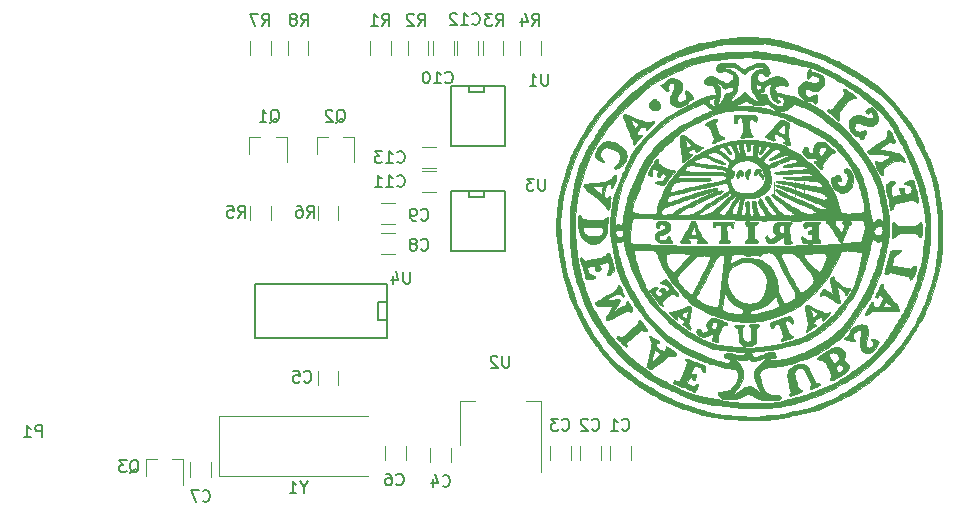
<source format=gbr>
G04 #@! TF.FileFunction,Legend,Bot*
%FSLAX46Y46*%
G04 Gerber Fmt 4.6, Leading zero omitted, Abs format (unit mm)*
G04 Created by KiCad (PCBNEW 4.0.6-e0-6349~52~ubuntu17.04.1) date Wed Jul  5 18:03:06 2017*
%MOMM*%
%LPD*%
G01*
G04 APERTURE LIST*
%ADD10C,0.100000*%
%ADD11C,0.010000*%
%ADD12C,0.150000*%
%ADD13C,0.120000*%
G04 APERTURE END LIST*
D10*
D11*
G36*
X176269767Y-76537345D02*
X176044805Y-76551026D01*
X175790915Y-76575796D01*
X175492779Y-76612309D01*
X175434625Y-76619994D01*
X175223091Y-76646700D01*
X174991357Y-76673524D01*
X174766360Y-76697482D01*
X174575037Y-76715590D01*
X174561500Y-76716737D01*
X174291200Y-76748682D01*
X173993402Y-76799707D01*
X173708273Y-76862272D01*
X173373042Y-76941077D01*
X173082639Y-77001703D01*
X172841298Y-77043383D01*
X172653254Y-77065347D01*
X172571247Y-77068749D01*
X172423297Y-77083519D01*
X172226445Y-77126295D01*
X171987593Y-77194776D01*
X171713640Y-77286661D01*
X171411486Y-77399649D01*
X171088031Y-77531439D01*
X170781171Y-77665688D01*
X170451069Y-77814936D01*
X170173748Y-77940727D01*
X169944008Y-78045493D01*
X169756645Y-78131665D01*
X169606460Y-78201675D01*
X169488248Y-78257954D01*
X169396810Y-78302933D01*
X169326944Y-78339043D01*
X169273446Y-78368717D01*
X169259250Y-78377062D01*
X169161433Y-78433270D01*
X169032101Y-78504748D01*
X168896219Y-78577742D01*
X168870837Y-78591110D01*
X168730883Y-78669549D01*
X168588105Y-78757690D01*
X168470599Y-78838080D01*
X168458087Y-78847476D01*
X168374372Y-78904088D01*
X168246809Y-78981312D01*
X168088485Y-79071643D01*
X167912489Y-79167578D01*
X167767000Y-79243709D01*
X167523391Y-79372769D01*
X167307849Y-79497351D01*
X167109027Y-79625804D01*
X166915577Y-79766476D01*
X166716153Y-79927716D01*
X166499407Y-80117873D01*
X166253992Y-80345296D01*
X166199162Y-80397230D01*
X165801073Y-80778289D01*
X165446046Y-81124776D01*
X165128444Y-81442874D01*
X164842629Y-81738761D01*
X164582964Y-82018619D01*
X164343812Y-82288628D01*
X164119537Y-82554969D01*
X163904500Y-82823822D01*
X163693065Y-83101367D01*
X163530172Y-83323500D01*
X163427046Y-83463743D01*
X163320969Y-83603870D01*
X163226518Y-83724823D01*
X163174172Y-83789008D01*
X163106277Y-83880360D01*
X163020388Y-84011676D01*
X162926991Y-84166165D01*
X162836573Y-84327038D01*
X162827157Y-84344594D01*
X162743479Y-84499851D01*
X162662993Y-84646366D01*
X162593997Y-84769213D01*
X162544792Y-84853466D01*
X162538706Y-84863335D01*
X162492937Y-84938982D01*
X162424618Y-85054987D01*
X162342457Y-85196436D01*
X162255162Y-85348415D01*
X162242063Y-85371375D01*
X162150539Y-85531523D01*
X162058909Y-85691126D01*
X161977426Y-85832370D01*
X161916339Y-85937444D01*
X161913122Y-85942934D01*
X161822265Y-86114428D01*
X161718967Y-86337888D01*
X161606661Y-86603798D01*
X161488785Y-86902641D01*
X161368772Y-87224898D01*
X161250059Y-87561055D01*
X161136080Y-87901594D01*
X161030271Y-88236997D01*
X160936067Y-88557749D01*
X160856903Y-88854333D01*
X160845331Y-88901077D01*
X160795442Y-89103239D01*
X160743871Y-89308870D01*
X160695296Y-89499538D01*
X160654393Y-89656813D01*
X160637209Y-89721125D01*
X160609426Y-89828347D01*
X160584242Y-89937981D01*
X160560121Y-90059236D01*
X160535525Y-90201320D01*
X160508917Y-90373441D01*
X160478761Y-90584808D01*
X160443518Y-90844629D01*
X160419915Y-91022875D01*
X160353693Y-91605976D01*
X160315395Y-92149044D01*
X160305188Y-92669159D01*
X160323240Y-93183398D01*
X160369716Y-93708843D01*
X160444786Y-94262570D01*
X160452095Y-94309000D01*
X160547948Y-94894029D01*
X160640366Y-95420120D01*
X160730310Y-95891682D01*
X160818740Y-96313124D01*
X160906617Y-96688854D01*
X160994903Y-97023283D01*
X161084557Y-97320820D01*
X161150879Y-97515750D01*
X161210742Y-97693268D01*
X161273205Y-97895569D01*
X161326909Y-98085485D01*
X161337971Y-98127991D01*
X161419008Y-98412320D01*
X161519492Y-98698499D01*
X161645384Y-99001812D01*
X161802642Y-99337541D01*
X161835873Y-99404875D01*
X161913192Y-99562388D01*
X161983363Y-99708893D01*
X162039879Y-99830546D01*
X162076227Y-99913504D01*
X162082216Y-99928750D01*
X162294133Y-100438111D01*
X162555531Y-100961350D01*
X162858790Y-101484571D01*
X163196286Y-101993877D01*
X163275064Y-102103625D01*
X163393091Y-102265895D01*
X163512629Y-102430650D01*
X163622131Y-102581950D01*
X163710053Y-102703857D01*
X163735021Y-102738625D01*
X163906637Y-102976582D01*
X164053037Y-103175638D01*
X164184785Y-103349344D01*
X164312447Y-103511257D01*
X164446592Y-103674930D01*
X164597784Y-103853917D01*
X164671609Y-103940058D01*
X165018134Y-104316696D01*
X165401444Y-104681878D01*
X165828313Y-105041374D01*
X166305518Y-105400955D01*
X166735125Y-105697251D01*
X166910570Y-105815857D01*
X167097905Y-105945585D01*
X167276682Y-106072093D01*
X167426453Y-106181042D01*
X167449500Y-106198242D01*
X167641737Y-106341267D01*
X167799226Y-106454626D01*
X167937121Y-106547924D01*
X168070575Y-106630767D01*
X168214742Y-106712757D01*
X168384775Y-106803502D01*
X168493323Y-106859855D01*
X168749493Y-106991574D01*
X168963048Y-107099889D01*
X169147448Y-107191197D01*
X169316154Y-107271892D01*
X169482624Y-107348368D01*
X169660320Y-107427021D01*
X169862700Y-107514246D01*
X169940229Y-107547291D01*
X170126440Y-107627381D01*
X170305703Y-107706071D01*
X170464414Y-107777272D01*
X170588970Y-107834897D01*
X170654604Y-107866989D01*
X170737116Y-107903016D01*
X170868891Y-107952780D01*
X171038237Y-108012222D01*
X171233460Y-108077282D01*
X171442870Y-108143902D01*
X171525385Y-108169286D01*
X171730903Y-108232339D01*
X171921222Y-108291604D01*
X172086128Y-108343829D01*
X172215404Y-108385764D01*
X172298834Y-108414159D01*
X172319135Y-108421834D01*
X172396125Y-108447213D01*
X172523820Y-108482073D01*
X172690598Y-108523756D01*
X172884836Y-108569606D01*
X173094910Y-108616966D01*
X173309197Y-108663179D01*
X173516074Y-108705590D01*
X173703918Y-108741541D01*
X173767750Y-108752931D01*
X174264860Y-108827959D01*
X174810167Y-108889662D01*
X175389659Y-108937452D01*
X175989323Y-108970741D01*
X176595146Y-108988941D01*
X177193118Y-108991464D01*
X177769225Y-108977721D01*
X178309454Y-108947126D01*
X178339750Y-108944794D01*
X178603547Y-108923102D01*
X178821043Y-108902100D01*
X179009357Y-108879250D01*
X179185607Y-108852015D01*
X179366912Y-108817855D01*
X179570389Y-108774232D01*
X179720875Y-108740010D01*
X179935883Y-108690681D01*
X180151028Y-108641775D01*
X180350793Y-108596787D01*
X180519662Y-108559212D01*
X180641632Y-108532647D01*
X180781072Y-108501835D01*
X180907415Y-108472007D01*
X181000102Y-108448085D01*
X181022632Y-108441436D01*
X181105494Y-108422353D01*
X181223151Y-108403784D01*
X181324250Y-108392324D01*
X181437624Y-108375908D01*
X181591069Y-108345399D01*
X181763925Y-108305249D01*
X181925456Y-108262750D01*
X182078413Y-108220908D01*
X182212115Y-108186305D01*
X182313179Y-108162269D01*
X182368223Y-108152125D01*
X182371099Y-108152000D01*
X182415196Y-108139638D01*
X182507794Y-108105229D01*
X182639485Y-108052780D01*
X182800863Y-107986304D01*
X182982523Y-107909810D01*
X183175057Y-107827308D01*
X183369059Y-107742809D01*
X183555124Y-107660322D01*
X183723843Y-107583859D01*
X183865812Y-107517429D01*
X183911875Y-107495117D01*
X184109835Y-107396698D01*
X184328272Y-107285928D01*
X184556603Y-107168377D01*
X184784246Y-107049613D01*
X185000617Y-106935206D01*
X185195133Y-106830725D01*
X185357212Y-106741737D01*
X185476271Y-106673813D01*
X185502398Y-106658144D01*
X185866181Y-106426996D01*
X186233518Y-106176992D01*
X186592512Y-105917048D01*
X186931264Y-105656085D01*
X187237879Y-105403020D01*
X187500460Y-105166772D01*
X187531375Y-105137146D01*
X187651495Y-105025309D01*
X187772025Y-104920280D01*
X187876075Y-104836440D01*
X187927978Y-104799401D01*
X188027982Y-104726644D01*
X188117883Y-104648093D01*
X188148457Y-104615838D01*
X188212501Y-104549279D01*
X188306146Y-104461847D01*
X188409340Y-104372252D01*
X188411294Y-104370625D01*
X188480938Y-104311060D01*
X188547998Y-104249309D01*
X188618537Y-104178645D01*
X188698617Y-104092339D01*
X188794303Y-103983665D01*
X188911656Y-103845892D01*
X189056740Y-103672295D01*
X189235617Y-103456144D01*
X189238212Y-103453000D01*
X189388367Y-103269005D01*
X189518537Y-103104108D01*
X189640652Y-102942299D01*
X189766643Y-102767568D01*
X189908439Y-102563904D01*
X189995276Y-102437000D01*
X190083640Y-102313544D01*
X190186955Y-102177981D01*
X190256366Y-102091805D01*
X190311027Y-102018323D01*
X190384677Y-101908341D01*
X190471078Y-101772398D01*
X190563993Y-101621030D01*
X190657184Y-101464776D01*
X190744415Y-101314173D01*
X190819447Y-101179759D01*
X190876043Y-101072072D01*
X190907967Y-101001650D01*
X190912750Y-100982883D01*
X190929441Y-100945972D01*
X190975328Y-100866697D01*
X191044138Y-100755365D01*
X191129596Y-100622281D01*
X191166751Y-100565696D01*
X191256758Y-100428562D01*
X191332739Y-100311065D01*
X191388491Y-100222933D01*
X191417810Y-100173895D01*
X191420751Y-100167329D01*
X191432574Y-100135124D01*
X191465492Y-100053762D01*
X191515675Y-99932489D01*
X191579297Y-99780554D01*
X191652528Y-99607202D01*
X191657402Y-99595712D01*
X191742417Y-99388174D01*
X191839143Y-99140187D01*
X191940046Y-98871817D01*
X192037595Y-98603130D01*
X192124258Y-98354192D01*
X192131598Y-98332456D01*
X192211000Y-98086495D01*
X192295480Y-97806810D01*
X192382610Y-97502983D01*
X192469961Y-97184597D01*
X192555105Y-96861235D01*
X192635613Y-96542480D01*
X192709058Y-96237915D01*
X192773011Y-95957123D01*
X192825043Y-95709687D01*
X192862727Y-95505189D01*
X192881625Y-95372625D01*
X192901149Y-95195993D01*
X192922276Y-95004245D01*
X192941291Y-94831111D01*
X192946312Y-94785250D01*
X192959254Y-94629810D01*
X192970580Y-94420872D01*
X192980170Y-94168416D01*
X192987902Y-93882426D01*
X192993655Y-93572884D01*
X192995904Y-93373953D01*
X192677559Y-93373953D01*
X192677379Y-93459783D01*
X192674405Y-93489472D01*
X192668878Y-93531690D01*
X192661784Y-93628170D01*
X192653620Y-93769708D01*
X192644886Y-93947100D01*
X192636081Y-94151141D01*
X192629992Y-94309000D01*
X192585779Y-95019793D01*
X192505039Y-95693360D01*
X192384684Y-96346455D01*
X192221626Y-96995833D01*
X192012777Y-97658249D01*
X192012647Y-97658625D01*
X191946753Y-97852484D01*
X191871191Y-98079419D01*
X191795067Y-98311843D01*
X191727487Y-98522170D01*
X191724451Y-98531750D01*
X191685417Y-98652998D01*
X191646822Y-98767210D01*
X191606042Y-98880351D01*
X191560457Y-98998385D01*
X191507444Y-99127274D01*
X191444380Y-99272983D01*
X191368644Y-99441475D01*
X191277613Y-99638714D01*
X191168666Y-99870664D01*
X191039180Y-100143288D01*
X190886532Y-100462551D01*
X190754221Y-100738375D01*
X190663744Y-100914282D01*
X190558261Y-101099980D01*
X190451827Y-101271617D01*
X190370655Y-101389250D01*
X190275588Y-101521453D01*
X190160983Y-101687429D01*
X190040620Y-101866895D01*
X189928276Y-102039563D01*
X189917806Y-102056000D01*
X189790704Y-102253467D01*
X189679300Y-102419088D01*
X189573804Y-102565170D01*
X189464432Y-102704023D01*
X189341394Y-102847954D01*
X189194904Y-103009272D01*
X189015175Y-103200285D01*
X188971052Y-103246625D01*
X188820997Y-103405868D01*
X188669909Y-103569519D01*
X188529695Y-103724449D01*
X188412260Y-103857531D01*
X188342418Y-103939802D01*
X188144324Y-104159531D01*
X187900211Y-104395864D01*
X187621544Y-104638431D01*
X187319787Y-104876859D01*
X187245625Y-104932003D01*
X186940314Y-105155512D01*
X186678214Y-105345568D01*
X186452075Y-105507265D01*
X186254644Y-105645692D01*
X186078670Y-105765943D01*
X185916900Y-105873107D01*
X185780113Y-105960896D01*
X185615242Y-106067463D01*
X185443774Y-106182173D01*
X185285915Y-106291290D01*
X185161872Y-106381080D01*
X185161204Y-106381583D01*
X185054881Y-106460283D01*
X184968055Y-106522005D01*
X184912727Y-106558353D01*
X184899826Y-106564500D01*
X184865720Y-106579940D01*
X184792516Y-106620743D01*
X184694972Y-106678625D01*
X184678115Y-106688905D01*
X184592098Y-106738004D01*
X184459605Y-106809133D01*
X184291357Y-106896750D01*
X184098079Y-106995313D01*
X183890494Y-107099279D01*
X183749857Y-107168656D01*
X183485179Y-107296629D01*
X183257835Y-107401773D01*
X183049373Y-107491598D01*
X182841345Y-107573610D01*
X182615297Y-107655319D01*
X182352781Y-107744234D01*
X182261865Y-107774187D01*
X181949042Y-107875567D01*
X181685684Y-107957926D01*
X181461595Y-108023995D01*
X181266581Y-108076504D01*
X181090448Y-108118184D01*
X180923001Y-108151764D01*
X180754044Y-108179974D01*
X180736875Y-108182575D01*
X180587510Y-108208743D01*
X180386408Y-108249668D01*
X180143045Y-108303218D01*
X179866896Y-108367260D01*
X179567438Y-108439661D01*
X179324000Y-108500510D01*
X179170533Y-108531015D01*
X178976115Y-108554241D01*
X178732346Y-108571027D01*
X178540082Y-108578996D01*
X178337657Y-108588003D01*
X178136329Y-108600998D01*
X177953586Y-108616577D01*
X177806914Y-108633331D01*
X177746332Y-108642835D01*
X177614092Y-108666900D01*
X177494258Y-108688151D01*
X177410289Y-108702437D01*
X177403125Y-108703583D01*
X177327241Y-108708848D01*
X177195634Y-108710436D01*
X177015963Y-108708550D01*
X176795887Y-108703391D01*
X176543065Y-108695164D01*
X176265156Y-108684071D01*
X175969818Y-108670315D01*
X175783875Y-108660676D01*
X175541006Y-108644371D01*
X175271083Y-108620690D01*
X174983148Y-108590904D01*
X174686243Y-108556283D01*
X174389407Y-108518100D01*
X174101684Y-108477626D01*
X173832113Y-108436132D01*
X173589735Y-108394889D01*
X173383593Y-108355169D01*
X173222727Y-108318242D01*
X173116875Y-108285658D01*
X173029370Y-108254683D01*
X172896130Y-108212006D01*
X172732743Y-108162423D01*
X172554794Y-108110731D01*
X172481875Y-108090217D01*
X172203110Y-108009622D01*
X171906551Y-107918664D01*
X171607304Y-107822345D01*
X171320476Y-107725669D01*
X171061171Y-107633638D01*
X170844495Y-107551255D01*
X170799125Y-107532904D01*
X170693043Y-107486925D01*
X170543084Y-107418609D01*
X170362172Y-107334016D01*
X170163228Y-107239203D01*
X169959174Y-107140229D01*
X169908988Y-107115600D01*
X169707732Y-107016860D01*
X169510521Y-106920608D01*
X169329739Y-106832849D01*
X169177768Y-106759589D01*
X169066991Y-106706836D01*
X169045716Y-106696872D01*
X168915666Y-106627422D01*
X168763527Y-106532832D01*
X168615181Y-106429567D01*
X168563277Y-106389973D01*
X168441318Y-106299291D01*
X168323368Y-106220883D01*
X168226812Y-106165902D01*
X168188299Y-106149414D01*
X168077938Y-106101741D01*
X167929557Y-106021235D01*
X167754410Y-105915117D01*
X167563752Y-105790610D01*
X167368837Y-105654933D01*
X167180920Y-105515309D01*
X167095755Y-105448402D01*
X166931803Y-105320009D01*
X166739895Y-105174534D01*
X166544695Y-105030441D01*
X166381380Y-104913551D01*
X166044030Y-104672521D01*
X165751992Y-104452636D01*
X165494872Y-104244555D01*
X165262278Y-104038935D01*
X165043819Y-103826436D01*
X164829102Y-103597714D01*
X164607736Y-103343429D01*
X164525837Y-103245545D01*
X164274758Y-102930738D01*
X164016794Y-102585077D01*
X163760320Y-102221142D01*
X163513708Y-101851513D01*
X163285332Y-101488771D01*
X163083566Y-101145495D01*
X162916781Y-100834265D01*
X162904321Y-100809358D01*
X162827898Y-100657520D01*
X162730024Y-100465905D01*
X162619094Y-100250788D01*
X162503502Y-100028443D01*
X162391641Y-99815142D01*
X162384579Y-99801750D01*
X162228388Y-99496488D01*
X162105353Y-99235940D01*
X162016678Y-99022761D01*
X161973832Y-98896875D01*
X161928368Y-98744983D01*
X161881467Y-98592398D01*
X161841386Y-98465879D01*
X161831758Y-98436500D01*
X161788582Y-98301931D01*
X161742091Y-98150448D01*
X161718742Y-98071375D01*
X161685238Y-97969425D01*
X161633065Y-97827065D01*
X161568976Y-97662073D01*
X161499724Y-97492228D01*
X161489601Y-97468125D01*
X161365440Y-97142433D01*
X161269632Y-96825576D01*
X161237497Y-96690250D01*
X161152652Y-96286636D01*
X161081293Y-95931672D01*
X161021063Y-95612514D01*
X160969609Y-95316318D01*
X160924573Y-95030241D01*
X160893924Y-94817000D01*
X160864365Y-94609293D01*
X160833581Y-94403206D01*
X160804103Y-94214999D01*
X160778465Y-94060933D01*
X160762899Y-93975625D01*
X160746427Y-93864514D01*
X160729515Y-93701926D01*
X160713102Y-93499866D01*
X160698129Y-93270343D01*
X160685536Y-93025362D01*
X160682086Y-92943750D01*
X160672132Y-92669339D01*
X160666673Y-92443358D01*
X160665940Y-92250880D01*
X160670165Y-92076979D01*
X160679580Y-91906727D01*
X160694419Y-91725198D01*
X160702324Y-91642000D01*
X160738904Y-91271857D01*
X160771228Y-90956609D01*
X160800788Y-90687912D01*
X160829074Y-90457421D01*
X160857579Y-90256794D01*
X160887795Y-90077684D01*
X160921213Y-89911749D01*
X160959326Y-89750644D01*
X161003625Y-89586024D01*
X161055601Y-89409546D01*
X161116748Y-89212865D01*
X161162113Y-89070250D01*
X161229607Y-88855998D01*
X161298280Y-88632608D01*
X161362569Y-88418553D01*
X161416910Y-88232304D01*
X161448196Y-88120478D01*
X161494353Y-87967292D01*
X161561607Y-87767125D01*
X161645680Y-87531208D01*
X161742293Y-87270768D01*
X161847166Y-86997036D01*
X161956022Y-86721240D01*
X162064581Y-86454609D01*
X162168565Y-86208373D01*
X162231107Y-86065843D01*
X162312109Y-85892699D01*
X162400187Y-85722298D01*
X162502529Y-85542140D01*
X162626325Y-85339724D01*
X162778763Y-85102549D01*
X162829875Y-85024692D01*
X162920075Y-84885345D01*
X163024992Y-84719550D01*
X163126892Y-84555438D01*
X163163250Y-84495880D01*
X163273720Y-84321780D01*
X163416311Y-84109459D01*
X163583107Y-83869985D01*
X163766195Y-83614426D01*
X163957660Y-83353852D01*
X164149588Y-83099329D01*
X164308103Y-82894836D01*
X164411576Y-82771489D01*
X164554888Y-82612536D01*
X164731151Y-82424750D01*
X164933477Y-82214905D01*
X165154980Y-81989773D01*
X165388771Y-81756128D01*
X165627963Y-81520742D01*
X165865668Y-81290390D01*
X166095000Y-81071843D01*
X166309070Y-80871876D01*
X166500991Y-80697260D01*
X166663875Y-80554770D01*
X166790836Y-80451177D01*
X166800604Y-80443737D01*
X166977123Y-80313380D01*
X167201285Y-80152886D01*
X167467251Y-79966354D01*
X167769180Y-79757880D01*
X168084500Y-79542903D01*
X168174847Y-79485972D01*
X168306739Y-79408447D01*
X168465281Y-79318827D01*
X168635575Y-79225613D01*
X168713708Y-79183893D01*
X168874801Y-79097703D01*
X169021978Y-79017264D01*
X169143367Y-78949190D01*
X169227101Y-78900095D01*
X169253458Y-78883119D01*
X169369733Y-78812010D01*
X169537165Y-78724908D01*
X169746537Y-78625494D01*
X169988632Y-78517451D01*
X170254230Y-78404461D01*
X170534116Y-78290206D01*
X170819071Y-78178368D01*
X171099878Y-78072628D01*
X171367319Y-77976670D01*
X171612177Y-77894176D01*
X171825234Y-77828827D01*
X171997272Y-77784305D01*
X172012351Y-77781037D01*
X172200445Y-77736850D01*
X172416654Y-77679319D01*
X172629523Y-77617091D01*
X172755333Y-77576832D01*
X172906389Y-77527981D01*
X173040957Y-77487815D01*
X173144764Y-77460373D01*
X173203539Y-77449691D01*
X173204873Y-77449669D01*
X173265337Y-77441552D01*
X173369464Y-77419820D01*
X173499859Y-77388292D01*
X173577250Y-77367947D01*
X173778803Y-77314423D01*
X173956616Y-77270453D01*
X174120100Y-77235087D01*
X174278664Y-77207373D01*
X174441719Y-77186363D01*
X174618674Y-77171106D01*
X174818939Y-77160651D01*
X175051925Y-77154049D01*
X175327042Y-77150350D01*
X175653699Y-77148603D01*
X175752125Y-77148342D01*
X176050024Y-77146902D01*
X176354528Y-77144050D01*
X176653281Y-77139999D01*
X176933923Y-77134961D01*
X177184098Y-77129149D01*
X177391448Y-77122776D01*
X177500681Y-77118278D01*
X177719890Y-77108833D01*
X177888468Y-77104487D01*
X178019109Y-77105620D01*
X178124508Y-77112609D01*
X178217358Y-77125832D01*
X178294431Y-77141915D01*
X178446414Y-77174155D01*
X178619751Y-77206532D01*
X178752500Y-77228256D01*
X178901524Y-77254889D01*
X179076834Y-77292857D01*
X179244082Y-77334633D01*
X179267458Y-77341073D01*
X179422851Y-77383227D01*
X179584132Y-77424814D01*
X179721029Y-77458068D01*
X179743708Y-77463235D01*
X180324456Y-77603398D01*
X180908840Y-77763654D01*
X181484754Y-77939989D01*
X182040090Y-78128391D01*
X182562745Y-78324848D01*
X183040611Y-78525345D01*
X183276875Y-78634409D01*
X183552796Y-78767860D01*
X183787115Y-78884706D01*
X183996014Y-78993848D01*
X184195677Y-79104187D01*
X184402288Y-79224624D01*
X184632029Y-79364058D01*
X184852485Y-79500975D01*
X185015695Y-79602482D01*
X185160198Y-79691339D01*
X185277515Y-79762416D01*
X185359170Y-79810583D01*
X185396685Y-79830710D01*
X185397884Y-79831000D01*
X185428138Y-79847830D01*
X185503712Y-79895097D01*
X185617122Y-79967968D01*
X185760884Y-80061607D01*
X185927516Y-80171181D01*
X186049108Y-80251687D01*
X186251030Y-80385173D01*
X186457508Y-80520669D01*
X186655377Y-80649606D01*
X186831470Y-80763417D01*
X186972621Y-80853532D01*
X187011834Y-80878203D01*
X187173902Y-80983836D01*
X187347458Y-81103869D01*
X187507676Y-81220830D01*
X187594875Y-81288515D01*
X187740434Y-81409968D01*
X187902959Y-81552740D01*
X188074410Y-81709035D01*
X188246742Y-81871055D01*
X188411914Y-82031005D01*
X188561883Y-82181086D01*
X188688607Y-82313502D01*
X188784043Y-82420457D01*
X188840148Y-82494153D01*
X188842474Y-82498000D01*
X188896834Y-82580151D01*
X188980519Y-82694654D01*
X189081590Y-82825596D01*
X189176020Y-82942500D01*
X189291549Y-83086200D01*
X189408842Y-83238850D01*
X189512266Y-83379767D01*
X189572028Y-83466375D01*
X189662065Y-83597223D01*
X189760597Y-83731697D01*
X189847173Y-83841937D01*
X189851710Y-83847375D01*
X189919439Y-83934637D01*
X190009739Y-84060067D01*
X190111593Y-84207940D01*
X190213985Y-84362535D01*
X190229862Y-84387125D01*
X190326502Y-84536918D01*
X190418663Y-84678938D01*
X190497102Y-84798995D01*
X190552574Y-84882899D01*
X190560796Y-84895125D01*
X190610511Y-84980889D01*
X190672574Y-85105533D01*
X190737021Y-85248483D01*
X190768382Y-85323750D01*
X190817651Y-85438241D01*
X190890342Y-85597013D01*
X190980681Y-85787957D01*
X191082892Y-85998962D01*
X191191200Y-86217921D01*
X191260535Y-86355625D01*
X191411162Y-86658243D01*
X191535777Y-86922496D01*
X191641312Y-87164302D01*
X191734699Y-87399582D01*
X191822872Y-87644254D01*
X191827390Y-87657375D01*
X191890727Y-87844510D01*
X191947711Y-88018187D01*
X191994636Y-88166688D01*
X192027795Y-88278293D01*
X192043265Y-88340000D01*
X192061379Y-88414985D01*
X192095453Y-88532578D01*
X192140295Y-88675511D01*
X192181750Y-88800375D01*
X192252999Y-89040460D01*
X192320378Y-89325666D01*
X192380439Y-89637616D01*
X192429731Y-89957932D01*
X192464805Y-90268238D01*
X192470807Y-90340250D01*
X192488273Y-90515985D01*
X192513572Y-90708586D01*
X192541817Y-90881674D01*
X192547588Y-90911750D01*
X192574558Y-91093370D01*
X192595062Y-91331307D01*
X192608578Y-91618659D01*
X192612371Y-91769000D01*
X192618438Y-92010485D01*
X192627652Y-92281565D01*
X192638953Y-92555270D01*
X192651280Y-92804632D01*
X192656904Y-92902097D01*
X192666986Y-93083828D01*
X192673983Y-93244874D01*
X192677559Y-93373953D01*
X192995904Y-93373953D01*
X192997308Y-93249774D01*
X192998740Y-92923077D01*
X192997831Y-92602778D01*
X192994459Y-92298857D01*
X192988502Y-92021299D01*
X192982107Y-91832500D01*
X192967332Y-91518151D01*
X192950293Y-91254257D01*
X192929803Y-91027783D01*
X192904671Y-90825693D01*
X192873710Y-90634951D01*
X192872083Y-90626000D01*
X192836044Y-90419340D01*
X192798413Y-90188070D01*
X192764041Y-89962793D01*
X192741227Y-89800500D01*
X192707884Y-89573711D01*
X192668178Y-89343328D01*
X192625165Y-89124500D01*
X192581902Y-88932377D01*
X192541446Y-88782109D01*
X192526648Y-88736875D01*
X192495558Y-88645629D01*
X192458828Y-88533384D01*
X192447789Y-88498750D01*
X192325502Y-88115812D01*
X192216724Y-87784628D01*
X192117969Y-87495765D01*
X192025752Y-87239791D01*
X191936590Y-87007277D01*
X191846996Y-86788790D01*
X191753487Y-86574899D01*
X191669267Y-86391676D01*
X191583480Y-86206024D01*
X191497348Y-86015152D01*
X191419029Y-85837434D01*
X191356683Y-85691244D01*
X191337979Y-85645551D01*
X191286983Y-85530132D01*
X191214208Y-85384560D01*
X191117489Y-85205006D01*
X190994662Y-84987640D01*
X190843565Y-84728634D01*
X190662031Y-84424159D01*
X190447899Y-84070383D01*
X190447437Y-84069625D01*
X190362238Y-83939383D01*
X190254605Y-83788402D01*
X190143985Y-83643671D01*
X190112379Y-83604601D01*
X189900401Y-83341530D01*
X189664769Y-83039420D01*
X189416435Y-82712475D01*
X189210041Y-82434500D01*
X189082814Y-82272284D01*
X188931926Y-82096487D01*
X188778855Y-81931440D01*
X188677567Y-81831250D01*
X188557380Y-81717743D01*
X188405959Y-81573683D01*
X188237628Y-81412756D01*
X188066709Y-81248645D01*
X187944831Y-81131121D01*
X187623616Y-80831265D01*
X187323099Y-80572093D01*
X187047546Y-80357030D01*
X186801222Y-80189499D01*
X186693932Y-80126595D01*
X186564299Y-80049710D01*
X186414132Y-79952457D01*
X186272678Y-79853889D01*
X186252128Y-79838764D01*
X185762055Y-79510937D01*
X185426886Y-79326475D01*
X185296120Y-79254362D01*
X185162649Y-79171184D01*
X185078103Y-79111766D01*
X184996723Y-79057960D01*
X184870348Y-78984292D01*
X184711735Y-78897288D01*
X184533645Y-78803477D01*
X184348838Y-78709387D01*
X184170072Y-78621546D01*
X184010109Y-78546480D01*
X183881707Y-78490718D01*
X183816625Y-78466401D01*
X183738924Y-78436062D01*
X183620791Y-78383797D01*
X183478171Y-78316897D01*
X183327013Y-78242655D01*
X183324500Y-78241391D01*
X183171571Y-78167253D01*
X183024870Y-78101122D01*
X182901029Y-78050192D01*
X182816679Y-78021658D01*
X182816500Y-78021613D01*
X182728540Y-77995057D01*
X182600394Y-77950884D01*
X182450583Y-77895676D01*
X182324375Y-77846715D01*
X182193227Y-77796275D01*
X182010755Y-77728590D01*
X181785781Y-77646789D01*
X181527128Y-77553997D01*
X181243614Y-77453341D01*
X180944063Y-77347949D01*
X180637294Y-77240946D01*
X180332130Y-77135459D01*
X180037391Y-77034614D01*
X179938179Y-77000944D01*
X179749219Y-76945134D01*
X179509818Y-76887179D01*
X179232881Y-76829344D01*
X178931316Y-76773893D01*
X178618026Y-76723092D01*
X178305919Y-76679205D01*
X178007900Y-76644496D01*
X177800000Y-76625744D01*
X177591111Y-76609564D01*
X177350554Y-76590602D01*
X177109940Y-76571366D01*
X176924233Y-76556282D01*
X176694164Y-76540628D01*
X176481114Y-76534097D01*
X176269767Y-76537345D01*
X176269767Y-76537345D01*
G37*
X176269767Y-76537345D02*
X176044805Y-76551026D01*
X175790915Y-76575796D01*
X175492779Y-76612309D01*
X175434625Y-76619994D01*
X175223091Y-76646700D01*
X174991357Y-76673524D01*
X174766360Y-76697482D01*
X174575037Y-76715590D01*
X174561500Y-76716737D01*
X174291200Y-76748682D01*
X173993402Y-76799707D01*
X173708273Y-76862272D01*
X173373042Y-76941077D01*
X173082639Y-77001703D01*
X172841298Y-77043383D01*
X172653254Y-77065347D01*
X172571247Y-77068749D01*
X172423297Y-77083519D01*
X172226445Y-77126295D01*
X171987593Y-77194776D01*
X171713640Y-77286661D01*
X171411486Y-77399649D01*
X171088031Y-77531439D01*
X170781171Y-77665688D01*
X170451069Y-77814936D01*
X170173748Y-77940727D01*
X169944008Y-78045493D01*
X169756645Y-78131665D01*
X169606460Y-78201675D01*
X169488248Y-78257954D01*
X169396810Y-78302933D01*
X169326944Y-78339043D01*
X169273446Y-78368717D01*
X169259250Y-78377062D01*
X169161433Y-78433270D01*
X169032101Y-78504748D01*
X168896219Y-78577742D01*
X168870837Y-78591110D01*
X168730883Y-78669549D01*
X168588105Y-78757690D01*
X168470599Y-78838080D01*
X168458087Y-78847476D01*
X168374372Y-78904088D01*
X168246809Y-78981312D01*
X168088485Y-79071643D01*
X167912489Y-79167578D01*
X167767000Y-79243709D01*
X167523391Y-79372769D01*
X167307849Y-79497351D01*
X167109027Y-79625804D01*
X166915577Y-79766476D01*
X166716153Y-79927716D01*
X166499407Y-80117873D01*
X166253992Y-80345296D01*
X166199162Y-80397230D01*
X165801073Y-80778289D01*
X165446046Y-81124776D01*
X165128444Y-81442874D01*
X164842629Y-81738761D01*
X164582964Y-82018619D01*
X164343812Y-82288628D01*
X164119537Y-82554969D01*
X163904500Y-82823822D01*
X163693065Y-83101367D01*
X163530172Y-83323500D01*
X163427046Y-83463743D01*
X163320969Y-83603870D01*
X163226518Y-83724823D01*
X163174172Y-83789008D01*
X163106277Y-83880360D01*
X163020388Y-84011676D01*
X162926991Y-84166165D01*
X162836573Y-84327038D01*
X162827157Y-84344594D01*
X162743479Y-84499851D01*
X162662993Y-84646366D01*
X162593997Y-84769213D01*
X162544792Y-84853466D01*
X162538706Y-84863335D01*
X162492937Y-84938982D01*
X162424618Y-85054987D01*
X162342457Y-85196436D01*
X162255162Y-85348415D01*
X162242063Y-85371375D01*
X162150539Y-85531523D01*
X162058909Y-85691126D01*
X161977426Y-85832370D01*
X161916339Y-85937444D01*
X161913122Y-85942934D01*
X161822265Y-86114428D01*
X161718967Y-86337888D01*
X161606661Y-86603798D01*
X161488785Y-86902641D01*
X161368772Y-87224898D01*
X161250059Y-87561055D01*
X161136080Y-87901594D01*
X161030271Y-88236997D01*
X160936067Y-88557749D01*
X160856903Y-88854333D01*
X160845331Y-88901077D01*
X160795442Y-89103239D01*
X160743871Y-89308870D01*
X160695296Y-89499538D01*
X160654393Y-89656813D01*
X160637209Y-89721125D01*
X160609426Y-89828347D01*
X160584242Y-89937981D01*
X160560121Y-90059236D01*
X160535525Y-90201320D01*
X160508917Y-90373441D01*
X160478761Y-90584808D01*
X160443518Y-90844629D01*
X160419915Y-91022875D01*
X160353693Y-91605976D01*
X160315395Y-92149044D01*
X160305188Y-92669159D01*
X160323240Y-93183398D01*
X160369716Y-93708843D01*
X160444786Y-94262570D01*
X160452095Y-94309000D01*
X160547948Y-94894029D01*
X160640366Y-95420120D01*
X160730310Y-95891682D01*
X160818740Y-96313124D01*
X160906617Y-96688854D01*
X160994903Y-97023283D01*
X161084557Y-97320820D01*
X161150879Y-97515750D01*
X161210742Y-97693268D01*
X161273205Y-97895569D01*
X161326909Y-98085485D01*
X161337971Y-98127991D01*
X161419008Y-98412320D01*
X161519492Y-98698499D01*
X161645384Y-99001812D01*
X161802642Y-99337541D01*
X161835873Y-99404875D01*
X161913192Y-99562388D01*
X161983363Y-99708893D01*
X162039879Y-99830546D01*
X162076227Y-99913504D01*
X162082216Y-99928750D01*
X162294133Y-100438111D01*
X162555531Y-100961350D01*
X162858790Y-101484571D01*
X163196286Y-101993877D01*
X163275064Y-102103625D01*
X163393091Y-102265895D01*
X163512629Y-102430650D01*
X163622131Y-102581950D01*
X163710053Y-102703857D01*
X163735021Y-102738625D01*
X163906637Y-102976582D01*
X164053037Y-103175638D01*
X164184785Y-103349344D01*
X164312447Y-103511257D01*
X164446592Y-103674930D01*
X164597784Y-103853917D01*
X164671609Y-103940058D01*
X165018134Y-104316696D01*
X165401444Y-104681878D01*
X165828313Y-105041374D01*
X166305518Y-105400955D01*
X166735125Y-105697251D01*
X166910570Y-105815857D01*
X167097905Y-105945585D01*
X167276682Y-106072093D01*
X167426453Y-106181042D01*
X167449500Y-106198242D01*
X167641737Y-106341267D01*
X167799226Y-106454626D01*
X167937121Y-106547924D01*
X168070575Y-106630767D01*
X168214742Y-106712757D01*
X168384775Y-106803502D01*
X168493323Y-106859855D01*
X168749493Y-106991574D01*
X168963048Y-107099889D01*
X169147448Y-107191197D01*
X169316154Y-107271892D01*
X169482624Y-107348368D01*
X169660320Y-107427021D01*
X169862700Y-107514246D01*
X169940229Y-107547291D01*
X170126440Y-107627381D01*
X170305703Y-107706071D01*
X170464414Y-107777272D01*
X170588970Y-107834897D01*
X170654604Y-107866989D01*
X170737116Y-107903016D01*
X170868891Y-107952780D01*
X171038237Y-108012222D01*
X171233460Y-108077282D01*
X171442870Y-108143902D01*
X171525385Y-108169286D01*
X171730903Y-108232339D01*
X171921222Y-108291604D01*
X172086128Y-108343829D01*
X172215404Y-108385764D01*
X172298834Y-108414159D01*
X172319135Y-108421834D01*
X172396125Y-108447213D01*
X172523820Y-108482073D01*
X172690598Y-108523756D01*
X172884836Y-108569606D01*
X173094910Y-108616966D01*
X173309197Y-108663179D01*
X173516074Y-108705590D01*
X173703918Y-108741541D01*
X173767750Y-108752931D01*
X174264860Y-108827959D01*
X174810167Y-108889662D01*
X175389659Y-108937452D01*
X175989323Y-108970741D01*
X176595146Y-108988941D01*
X177193118Y-108991464D01*
X177769225Y-108977721D01*
X178309454Y-108947126D01*
X178339750Y-108944794D01*
X178603547Y-108923102D01*
X178821043Y-108902100D01*
X179009357Y-108879250D01*
X179185607Y-108852015D01*
X179366912Y-108817855D01*
X179570389Y-108774232D01*
X179720875Y-108740010D01*
X179935883Y-108690681D01*
X180151028Y-108641775D01*
X180350793Y-108596787D01*
X180519662Y-108559212D01*
X180641632Y-108532647D01*
X180781072Y-108501835D01*
X180907415Y-108472007D01*
X181000102Y-108448085D01*
X181022632Y-108441436D01*
X181105494Y-108422353D01*
X181223151Y-108403784D01*
X181324250Y-108392324D01*
X181437624Y-108375908D01*
X181591069Y-108345399D01*
X181763925Y-108305249D01*
X181925456Y-108262750D01*
X182078413Y-108220908D01*
X182212115Y-108186305D01*
X182313179Y-108162269D01*
X182368223Y-108152125D01*
X182371099Y-108152000D01*
X182415196Y-108139638D01*
X182507794Y-108105229D01*
X182639485Y-108052780D01*
X182800863Y-107986304D01*
X182982523Y-107909810D01*
X183175057Y-107827308D01*
X183369059Y-107742809D01*
X183555124Y-107660322D01*
X183723843Y-107583859D01*
X183865812Y-107517429D01*
X183911875Y-107495117D01*
X184109835Y-107396698D01*
X184328272Y-107285928D01*
X184556603Y-107168377D01*
X184784246Y-107049613D01*
X185000617Y-106935206D01*
X185195133Y-106830725D01*
X185357212Y-106741737D01*
X185476271Y-106673813D01*
X185502398Y-106658144D01*
X185866181Y-106426996D01*
X186233518Y-106176992D01*
X186592512Y-105917048D01*
X186931264Y-105656085D01*
X187237879Y-105403020D01*
X187500460Y-105166772D01*
X187531375Y-105137146D01*
X187651495Y-105025309D01*
X187772025Y-104920280D01*
X187876075Y-104836440D01*
X187927978Y-104799401D01*
X188027982Y-104726644D01*
X188117883Y-104648093D01*
X188148457Y-104615838D01*
X188212501Y-104549279D01*
X188306146Y-104461847D01*
X188409340Y-104372252D01*
X188411294Y-104370625D01*
X188480938Y-104311060D01*
X188547998Y-104249309D01*
X188618537Y-104178645D01*
X188698617Y-104092339D01*
X188794303Y-103983665D01*
X188911656Y-103845892D01*
X189056740Y-103672295D01*
X189235617Y-103456144D01*
X189238212Y-103453000D01*
X189388367Y-103269005D01*
X189518537Y-103104108D01*
X189640652Y-102942299D01*
X189766643Y-102767568D01*
X189908439Y-102563904D01*
X189995276Y-102437000D01*
X190083640Y-102313544D01*
X190186955Y-102177981D01*
X190256366Y-102091805D01*
X190311027Y-102018323D01*
X190384677Y-101908341D01*
X190471078Y-101772398D01*
X190563993Y-101621030D01*
X190657184Y-101464776D01*
X190744415Y-101314173D01*
X190819447Y-101179759D01*
X190876043Y-101072072D01*
X190907967Y-101001650D01*
X190912750Y-100982883D01*
X190929441Y-100945972D01*
X190975328Y-100866697D01*
X191044138Y-100755365D01*
X191129596Y-100622281D01*
X191166751Y-100565696D01*
X191256758Y-100428562D01*
X191332739Y-100311065D01*
X191388491Y-100222933D01*
X191417810Y-100173895D01*
X191420751Y-100167329D01*
X191432574Y-100135124D01*
X191465492Y-100053762D01*
X191515675Y-99932489D01*
X191579297Y-99780554D01*
X191652528Y-99607202D01*
X191657402Y-99595712D01*
X191742417Y-99388174D01*
X191839143Y-99140187D01*
X191940046Y-98871817D01*
X192037595Y-98603130D01*
X192124258Y-98354192D01*
X192131598Y-98332456D01*
X192211000Y-98086495D01*
X192295480Y-97806810D01*
X192382610Y-97502983D01*
X192469961Y-97184597D01*
X192555105Y-96861235D01*
X192635613Y-96542480D01*
X192709058Y-96237915D01*
X192773011Y-95957123D01*
X192825043Y-95709687D01*
X192862727Y-95505189D01*
X192881625Y-95372625D01*
X192901149Y-95195993D01*
X192922276Y-95004245D01*
X192941291Y-94831111D01*
X192946312Y-94785250D01*
X192959254Y-94629810D01*
X192970580Y-94420872D01*
X192980170Y-94168416D01*
X192987902Y-93882426D01*
X192993655Y-93572884D01*
X192995904Y-93373953D01*
X192677559Y-93373953D01*
X192677379Y-93459783D01*
X192674405Y-93489472D01*
X192668878Y-93531690D01*
X192661784Y-93628170D01*
X192653620Y-93769708D01*
X192644886Y-93947100D01*
X192636081Y-94151141D01*
X192629992Y-94309000D01*
X192585779Y-95019793D01*
X192505039Y-95693360D01*
X192384684Y-96346455D01*
X192221626Y-96995833D01*
X192012777Y-97658249D01*
X192012647Y-97658625D01*
X191946753Y-97852484D01*
X191871191Y-98079419D01*
X191795067Y-98311843D01*
X191727487Y-98522170D01*
X191724451Y-98531750D01*
X191685417Y-98652998D01*
X191646822Y-98767210D01*
X191606042Y-98880351D01*
X191560457Y-98998385D01*
X191507444Y-99127274D01*
X191444380Y-99272983D01*
X191368644Y-99441475D01*
X191277613Y-99638714D01*
X191168666Y-99870664D01*
X191039180Y-100143288D01*
X190886532Y-100462551D01*
X190754221Y-100738375D01*
X190663744Y-100914282D01*
X190558261Y-101099980D01*
X190451827Y-101271617D01*
X190370655Y-101389250D01*
X190275588Y-101521453D01*
X190160983Y-101687429D01*
X190040620Y-101866895D01*
X189928276Y-102039563D01*
X189917806Y-102056000D01*
X189790704Y-102253467D01*
X189679300Y-102419088D01*
X189573804Y-102565170D01*
X189464432Y-102704023D01*
X189341394Y-102847954D01*
X189194904Y-103009272D01*
X189015175Y-103200285D01*
X188971052Y-103246625D01*
X188820997Y-103405868D01*
X188669909Y-103569519D01*
X188529695Y-103724449D01*
X188412260Y-103857531D01*
X188342418Y-103939802D01*
X188144324Y-104159531D01*
X187900211Y-104395864D01*
X187621544Y-104638431D01*
X187319787Y-104876859D01*
X187245625Y-104932003D01*
X186940314Y-105155512D01*
X186678214Y-105345568D01*
X186452075Y-105507265D01*
X186254644Y-105645692D01*
X186078670Y-105765943D01*
X185916900Y-105873107D01*
X185780113Y-105960896D01*
X185615242Y-106067463D01*
X185443774Y-106182173D01*
X185285915Y-106291290D01*
X185161872Y-106381080D01*
X185161204Y-106381583D01*
X185054881Y-106460283D01*
X184968055Y-106522005D01*
X184912727Y-106558353D01*
X184899826Y-106564500D01*
X184865720Y-106579940D01*
X184792516Y-106620743D01*
X184694972Y-106678625D01*
X184678115Y-106688905D01*
X184592098Y-106738004D01*
X184459605Y-106809133D01*
X184291357Y-106896750D01*
X184098079Y-106995313D01*
X183890494Y-107099279D01*
X183749857Y-107168656D01*
X183485179Y-107296629D01*
X183257835Y-107401773D01*
X183049373Y-107491598D01*
X182841345Y-107573610D01*
X182615297Y-107655319D01*
X182352781Y-107744234D01*
X182261865Y-107774187D01*
X181949042Y-107875567D01*
X181685684Y-107957926D01*
X181461595Y-108023995D01*
X181266581Y-108076504D01*
X181090448Y-108118184D01*
X180923001Y-108151764D01*
X180754044Y-108179974D01*
X180736875Y-108182575D01*
X180587510Y-108208743D01*
X180386408Y-108249668D01*
X180143045Y-108303218D01*
X179866896Y-108367260D01*
X179567438Y-108439661D01*
X179324000Y-108500510D01*
X179170533Y-108531015D01*
X178976115Y-108554241D01*
X178732346Y-108571027D01*
X178540082Y-108578996D01*
X178337657Y-108588003D01*
X178136329Y-108600998D01*
X177953586Y-108616577D01*
X177806914Y-108633331D01*
X177746332Y-108642835D01*
X177614092Y-108666900D01*
X177494258Y-108688151D01*
X177410289Y-108702437D01*
X177403125Y-108703583D01*
X177327241Y-108708848D01*
X177195634Y-108710436D01*
X177015963Y-108708550D01*
X176795887Y-108703391D01*
X176543065Y-108695164D01*
X176265156Y-108684071D01*
X175969818Y-108670315D01*
X175783875Y-108660676D01*
X175541006Y-108644371D01*
X175271083Y-108620690D01*
X174983148Y-108590904D01*
X174686243Y-108556283D01*
X174389407Y-108518100D01*
X174101684Y-108477626D01*
X173832113Y-108436132D01*
X173589735Y-108394889D01*
X173383593Y-108355169D01*
X173222727Y-108318242D01*
X173116875Y-108285658D01*
X173029370Y-108254683D01*
X172896130Y-108212006D01*
X172732743Y-108162423D01*
X172554794Y-108110731D01*
X172481875Y-108090217D01*
X172203110Y-108009622D01*
X171906551Y-107918664D01*
X171607304Y-107822345D01*
X171320476Y-107725669D01*
X171061171Y-107633638D01*
X170844495Y-107551255D01*
X170799125Y-107532904D01*
X170693043Y-107486925D01*
X170543084Y-107418609D01*
X170362172Y-107334016D01*
X170163228Y-107239203D01*
X169959174Y-107140229D01*
X169908988Y-107115600D01*
X169707732Y-107016860D01*
X169510521Y-106920608D01*
X169329739Y-106832849D01*
X169177768Y-106759589D01*
X169066991Y-106706836D01*
X169045716Y-106696872D01*
X168915666Y-106627422D01*
X168763527Y-106532832D01*
X168615181Y-106429567D01*
X168563277Y-106389973D01*
X168441318Y-106299291D01*
X168323368Y-106220883D01*
X168226812Y-106165902D01*
X168188299Y-106149414D01*
X168077938Y-106101741D01*
X167929557Y-106021235D01*
X167754410Y-105915117D01*
X167563752Y-105790610D01*
X167368837Y-105654933D01*
X167180920Y-105515309D01*
X167095755Y-105448402D01*
X166931803Y-105320009D01*
X166739895Y-105174534D01*
X166544695Y-105030441D01*
X166381380Y-104913551D01*
X166044030Y-104672521D01*
X165751992Y-104452636D01*
X165494872Y-104244555D01*
X165262278Y-104038935D01*
X165043819Y-103826436D01*
X164829102Y-103597714D01*
X164607736Y-103343429D01*
X164525837Y-103245545D01*
X164274758Y-102930738D01*
X164016794Y-102585077D01*
X163760320Y-102221142D01*
X163513708Y-101851513D01*
X163285332Y-101488771D01*
X163083566Y-101145495D01*
X162916781Y-100834265D01*
X162904321Y-100809358D01*
X162827898Y-100657520D01*
X162730024Y-100465905D01*
X162619094Y-100250788D01*
X162503502Y-100028443D01*
X162391641Y-99815142D01*
X162384579Y-99801750D01*
X162228388Y-99496488D01*
X162105353Y-99235940D01*
X162016678Y-99022761D01*
X161973832Y-98896875D01*
X161928368Y-98744983D01*
X161881467Y-98592398D01*
X161841386Y-98465879D01*
X161831758Y-98436500D01*
X161788582Y-98301931D01*
X161742091Y-98150448D01*
X161718742Y-98071375D01*
X161685238Y-97969425D01*
X161633065Y-97827065D01*
X161568976Y-97662073D01*
X161499724Y-97492228D01*
X161489601Y-97468125D01*
X161365440Y-97142433D01*
X161269632Y-96825576D01*
X161237497Y-96690250D01*
X161152652Y-96286636D01*
X161081293Y-95931672D01*
X161021063Y-95612514D01*
X160969609Y-95316318D01*
X160924573Y-95030241D01*
X160893924Y-94817000D01*
X160864365Y-94609293D01*
X160833581Y-94403206D01*
X160804103Y-94214999D01*
X160778465Y-94060933D01*
X160762899Y-93975625D01*
X160746427Y-93864514D01*
X160729515Y-93701926D01*
X160713102Y-93499866D01*
X160698129Y-93270343D01*
X160685536Y-93025362D01*
X160682086Y-92943750D01*
X160672132Y-92669339D01*
X160666673Y-92443358D01*
X160665940Y-92250880D01*
X160670165Y-92076979D01*
X160679580Y-91906727D01*
X160694419Y-91725198D01*
X160702324Y-91642000D01*
X160738904Y-91271857D01*
X160771228Y-90956609D01*
X160800788Y-90687912D01*
X160829074Y-90457421D01*
X160857579Y-90256794D01*
X160887795Y-90077684D01*
X160921213Y-89911749D01*
X160959326Y-89750644D01*
X161003625Y-89586024D01*
X161055601Y-89409546D01*
X161116748Y-89212865D01*
X161162113Y-89070250D01*
X161229607Y-88855998D01*
X161298280Y-88632608D01*
X161362569Y-88418553D01*
X161416910Y-88232304D01*
X161448196Y-88120478D01*
X161494353Y-87967292D01*
X161561607Y-87767125D01*
X161645680Y-87531208D01*
X161742293Y-87270768D01*
X161847166Y-86997036D01*
X161956022Y-86721240D01*
X162064581Y-86454609D01*
X162168565Y-86208373D01*
X162231107Y-86065843D01*
X162312109Y-85892699D01*
X162400187Y-85722298D01*
X162502529Y-85542140D01*
X162626325Y-85339724D01*
X162778763Y-85102549D01*
X162829875Y-85024692D01*
X162920075Y-84885345D01*
X163024992Y-84719550D01*
X163126892Y-84555438D01*
X163163250Y-84495880D01*
X163273720Y-84321780D01*
X163416311Y-84109459D01*
X163583107Y-83869985D01*
X163766195Y-83614426D01*
X163957660Y-83353852D01*
X164149588Y-83099329D01*
X164308103Y-82894836D01*
X164411576Y-82771489D01*
X164554888Y-82612536D01*
X164731151Y-82424750D01*
X164933477Y-82214905D01*
X165154980Y-81989773D01*
X165388771Y-81756128D01*
X165627963Y-81520742D01*
X165865668Y-81290390D01*
X166095000Y-81071843D01*
X166309070Y-80871876D01*
X166500991Y-80697260D01*
X166663875Y-80554770D01*
X166790836Y-80451177D01*
X166800604Y-80443737D01*
X166977123Y-80313380D01*
X167201285Y-80152886D01*
X167467251Y-79966354D01*
X167769180Y-79757880D01*
X168084500Y-79542903D01*
X168174847Y-79485972D01*
X168306739Y-79408447D01*
X168465281Y-79318827D01*
X168635575Y-79225613D01*
X168713708Y-79183893D01*
X168874801Y-79097703D01*
X169021978Y-79017264D01*
X169143367Y-78949190D01*
X169227101Y-78900095D01*
X169253458Y-78883119D01*
X169369733Y-78812010D01*
X169537165Y-78724908D01*
X169746537Y-78625494D01*
X169988632Y-78517451D01*
X170254230Y-78404461D01*
X170534116Y-78290206D01*
X170819071Y-78178368D01*
X171099878Y-78072628D01*
X171367319Y-77976670D01*
X171612177Y-77894176D01*
X171825234Y-77828827D01*
X171997272Y-77784305D01*
X172012351Y-77781037D01*
X172200445Y-77736850D01*
X172416654Y-77679319D01*
X172629523Y-77617091D01*
X172755333Y-77576832D01*
X172906389Y-77527981D01*
X173040957Y-77487815D01*
X173144764Y-77460373D01*
X173203539Y-77449691D01*
X173204873Y-77449669D01*
X173265337Y-77441552D01*
X173369464Y-77419820D01*
X173499859Y-77388292D01*
X173577250Y-77367947D01*
X173778803Y-77314423D01*
X173956616Y-77270453D01*
X174120100Y-77235087D01*
X174278664Y-77207373D01*
X174441719Y-77186363D01*
X174618674Y-77171106D01*
X174818939Y-77160651D01*
X175051925Y-77154049D01*
X175327042Y-77150350D01*
X175653699Y-77148603D01*
X175752125Y-77148342D01*
X176050024Y-77146902D01*
X176354528Y-77144050D01*
X176653281Y-77139999D01*
X176933923Y-77134961D01*
X177184098Y-77129149D01*
X177391448Y-77122776D01*
X177500681Y-77118278D01*
X177719890Y-77108833D01*
X177888468Y-77104487D01*
X178019109Y-77105620D01*
X178124508Y-77112609D01*
X178217358Y-77125832D01*
X178294431Y-77141915D01*
X178446414Y-77174155D01*
X178619751Y-77206532D01*
X178752500Y-77228256D01*
X178901524Y-77254889D01*
X179076834Y-77292857D01*
X179244082Y-77334633D01*
X179267458Y-77341073D01*
X179422851Y-77383227D01*
X179584132Y-77424814D01*
X179721029Y-77458068D01*
X179743708Y-77463235D01*
X180324456Y-77603398D01*
X180908840Y-77763654D01*
X181484754Y-77939989D01*
X182040090Y-78128391D01*
X182562745Y-78324848D01*
X183040611Y-78525345D01*
X183276875Y-78634409D01*
X183552796Y-78767860D01*
X183787115Y-78884706D01*
X183996014Y-78993848D01*
X184195677Y-79104187D01*
X184402288Y-79224624D01*
X184632029Y-79364058D01*
X184852485Y-79500975D01*
X185015695Y-79602482D01*
X185160198Y-79691339D01*
X185277515Y-79762416D01*
X185359170Y-79810583D01*
X185396685Y-79830710D01*
X185397884Y-79831000D01*
X185428138Y-79847830D01*
X185503712Y-79895097D01*
X185617122Y-79967968D01*
X185760884Y-80061607D01*
X185927516Y-80171181D01*
X186049108Y-80251687D01*
X186251030Y-80385173D01*
X186457508Y-80520669D01*
X186655377Y-80649606D01*
X186831470Y-80763417D01*
X186972621Y-80853532D01*
X187011834Y-80878203D01*
X187173902Y-80983836D01*
X187347458Y-81103869D01*
X187507676Y-81220830D01*
X187594875Y-81288515D01*
X187740434Y-81409968D01*
X187902959Y-81552740D01*
X188074410Y-81709035D01*
X188246742Y-81871055D01*
X188411914Y-82031005D01*
X188561883Y-82181086D01*
X188688607Y-82313502D01*
X188784043Y-82420457D01*
X188840148Y-82494153D01*
X188842474Y-82498000D01*
X188896834Y-82580151D01*
X188980519Y-82694654D01*
X189081590Y-82825596D01*
X189176020Y-82942500D01*
X189291549Y-83086200D01*
X189408842Y-83238850D01*
X189512266Y-83379767D01*
X189572028Y-83466375D01*
X189662065Y-83597223D01*
X189760597Y-83731697D01*
X189847173Y-83841937D01*
X189851710Y-83847375D01*
X189919439Y-83934637D01*
X190009739Y-84060067D01*
X190111593Y-84207940D01*
X190213985Y-84362535D01*
X190229862Y-84387125D01*
X190326502Y-84536918D01*
X190418663Y-84678938D01*
X190497102Y-84798995D01*
X190552574Y-84882899D01*
X190560796Y-84895125D01*
X190610511Y-84980889D01*
X190672574Y-85105533D01*
X190737021Y-85248483D01*
X190768382Y-85323750D01*
X190817651Y-85438241D01*
X190890342Y-85597013D01*
X190980681Y-85787957D01*
X191082892Y-85998962D01*
X191191200Y-86217921D01*
X191260535Y-86355625D01*
X191411162Y-86658243D01*
X191535777Y-86922496D01*
X191641312Y-87164302D01*
X191734699Y-87399582D01*
X191822872Y-87644254D01*
X191827390Y-87657375D01*
X191890727Y-87844510D01*
X191947711Y-88018187D01*
X191994636Y-88166688D01*
X192027795Y-88278293D01*
X192043265Y-88340000D01*
X192061379Y-88414985D01*
X192095453Y-88532578D01*
X192140295Y-88675511D01*
X192181750Y-88800375D01*
X192252999Y-89040460D01*
X192320378Y-89325666D01*
X192380439Y-89637616D01*
X192429731Y-89957932D01*
X192464805Y-90268238D01*
X192470807Y-90340250D01*
X192488273Y-90515985D01*
X192513572Y-90708586D01*
X192541817Y-90881674D01*
X192547588Y-90911750D01*
X192574558Y-91093370D01*
X192595062Y-91331307D01*
X192608578Y-91618659D01*
X192612371Y-91769000D01*
X192618438Y-92010485D01*
X192627652Y-92281565D01*
X192638953Y-92555270D01*
X192651280Y-92804632D01*
X192656904Y-92902097D01*
X192666986Y-93083828D01*
X192673983Y-93244874D01*
X192677559Y-93373953D01*
X192995904Y-93373953D01*
X192997308Y-93249774D01*
X192998740Y-92923077D01*
X192997831Y-92602778D01*
X192994459Y-92298857D01*
X192988502Y-92021299D01*
X192982107Y-91832500D01*
X192967332Y-91518151D01*
X192950293Y-91254257D01*
X192929803Y-91027783D01*
X192904671Y-90825693D01*
X192873710Y-90634951D01*
X192872083Y-90626000D01*
X192836044Y-90419340D01*
X192798413Y-90188070D01*
X192764041Y-89962793D01*
X192741227Y-89800500D01*
X192707884Y-89573711D01*
X192668178Y-89343328D01*
X192625165Y-89124500D01*
X192581902Y-88932377D01*
X192541446Y-88782109D01*
X192526648Y-88736875D01*
X192495558Y-88645629D01*
X192458828Y-88533384D01*
X192447789Y-88498750D01*
X192325502Y-88115812D01*
X192216724Y-87784628D01*
X192117969Y-87495765D01*
X192025752Y-87239791D01*
X191936590Y-87007277D01*
X191846996Y-86788790D01*
X191753487Y-86574899D01*
X191669267Y-86391676D01*
X191583480Y-86206024D01*
X191497348Y-86015152D01*
X191419029Y-85837434D01*
X191356683Y-85691244D01*
X191337979Y-85645551D01*
X191286983Y-85530132D01*
X191214208Y-85384560D01*
X191117489Y-85205006D01*
X190994662Y-84987640D01*
X190843565Y-84728634D01*
X190662031Y-84424159D01*
X190447899Y-84070383D01*
X190447437Y-84069625D01*
X190362238Y-83939383D01*
X190254605Y-83788402D01*
X190143985Y-83643671D01*
X190112379Y-83604601D01*
X189900401Y-83341530D01*
X189664769Y-83039420D01*
X189416435Y-82712475D01*
X189210041Y-82434500D01*
X189082814Y-82272284D01*
X188931926Y-82096487D01*
X188778855Y-81931440D01*
X188677567Y-81831250D01*
X188557380Y-81717743D01*
X188405959Y-81573683D01*
X188237628Y-81412756D01*
X188066709Y-81248645D01*
X187944831Y-81131121D01*
X187623616Y-80831265D01*
X187323099Y-80572093D01*
X187047546Y-80357030D01*
X186801222Y-80189499D01*
X186693932Y-80126595D01*
X186564299Y-80049710D01*
X186414132Y-79952457D01*
X186272678Y-79853889D01*
X186252128Y-79838764D01*
X185762055Y-79510937D01*
X185426886Y-79326475D01*
X185296120Y-79254362D01*
X185162649Y-79171184D01*
X185078103Y-79111766D01*
X184996723Y-79057960D01*
X184870348Y-78984292D01*
X184711735Y-78897288D01*
X184533645Y-78803477D01*
X184348838Y-78709387D01*
X184170072Y-78621546D01*
X184010109Y-78546480D01*
X183881707Y-78490718D01*
X183816625Y-78466401D01*
X183738924Y-78436062D01*
X183620791Y-78383797D01*
X183478171Y-78316897D01*
X183327013Y-78242655D01*
X183324500Y-78241391D01*
X183171571Y-78167253D01*
X183024870Y-78101122D01*
X182901029Y-78050192D01*
X182816679Y-78021658D01*
X182816500Y-78021613D01*
X182728540Y-77995057D01*
X182600394Y-77950884D01*
X182450583Y-77895676D01*
X182324375Y-77846715D01*
X182193227Y-77796275D01*
X182010755Y-77728590D01*
X181785781Y-77646789D01*
X181527128Y-77553997D01*
X181243614Y-77453341D01*
X180944063Y-77347949D01*
X180637294Y-77240946D01*
X180332130Y-77135459D01*
X180037391Y-77034614D01*
X179938179Y-77000944D01*
X179749219Y-76945134D01*
X179509818Y-76887179D01*
X179232881Y-76829344D01*
X178931316Y-76773893D01*
X178618026Y-76723092D01*
X178305919Y-76679205D01*
X178007900Y-76644496D01*
X177800000Y-76625744D01*
X177591111Y-76609564D01*
X177350554Y-76590602D01*
X177109940Y-76571366D01*
X176924233Y-76556282D01*
X176694164Y-76540628D01*
X176481114Y-76534097D01*
X176269767Y-76537345D01*
G36*
X177042291Y-77779657D02*
X176833443Y-77783840D01*
X176575673Y-77790654D01*
X176307750Y-77798584D01*
X176026274Y-77807707D01*
X175747576Y-77817751D01*
X175482382Y-77828257D01*
X175241420Y-77838764D01*
X175035415Y-77848813D01*
X174875095Y-77857944D01*
X174799625Y-77863236D01*
X174401238Y-77895940D01*
X174063602Y-77925879D01*
X173784042Y-77953347D01*
X173559884Y-77978639D01*
X173388452Y-78002048D01*
X173267072Y-78023869D01*
X173212125Y-78037837D01*
X173127367Y-78060756D01*
X172994672Y-78092783D01*
X172828381Y-78130628D01*
X172642835Y-78171000D01*
X172513625Y-78198086D01*
X172264196Y-78249984D01*
X172063369Y-78293488D01*
X171897444Y-78332479D01*
X171752720Y-78370836D01*
X171615497Y-78412441D01*
X171472075Y-78461175D01*
X171308753Y-78520916D01*
X171116052Y-78593935D01*
X170568746Y-78821101D01*
X170003856Y-79089462D01*
X169436309Y-79390518D01*
X168881033Y-79715769D01*
X168352956Y-80056714D01*
X167867007Y-80404851D01*
X167679426Y-80550878D01*
X167523494Y-80674188D01*
X167343850Y-80814123D01*
X167167794Y-80949495D01*
X167076176Y-81019011D01*
X166841445Y-81204921D01*
X166585076Y-81423436D01*
X166325575Y-81657962D01*
X166081450Y-81891905D01*
X165925500Y-82050760D01*
X165842579Y-82137852D01*
X165725342Y-82260832D01*
X165583349Y-82409680D01*
X165426158Y-82574378D01*
X165263327Y-82744906D01*
X165192115Y-82819458D01*
X164973987Y-83049821D01*
X164792375Y-83247413D01*
X164638280Y-83423744D01*
X164502705Y-83590322D01*
X164376650Y-83758657D01*
X164251119Y-83940259D01*
X164117111Y-84146637D01*
X163968809Y-84384147D01*
X163846753Y-84580717D01*
X163717240Y-84787136D01*
X163590900Y-84986606D01*
X163478363Y-85162331D01*
X163404363Y-85276125D01*
X163251087Y-85513326D01*
X163119051Y-85727967D01*
X162996972Y-85939695D01*
X162873566Y-86168156D01*
X162737551Y-86432994D01*
X162720552Y-86466750D01*
X162657985Y-86592079D01*
X162604987Y-86701524D01*
X162557747Y-86804710D01*
X162512453Y-86911263D01*
X162465295Y-87030807D01*
X162412462Y-87172967D01*
X162350144Y-87347368D01*
X162274528Y-87563636D01*
X162192570Y-87800250D01*
X162055822Y-88230929D01*
X161926151Y-88706735D01*
X161807488Y-89209373D01*
X161703765Y-89720546D01*
X161618912Y-90221958D01*
X161556861Y-90695316D01*
X161544473Y-90816500D01*
X161526405Y-91005182D01*
X161506532Y-91211336D01*
X161487903Y-91403393D01*
X161479208Y-91492432D01*
X161471502Y-91603769D01*
X161464512Y-91767569D01*
X161458495Y-91972797D01*
X161453707Y-92208419D01*
X161450404Y-92463400D01*
X161448841Y-92726705D01*
X161448751Y-92805171D01*
X161449493Y-93117472D01*
X161452141Y-93380011D01*
X161457320Y-93606514D01*
X161465659Y-93810706D01*
X161477785Y-94006313D01*
X161494326Y-94207059D01*
X161515909Y-94426671D01*
X161528182Y-94542238D01*
X161561452Y-94847927D01*
X161590006Y-95101566D01*
X161615686Y-95314266D01*
X161640333Y-95497137D01*
X161665789Y-95661290D01*
X161693895Y-95817836D01*
X161726492Y-95977885D01*
X161765422Y-96152548D01*
X161812526Y-96352935D01*
X161863138Y-96563250D01*
X161920100Y-96794778D01*
X161972884Y-96998327D01*
X162025380Y-97186089D01*
X162081480Y-97370253D01*
X162145077Y-97563013D01*
X162220061Y-97776557D01*
X162310324Y-98023079D01*
X162419759Y-98314768D01*
X162435779Y-98357125D01*
X162530811Y-98608776D01*
X162622131Y-98851675D01*
X162706387Y-99076825D01*
X162780228Y-99275231D01*
X162840303Y-99437898D01*
X162883258Y-99555830D01*
X162899930Y-99602841D01*
X162975764Y-99785335D01*
X163090466Y-100010092D01*
X163240758Y-100271872D01*
X163423365Y-100565437D01*
X163635010Y-100885550D01*
X163872419Y-101226972D01*
X164132315Y-101584464D01*
X164175130Y-101641952D01*
X164282190Y-101788292D01*
X164378616Y-101925752D01*
X164456332Y-102042400D01*
X164507264Y-102126303D01*
X164519746Y-102151250D01*
X164545988Y-102206418D01*
X164581383Y-102265811D01*
X164631056Y-102335670D01*
X164700135Y-102422234D01*
X164793747Y-102531742D01*
X164917019Y-102670434D01*
X165075077Y-102844549D01*
X165213410Y-102995472D01*
X165357673Y-103153716D01*
X165497592Y-103309448D01*
X165623470Y-103451709D01*
X165725606Y-103569535D01*
X165794305Y-103651966D01*
X165794892Y-103652703D01*
X165884937Y-103751808D01*
X166019378Y-103881153D01*
X166190557Y-104034609D01*
X166390817Y-104206045D01*
X166612502Y-104389334D01*
X166847953Y-104578345D01*
X167089513Y-104766949D01*
X167329526Y-104949017D01*
X167560334Y-105118418D01*
X167774279Y-105269024D01*
X167963706Y-105394705D01*
X167998458Y-105416612D01*
X168314017Y-105606516D01*
X168652381Y-105797792D01*
X168999943Y-105983467D01*
X169343096Y-106156572D01*
X169668234Y-106310137D01*
X169961750Y-106437190D01*
X170087013Y-106486561D01*
X170271323Y-106560418D01*
X170485699Y-106652679D01*
X170704185Y-106751849D01*
X170900828Y-106846432D01*
X170910250Y-106851150D01*
X171513580Y-107121745D01*
X172163261Y-107350980D01*
X172860006Y-107539065D01*
X173604531Y-107686209D01*
X173926500Y-107735134D01*
X174680780Y-107832151D01*
X175382206Y-107905372D01*
X176036611Y-107955251D01*
X176649828Y-107982243D01*
X177165000Y-107987389D01*
X177390962Y-107985384D01*
X177604631Y-107982778D01*
X177794923Y-107979760D01*
X177950750Y-107976522D01*
X178061028Y-107973253D01*
X178101625Y-107971296D01*
X178426518Y-107947071D01*
X178736203Y-107918755D01*
X179020977Y-107887511D01*
X179271135Y-107854503D01*
X179476974Y-107820893D01*
X179625625Y-107788682D01*
X179788586Y-107748921D01*
X179962830Y-107711346D01*
X180115777Y-107682889D01*
X180143245Y-107678553D01*
X180285070Y-107649456D01*
X180453619Y-107603556D01*
X180617488Y-107549616D01*
X180652966Y-107536318D01*
X180814519Y-107477238D01*
X180990933Y-107417876D01*
X181148868Y-107369361D01*
X181176033Y-107361738D01*
X181490915Y-107266950D01*
X181845151Y-107145765D01*
X182227304Y-107003125D01*
X182625935Y-106843973D01*
X183029607Y-106673251D01*
X183426883Y-106495901D01*
X183806324Y-106316865D01*
X184156494Y-106141086D01*
X184465954Y-105973505D01*
X184673875Y-105850318D01*
X184823620Y-105757148D01*
X185005837Y-105643995D01*
X185198969Y-105524236D01*
X185381457Y-105411246D01*
X185406109Y-105395999D01*
X185658071Y-105233933D01*
X185928363Y-105049207D01*
X186200386Y-104853868D01*
X186457539Y-104659963D01*
X186683224Y-104479541D01*
X186769375Y-104406580D01*
X186878391Y-104308246D01*
X187022946Y-104172068D01*
X187194851Y-104006244D01*
X187385917Y-103818973D01*
X187587952Y-103618454D01*
X187792766Y-103412885D01*
X187992170Y-103210463D01*
X188177973Y-103019389D01*
X188341985Y-102847860D01*
X188476016Y-102704074D01*
X188530804Y-102643375D01*
X188661779Y-102489104D01*
X188794811Y-102320738D01*
X188915096Y-102157706D01*
X189007832Y-102019437D01*
X189014623Y-102008375D01*
X189104026Y-101862776D01*
X189212993Y-101687628D01*
X189326655Y-101506731D01*
X189414556Y-101368254D01*
X189807684Y-100723937D01*
X190149035Y-100101967D01*
X190442588Y-99494300D01*
X190692322Y-98892895D01*
X190832832Y-98502135D01*
X190904003Y-98293064D01*
X190972844Y-98093480D01*
X191035292Y-97914962D01*
X191087284Y-97769091D01*
X191124757Y-97667446D01*
X191134375Y-97642750D01*
X191178375Y-97523896D01*
X191234471Y-97358841D01*
X191297993Y-97162627D01*
X191364267Y-96950300D01*
X191428620Y-96736902D01*
X191486382Y-96537477D01*
X191532878Y-96367069D01*
X191543614Y-96325125D01*
X191570623Y-96207043D01*
X191604537Y-96043057D01*
X191642067Y-95849939D01*
X191679925Y-95644462D01*
X191704200Y-95506109D01*
X191737241Y-95320375D01*
X191769208Y-95153316D01*
X191797748Y-95016291D01*
X191820510Y-94920660D01*
X191833825Y-94879893D01*
X191848717Y-94825736D01*
X191865436Y-94722690D01*
X191881992Y-94585252D01*
X191896398Y-94427920D01*
X191897132Y-94418405D01*
X191911423Y-94253543D01*
X191927709Y-94101054D01*
X191943980Y-93977971D01*
X191958149Y-93901621D01*
X191966873Y-93865393D01*
X191973923Y-93825824D01*
X191979413Y-93776479D01*
X191983453Y-93710922D01*
X191986157Y-93622717D01*
X191987637Y-93505429D01*
X191988004Y-93352621D01*
X191987371Y-93157859D01*
X191985850Y-92914706D01*
X191983553Y-92616726D01*
X191983351Y-92591956D01*
X191591417Y-92591956D01*
X191583290Y-92850882D01*
X191567007Y-93118431D01*
X191543488Y-93376624D01*
X191513652Y-93607484D01*
X191502683Y-93674000D01*
X191485190Y-93785555D01*
X191462804Y-93946837D01*
X191437241Y-94144415D01*
X191410218Y-94364861D01*
X191383452Y-94594745D01*
X191372797Y-94690000D01*
X191332275Y-95040404D01*
X191294163Y-95332966D01*
X191257385Y-95573245D01*
X191220863Y-95766802D01*
X191183523Y-95919198D01*
X191144286Y-96035994D01*
X191102077Y-96122751D01*
X191092516Y-96138007D01*
X191038177Y-96247766D01*
X190994028Y-96400107D01*
X190963238Y-96563250D01*
X190903522Y-96877597D01*
X190823061Y-97192668D01*
X190716838Y-97525954D01*
X190585348Y-97880875D01*
X190508198Y-98078406D01*
X190424070Y-98294124D01*
X190342770Y-98502871D01*
X190274100Y-98679491D01*
X190269826Y-98690500D01*
X190198102Y-98863032D01*
X190103624Y-99072119D01*
X189992159Y-99306528D01*
X189869470Y-99555025D01*
X189741322Y-99806377D01*
X189613480Y-100049351D01*
X189491707Y-100272715D01*
X189381769Y-100465236D01*
X189289429Y-100615679D01*
X189257271Y-100663630D01*
X189199898Y-100748723D01*
X189117771Y-100874202D01*
X189018252Y-101028459D01*
X188908700Y-101199882D01*
X188796476Y-101376862D01*
X188688939Y-101547788D01*
X188593451Y-101701051D01*
X188517371Y-101825040D01*
X188468061Y-101908146D01*
X188465972Y-101911829D01*
X188398942Y-102015786D01*
X188328871Y-102101370D01*
X188277917Y-102145130D01*
X188222501Y-102193483D01*
X188148021Y-102280277D01*
X188067911Y-102389399D01*
X188043005Y-102426828D01*
X187951085Y-102558548D01*
X187847810Y-102691145D01*
X187753506Y-102798721D01*
X187741720Y-102810768D01*
X187638868Y-102921385D01*
X187534058Y-103045809D01*
X187476464Y-103120995D01*
X187375285Y-103245494D01*
X187235060Y-103396039D01*
X187067904Y-103561064D01*
X186885931Y-103729002D01*
X186701258Y-103888286D01*
X186531250Y-104023398D01*
X186400094Y-104123946D01*
X186270563Y-104226010D01*
X186162060Y-104314187D01*
X186118500Y-104351076D01*
X186039825Y-104413865D01*
X185921887Y-104501049D01*
X185778747Y-104602535D01*
X185624462Y-104708234D01*
X185572456Y-104743012D01*
X185414187Y-104849925D01*
X185258980Y-104957912D01*
X185122055Y-105056178D01*
X185018634Y-105133925D01*
X184996457Y-105151601D01*
X184746959Y-105336639D01*
X184444315Y-105530435D01*
X184097479Y-105728490D01*
X183715405Y-105926306D01*
X183307048Y-106119387D01*
X182881363Y-106303234D01*
X182447304Y-106473349D01*
X182160945Y-106575796D01*
X181974417Y-106640487D01*
X181775567Y-106710441D01*
X181589271Y-106776854D01*
X181451250Y-106826929D01*
X181282365Y-106884968D01*
X181096590Y-106942457D01*
X180926507Y-106989478D01*
X180879750Y-107000920D01*
X180762296Y-107030209D01*
X180599131Y-107073453D01*
X180405406Y-107126506D01*
X180196276Y-107185218D01*
X179992475Y-107243815D01*
X179706771Y-107325343D01*
X179464186Y-107389460D01*
X179250199Y-107438173D01*
X179050293Y-107473493D01*
X178849946Y-107497427D01*
X178634641Y-107511985D01*
X178389858Y-107519173D01*
X178101078Y-107521002D01*
X177990500Y-107520761D01*
X177769165Y-107521125D01*
X177564388Y-107523639D01*
X177386214Y-107528006D01*
X177244688Y-107533931D01*
X177149857Y-107541116D01*
X177117375Y-107546509D01*
X176996940Y-107567711D01*
X176828278Y-107576376D01*
X176625422Y-107572454D01*
X176402406Y-107555893D01*
X176341651Y-107549373D01*
X176224009Y-107537182D01*
X176058092Y-107521734D01*
X175858962Y-107504342D01*
X175641677Y-107486319D01*
X175421299Y-107468978D01*
X175405591Y-107467781D01*
X175141632Y-107446015D01*
X174927024Y-107423964D01*
X174747641Y-107399622D01*
X174589358Y-107370980D01*
X174438048Y-107336033D01*
X174389591Y-107323402D01*
X174212321Y-107277491D01*
X174045625Y-107237828D01*
X173875632Y-107201686D01*
X173688469Y-107166336D01*
X173470267Y-107129052D01*
X173207153Y-107087105D01*
X173116875Y-107073125D01*
X172800972Y-107018654D01*
X172481646Y-106952896D01*
X172168173Y-106878532D01*
X171869824Y-106798243D01*
X171595874Y-106714712D01*
X171355595Y-106630620D01*
X171158261Y-106548648D01*
X171013146Y-106471480D01*
X170995065Y-106459532D01*
X170924604Y-106418222D01*
X170815623Y-106362212D01*
X170688059Y-106301604D01*
X170645815Y-106282553D01*
X170503581Y-106215754D01*
X170332791Y-106130220D01*
X170159698Y-106039289D01*
X170066972Y-105988426D01*
X169892296Y-105893644D01*
X169691896Y-105789508D01*
X169498000Y-105692612D01*
X169415356Y-105652911D01*
X169081443Y-105487210D01*
X168793615Y-105325585D01*
X168535915Y-105158596D01*
X168354375Y-105025362D01*
X168235429Y-104936464D01*
X168080488Y-104824715D01*
X167906587Y-104702194D01*
X167730758Y-104580981D01*
X167663862Y-104535676D01*
X167485906Y-104410569D01*
X167298509Y-104269857D01*
X167120745Y-104128416D01*
X166971687Y-104001118D01*
X166933612Y-103966217D01*
X166791805Y-103835829D01*
X166637596Y-103698330D01*
X166491961Y-103572224D01*
X166399034Y-103494668D01*
X166215046Y-103335669D01*
X166047946Y-103173541D01*
X165907883Y-103019122D01*
X165805006Y-102883250D01*
X165768463Y-102821357D01*
X165715919Y-102745016D01*
X165630464Y-102648021D01*
X165528931Y-102549187D01*
X165509913Y-102532362D01*
X165395080Y-102419316D01*
X165253251Y-102258231D01*
X165089285Y-102056002D01*
X164908040Y-101819523D01*
X164714373Y-101555688D01*
X164513144Y-101271391D01*
X164309211Y-100973526D01*
X164107432Y-100668987D01*
X163912666Y-100364668D01*
X163729771Y-100067464D01*
X163563605Y-99784267D01*
X163524297Y-99714773D01*
X163384093Y-99444229D01*
X163236293Y-99121137D01*
X163084666Y-98755422D01*
X162932984Y-98357011D01*
X162785017Y-97935829D01*
X162644535Y-97501804D01*
X162515309Y-97064860D01*
X162508392Y-97040188D01*
X162455826Y-96855354D01*
X162398687Y-96659720D01*
X162344469Y-96478690D01*
X162306787Y-96356875D01*
X162206720Y-95977931D01*
X162128200Y-95542048D01*
X162071710Y-95052189D01*
X162052714Y-94801125D01*
X162024444Y-94378533D01*
X161997694Y-94018136D01*
X161972351Y-93718648D01*
X161948306Y-93478786D01*
X161925447Y-93297262D01*
X161918753Y-93253676D01*
X161908253Y-93160801D01*
X161902055Y-93034242D01*
X161900167Y-92868040D01*
X161902596Y-92656239D01*
X161909349Y-92392883D01*
X161920173Y-92078926D01*
X161941025Y-91606531D01*
X161966609Y-91188749D01*
X161998135Y-90816790D01*
X162036814Y-90481864D01*
X162083857Y-90175182D01*
X162140475Y-89887955D01*
X162207878Y-89611392D01*
X162287277Y-89336705D01*
X162306165Y-89276625D01*
X162362069Y-89096847D01*
X162426892Y-88881633D01*
X162492951Y-88656838D01*
X162552567Y-88448318D01*
X162557722Y-88429915D01*
X162688692Y-87985616D01*
X162825810Y-87565863D01*
X162964872Y-87182753D01*
X163101678Y-86848384D01*
X163126511Y-86792597D01*
X163220968Y-86591416D01*
X163331261Y-86369332D01*
X163449837Y-86140482D01*
X163569145Y-85919005D01*
X163681633Y-85719037D01*
X163779749Y-85554716D01*
X163826299Y-85482500D01*
X163957780Y-85287477D01*
X164099273Y-85078632D01*
X164244651Y-84864912D01*
X164387792Y-84655264D01*
X164522568Y-84458633D01*
X164642855Y-84283968D01*
X164742528Y-84140213D01*
X164815461Y-84036316D01*
X164837075Y-84006125D01*
X164900894Y-83926802D01*
X165003705Y-83809785D01*
X165139035Y-83661709D01*
X165300409Y-83489210D01*
X165481355Y-83298922D01*
X165675399Y-83097482D01*
X165876069Y-82891525D01*
X166076890Y-82687686D01*
X166271389Y-82492602D01*
X166453093Y-82312908D01*
X166615529Y-82155240D01*
X166752223Y-82026232D01*
X166856702Y-81932521D01*
X166875277Y-81916839D01*
X166997698Y-81813063D01*
X167150358Y-81680466D01*
X167316928Y-81533401D01*
X167481081Y-81386219D01*
X167544750Y-81328392D01*
X167958489Y-80968386D01*
X168370710Y-80643694D01*
X168774452Y-80359168D01*
X169162749Y-80119663D01*
X169528639Y-79930031D01*
X169592625Y-79901108D01*
X169859716Y-79782498D01*
X170132553Y-79659856D01*
X170400001Y-79538295D01*
X170650924Y-79422925D01*
X170874187Y-79318860D01*
X171058655Y-79231210D01*
X171164250Y-79179618D01*
X171555569Y-79004046D01*
X171981096Y-78847456D01*
X172412106Y-78720381D01*
X172428023Y-78716322D01*
X172573461Y-78682766D01*
X172750109Y-78647183D01*
X172947192Y-78611197D01*
X173153934Y-78576433D01*
X173359562Y-78544515D01*
X173553300Y-78517068D01*
X173724373Y-78495716D01*
X173862006Y-78482085D01*
X173955424Y-78477799D01*
X173988258Y-78481071D01*
X174039283Y-78482489D01*
X174140118Y-78473818D01*
X174278131Y-78456531D01*
X174440694Y-78432105D01*
X174518749Y-78419132D01*
X175145122Y-78335443D01*
X175810188Y-78292500D01*
X176516214Y-78290319D01*
X177265467Y-78328920D01*
X178060214Y-78408320D01*
X178380217Y-78449967D01*
X178644842Y-78486619D01*
X178858002Y-78516657D01*
X179031141Y-78542099D01*
X179175703Y-78564960D01*
X179303136Y-78587259D01*
X179424882Y-78611012D01*
X179552387Y-78638236D01*
X179697096Y-78670948D01*
X179870455Y-78711165D01*
X179895500Y-78717004D01*
X180091456Y-78761655D01*
X180302668Y-78808063D01*
X180502932Y-78850561D01*
X180657500Y-78881824D01*
X180907403Y-78932559D01*
X181163610Y-78988359D01*
X181414569Y-79046394D01*
X181648728Y-79103836D01*
X181854534Y-79157855D01*
X182020435Y-79205622D01*
X182130321Y-79242541D01*
X182240523Y-79288609D01*
X182397585Y-79359537D01*
X182592139Y-79450680D01*
X182814815Y-79557397D01*
X183056242Y-79675045D01*
X183307052Y-79798979D01*
X183557874Y-79924558D01*
X183799339Y-80047139D01*
X184022078Y-80162077D01*
X184216721Y-80264731D01*
X184373897Y-80350458D01*
X184427418Y-80380836D01*
X184594054Y-80479472D01*
X184761762Y-80582941D01*
X184912726Y-80679991D01*
X185029130Y-80759373D01*
X185044577Y-80770578D01*
X185182777Y-80868435D01*
X185338524Y-80973162D01*
X185473202Y-81059027D01*
X185570974Y-81124469D01*
X185703678Y-81221162D01*
X185858040Y-81339030D01*
X186020783Y-81467994D01*
X186134375Y-81560965D01*
X186289672Y-81688565D01*
X186440422Y-81809879D01*
X186574971Y-81915713D01*
X186681663Y-81996871D01*
X186737625Y-82036847D01*
X186851558Y-82122515D01*
X186972811Y-82227450D01*
X187039250Y-82292163D01*
X187132334Y-82381585D01*
X187254714Y-82489099D01*
X187384292Y-82595501D01*
X187423320Y-82625911D01*
X187609932Y-82782849D01*
X187811348Y-82975403D01*
X188009571Y-83184818D01*
X188186604Y-83392337D01*
X188290721Y-83529875D01*
X188372964Y-83645518D01*
X188474616Y-83787358D01*
X188577667Y-83930288D01*
X188609606Y-83974375D01*
X188702243Y-84113299D01*
X188804958Y-84285204D01*
X188902991Y-84464627D01*
X188959300Y-84577625D01*
X189049635Y-84758566D01*
X189158482Y-84962019D01*
X189269281Y-85157561D01*
X189330929Y-85260250D01*
X189434407Y-85433569D01*
X189546318Y-85630755D01*
X189650252Y-85822490D01*
X189704106Y-85927000D01*
X189758343Y-86040692D01*
X189828521Y-86195850D01*
X189910353Y-86382220D01*
X189999555Y-86589546D01*
X190091842Y-86807575D01*
X190182931Y-87026053D01*
X190268535Y-87234726D01*
X190344372Y-87423340D01*
X190406154Y-87581640D01*
X190449600Y-87699373D01*
X190466939Y-87752625D01*
X190494832Y-87838848D01*
X190535131Y-87950263D01*
X190556889Y-88006625D01*
X190601936Y-88122722D01*
X190643986Y-88234951D01*
X190658966Y-88276500D01*
X190688153Y-88356248D01*
X190732722Y-88474542D01*
X190784892Y-88610803D01*
X190807185Y-88668408D01*
X190839270Y-88755113D01*
X190872616Y-88854429D01*
X190908714Y-88971981D01*
X190949054Y-89113397D01*
X190995128Y-89284303D01*
X191048426Y-89490324D01*
X191110439Y-89737086D01*
X191182658Y-90030217D01*
X191266574Y-90375341D01*
X191338549Y-90673625D01*
X191387486Y-90880772D01*
X191427133Y-91060130D01*
X191459750Y-91225751D01*
X191487597Y-91391684D01*
X191512934Y-91571983D01*
X191538020Y-91780697D01*
X191565117Y-92031879D01*
X191579523Y-92171879D01*
X191590468Y-92359629D01*
X191591417Y-92591956D01*
X191983351Y-92591956D01*
X191982594Y-92499250D01*
X191979050Y-92248552D01*
X191972935Y-92016454D01*
X191964696Y-91813043D01*
X191954779Y-91648408D01*
X191943630Y-91532635D01*
X191938322Y-91499125D01*
X191917297Y-91384743D01*
X191891212Y-91231373D01*
X191864056Y-91062879D01*
X191848533Y-90961964D01*
X191821453Y-90803883D01*
X191782641Y-90606033D01*
X191736596Y-90390033D01*
X191687818Y-90177504D01*
X191670135Y-90104714D01*
X191618067Y-89891780D01*
X191562577Y-89660966D01*
X191509398Y-89436357D01*
X191464264Y-89242038D01*
X191453181Y-89193389D01*
X191411220Y-89024039D01*
X191364473Y-88861058D01*
X191318706Y-88723228D01*
X191280476Y-88630882D01*
X191235364Y-88534639D01*
X191205589Y-88457283D01*
X191198500Y-88425674D01*
X191186869Y-88359410D01*
X191155332Y-88249462D01*
X191108928Y-88110540D01*
X191052694Y-87957356D01*
X190991669Y-87804621D01*
X190962578Y-87736750D01*
X190897642Y-87587731D01*
X190834973Y-87440436D01*
X190767380Y-87277633D01*
X190687668Y-87082089D01*
X190637883Y-86958875D01*
X190596671Y-86864164D01*
X190533360Y-86727837D01*
X190455009Y-86564686D01*
X190368676Y-86389505D01*
X190319709Y-86292125D01*
X190219912Y-86094726D01*
X190111968Y-85880406D01*
X190006977Y-85671257D01*
X189916043Y-85489368D01*
X189891170Y-85439410D01*
X189807807Y-85277224D01*
X189720337Y-85116216D01*
X189639311Y-84975304D01*
X189576857Y-84875724D01*
X189490243Y-84741397D01*
X189399372Y-84590068D01*
X189343351Y-84490189D01*
X189228798Y-84276868D01*
X189131883Y-84098546D01*
X189046823Y-83946829D01*
X188967832Y-83813323D01*
X188889126Y-83689633D01*
X188804920Y-83567365D01*
X188709430Y-83438125D01*
X188596871Y-83293517D01*
X188461459Y-83125148D01*
X188297408Y-82924624D01*
X188098934Y-82683549D01*
X188095543Y-82679433D01*
X187945627Y-82500525D01*
X187810318Y-82347430D01*
X187679224Y-82210460D01*
X187541953Y-82079924D01*
X187388115Y-81946132D01*
X187207318Y-81799394D01*
X186989171Y-81630022D01*
X186884989Y-81550624D01*
X186717338Y-81422943D01*
X186552781Y-81296925D01*
X186403601Y-81182025D01*
X186282077Y-81087699D01*
X186208199Y-81029562D01*
X186114427Y-80957366D01*
X186038989Y-80904011D01*
X185995989Y-80879373D01*
X185992822Y-80878750D01*
X185945912Y-80862059D01*
X185853081Y-80814814D01*
X185721526Y-80741254D01*
X185558446Y-80645619D01*
X185371038Y-80532146D01*
X185166500Y-80405077D01*
X184952030Y-80268650D01*
X184900709Y-80235523D01*
X184708739Y-80113528D01*
X184507700Y-79989693D01*
X184313665Y-79873656D01*
X184142711Y-79775051D01*
X184027584Y-79712157D01*
X183890680Y-79639124D01*
X183771171Y-79572865D01*
X183682321Y-79520896D01*
X183638395Y-79491610D01*
X183586794Y-79460104D01*
X183493031Y-79413441D01*
X183373987Y-79359831D01*
X183323614Y-79338506D01*
X183196209Y-79281635D01*
X183084807Y-79224848D01*
X183007725Y-79177731D01*
X182991798Y-79164882D01*
X182934548Y-79118714D01*
X182897180Y-79100750D01*
X182858995Y-79088275D01*
X182776485Y-79054563D01*
X182662891Y-79005179D01*
X182565851Y-78961473D01*
X182344470Y-78872557D01*
X182077906Y-78785784D01*
X181784625Y-78707144D01*
X181373336Y-78601856D01*
X181023354Y-78499438D01*
X180732583Y-78399260D01*
X180641625Y-78363472D01*
X180530208Y-78324279D01*
X180386152Y-78282153D01*
X180239253Y-78245754D01*
X180228875Y-78243480D01*
X180067328Y-78206895D01*
X179883077Y-78162831D01*
X179714683Y-78120521D01*
X179707158Y-78118561D01*
X179551814Y-78084334D01*
X179364491Y-78052318D01*
X179176644Y-78027625D01*
X179103908Y-78020562D01*
X178857353Y-77995096D01*
X178564615Y-77956827D01*
X178241197Y-77908032D01*
X177902599Y-77850991D01*
X177704750Y-77814910D01*
X177625663Y-77801394D01*
X177544444Y-77791056D01*
X177453296Y-77783805D01*
X177344420Y-77779548D01*
X177210018Y-77778196D01*
X177042291Y-77779657D01*
X177042291Y-77779657D01*
G37*
X177042291Y-77779657D02*
X176833443Y-77783840D01*
X176575673Y-77790654D01*
X176307750Y-77798584D01*
X176026274Y-77807707D01*
X175747576Y-77817751D01*
X175482382Y-77828257D01*
X175241420Y-77838764D01*
X175035415Y-77848813D01*
X174875095Y-77857944D01*
X174799625Y-77863236D01*
X174401238Y-77895940D01*
X174063602Y-77925879D01*
X173784042Y-77953347D01*
X173559884Y-77978639D01*
X173388452Y-78002048D01*
X173267072Y-78023869D01*
X173212125Y-78037837D01*
X173127367Y-78060756D01*
X172994672Y-78092783D01*
X172828381Y-78130628D01*
X172642835Y-78171000D01*
X172513625Y-78198086D01*
X172264196Y-78249984D01*
X172063369Y-78293488D01*
X171897444Y-78332479D01*
X171752720Y-78370836D01*
X171615497Y-78412441D01*
X171472075Y-78461175D01*
X171308753Y-78520916D01*
X171116052Y-78593935D01*
X170568746Y-78821101D01*
X170003856Y-79089462D01*
X169436309Y-79390518D01*
X168881033Y-79715769D01*
X168352956Y-80056714D01*
X167867007Y-80404851D01*
X167679426Y-80550878D01*
X167523494Y-80674188D01*
X167343850Y-80814123D01*
X167167794Y-80949495D01*
X167076176Y-81019011D01*
X166841445Y-81204921D01*
X166585076Y-81423436D01*
X166325575Y-81657962D01*
X166081450Y-81891905D01*
X165925500Y-82050760D01*
X165842579Y-82137852D01*
X165725342Y-82260832D01*
X165583349Y-82409680D01*
X165426158Y-82574378D01*
X165263327Y-82744906D01*
X165192115Y-82819458D01*
X164973987Y-83049821D01*
X164792375Y-83247413D01*
X164638280Y-83423744D01*
X164502705Y-83590322D01*
X164376650Y-83758657D01*
X164251119Y-83940259D01*
X164117111Y-84146637D01*
X163968809Y-84384147D01*
X163846753Y-84580717D01*
X163717240Y-84787136D01*
X163590900Y-84986606D01*
X163478363Y-85162331D01*
X163404363Y-85276125D01*
X163251087Y-85513326D01*
X163119051Y-85727967D01*
X162996972Y-85939695D01*
X162873566Y-86168156D01*
X162737551Y-86432994D01*
X162720552Y-86466750D01*
X162657985Y-86592079D01*
X162604987Y-86701524D01*
X162557747Y-86804710D01*
X162512453Y-86911263D01*
X162465295Y-87030807D01*
X162412462Y-87172967D01*
X162350144Y-87347368D01*
X162274528Y-87563636D01*
X162192570Y-87800250D01*
X162055822Y-88230929D01*
X161926151Y-88706735D01*
X161807488Y-89209373D01*
X161703765Y-89720546D01*
X161618912Y-90221958D01*
X161556861Y-90695316D01*
X161544473Y-90816500D01*
X161526405Y-91005182D01*
X161506532Y-91211336D01*
X161487903Y-91403393D01*
X161479208Y-91492432D01*
X161471502Y-91603769D01*
X161464512Y-91767569D01*
X161458495Y-91972797D01*
X161453707Y-92208419D01*
X161450404Y-92463400D01*
X161448841Y-92726705D01*
X161448751Y-92805171D01*
X161449493Y-93117472D01*
X161452141Y-93380011D01*
X161457320Y-93606514D01*
X161465659Y-93810706D01*
X161477785Y-94006313D01*
X161494326Y-94207059D01*
X161515909Y-94426671D01*
X161528182Y-94542238D01*
X161561452Y-94847927D01*
X161590006Y-95101566D01*
X161615686Y-95314266D01*
X161640333Y-95497137D01*
X161665789Y-95661290D01*
X161693895Y-95817836D01*
X161726492Y-95977885D01*
X161765422Y-96152548D01*
X161812526Y-96352935D01*
X161863138Y-96563250D01*
X161920100Y-96794778D01*
X161972884Y-96998327D01*
X162025380Y-97186089D01*
X162081480Y-97370253D01*
X162145077Y-97563013D01*
X162220061Y-97776557D01*
X162310324Y-98023079D01*
X162419759Y-98314768D01*
X162435779Y-98357125D01*
X162530811Y-98608776D01*
X162622131Y-98851675D01*
X162706387Y-99076825D01*
X162780228Y-99275231D01*
X162840303Y-99437898D01*
X162883258Y-99555830D01*
X162899930Y-99602841D01*
X162975764Y-99785335D01*
X163090466Y-100010092D01*
X163240758Y-100271872D01*
X163423365Y-100565437D01*
X163635010Y-100885550D01*
X163872419Y-101226972D01*
X164132315Y-101584464D01*
X164175130Y-101641952D01*
X164282190Y-101788292D01*
X164378616Y-101925752D01*
X164456332Y-102042400D01*
X164507264Y-102126303D01*
X164519746Y-102151250D01*
X164545988Y-102206418D01*
X164581383Y-102265811D01*
X164631056Y-102335670D01*
X164700135Y-102422234D01*
X164793747Y-102531742D01*
X164917019Y-102670434D01*
X165075077Y-102844549D01*
X165213410Y-102995472D01*
X165357673Y-103153716D01*
X165497592Y-103309448D01*
X165623470Y-103451709D01*
X165725606Y-103569535D01*
X165794305Y-103651966D01*
X165794892Y-103652703D01*
X165884937Y-103751808D01*
X166019378Y-103881153D01*
X166190557Y-104034609D01*
X166390817Y-104206045D01*
X166612502Y-104389334D01*
X166847953Y-104578345D01*
X167089513Y-104766949D01*
X167329526Y-104949017D01*
X167560334Y-105118418D01*
X167774279Y-105269024D01*
X167963706Y-105394705D01*
X167998458Y-105416612D01*
X168314017Y-105606516D01*
X168652381Y-105797792D01*
X168999943Y-105983467D01*
X169343096Y-106156572D01*
X169668234Y-106310137D01*
X169961750Y-106437190D01*
X170087013Y-106486561D01*
X170271323Y-106560418D01*
X170485699Y-106652679D01*
X170704185Y-106751849D01*
X170900828Y-106846432D01*
X170910250Y-106851150D01*
X171513580Y-107121745D01*
X172163261Y-107350980D01*
X172860006Y-107539065D01*
X173604531Y-107686209D01*
X173926500Y-107735134D01*
X174680780Y-107832151D01*
X175382206Y-107905372D01*
X176036611Y-107955251D01*
X176649828Y-107982243D01*
X177165000Y-107987389D01*
X177390962Y-107985384D01*
X177604631Y-107982778D01*
X177794923Y-107979760D01*
X177950750Y-107976522D01*
X178061028Y-107973253D01*
X178101625Y-107971296D01*
X178426518Y-107947071D01*
X178736203Y-107918755D01*
X179020977Y-107887511D01*
X179271135Y-107854503D01*
X179476974Y-107820893D01*
X179625625Y-107788682D01*
X179788586Y-107748921D01*
X179962830Y-107711346D01*
X180115777Y-107682889D01*
X180143245Y-107678553D01*
X180285070Y-107649456D01*
X180453619Y-107603556D01*
X180617488Y-107549616D01*
X180652966Y-107536318D01*
X180814519Y-107477238D01*
X180990933Y-107417876D01*
X181148868Y-107369361D01*
X181176033Y-107361738D01*
X181490915Y-107266950D01*
X181845151Y-107145765D01*
X182227304Y-107003125D01*
X182625935Y-106843973D01*
X183029607Y-106673251D01*
X183426883Y-106495901D01*
X183806324Y-106316865D01*
X184156494Y-106141086D01*
X184465954Y-105973505D01*
X184673875Y-105850318D01*
X184823620Y-105757148D01*
X185005837Y-105643995D01*
X185198969Y-105524236D01*
X185381457Y-105411246D01*
X185406109Y-105395999D01*
X185658071Y-105233933D01*
X185928363Y-105049207D01*
X186200386Y-104853868D01*
X186457539Y-104659963D01*
X186683224Y-104479541D01*
X186769375Y-104406580D01*
X186878391Y-104308246D01*
X187022946Y-104172068D01*
X187194851Y-104006244D01*
X187385917Y-103818973D01*
X187587952Y-103618454D01*
X187792766Y-103412885D01*
X187992170Y-103210463D01*
X188177973Y-103019389D01*
X188341985Y-102847860D01*
X188476016Y-102704074D01*
X188530804Y-102643375D01*
X188661779Y-102489104D01*
X188794811Y-102320738D01*
X188915096Y-102157706D01*
X189007832Y-102019437D01*
X189014623Y-102008375D01*
X189104026Y-101862776D01*
X189212993Y-101687628D01*
X189326655Y-101506731D01*
X189414556Y-101368254D01*
X189807684Y-100723937D01*
X190149035Y-100101967D01*
X190442588Y-99494300D01*
X190692322Y-98892895D01*
X190832832Y-98502135D01*
X190904003Y-98293064D01*
X190972844Y-98093480D01*
X191035292Y-97914962D01*
X191087284Y-97769091D01*
X191124757Y-97667446D01*
X191134375Y-97642750D01*
X191178375Y-97523896D01*
X191234471Y-97358841D01*
X191297993Y-97162627D01*
X191364267Y-96950300D01*
X191428620Y-96736902D01*
X191486382Y-96537477D01*
X191532878Y-96367069D01*
X191543614Y-96325125D01*
X191570623Y-96207043D01*
X191604537Y-96043057D01*
X191642067Y-95849939D01*
X191679925Y-95644462D01*
X191704200Y-95506109D01*
X191737241Y-95320375D01*
X191769208Y-95153316D01*
X191797748Y-95016291D01*
X191820510Y-94920660D01*
X191833825Y-94879893D01*
X191848717Y-94825736D01*
X191865436Y-94722690D01*
X191881992Y-94585252D01*
X191896398Y-94427920D01*
X191897132Y-94418405D01*
X191911423Y-94253543D01*
X191927709Y-94101054D01*
X191943980Y-93977971D01*
X191958149Y-93901621D01*
X191966873Y-93865393D01*
X191973923Y-93825824D01*
X191979413Y-93776479D01*
X191983453Y-93710922D01*
X191986157Y-93622717D01*
X191987637Y-93505429D01*
X191988004Y-93352621D01*
X191987371Y-93157859D01*
X191985850Y-92914706D01*
X191983553Y-92616726D01*
X191983351Y-92591956D01*
X191591417Y-92591956D01*
X191583290Y-92850882D01*
X191567007Y-93118431D01*
X191543488Y-93376624D01*
X191513652Y-93607484D01*
X191502683Y-93674000D01*
X191485190Y-93785555D01*
X191462804Y-93946837D01*
X191437241Y-94144415D01*
X191410218Y-94364861D01*
X191383452Y-94594745D01*
X191372797Y-94690000D01*
X191332275Y-95040404D01*
X191294163Y-95332966D01*
X191257385Y-95573245D01*
X191220863Y-95766802D01*
X191183523Y-95919198D01*
X191144286Y-96035994D01*
X191102077Y-96122751D01*
X191092516Y-96138007D01*
X191038177Y-96247766D01*
X190994028Y-96400107D01*
X190963238Y-96563250D01*
X190903522Y-96877597D01*
X190823061Y-97192668D01*
X190716838Y-97525954D01*
X190585348Y-97880875D01*
X190508198Y-98078406D01*
X190424070Y-98294124D01*
X190342770Y-98502871D01*
X190274100Y-98679491D01*
X190269826Y-98690500D01*
X190198102Y-98863032D01*
X190103624Y-99072119D01*
X189992159Y-99306528D01*
X189869470Y-99555025D01*
X189741322Y-99806377D01*
X189613480Y-100049351D01*
X189491707Y-100272715D01*
X189381769Y-100465236D01*
X189289429Y-100615679D01*
X189257271Y-100663630D01*
X189199898Y-100748723D01*
X189117771Y-100874202D01*
X189018252Y-101028459D01*
X188908700Y-101199882D01*
X188796476Y-101376862D01*
X188688939Y-101547788D01*
X188593451Y-101701051D01*
X188517371Y-101825040D01*
X188468061Y-101908146D01*
X188465972Y-101911829D01*
X188398942Y-102015786D01*
X188328871Y-102101370D01*
X188277917Y-102145130D01*
X188222501Y-102193483D01*
X188148021Y-102280277D01*
X188067911Y-102389399D01*
X188043005Y-102426828D01*
X187951085Y-102558548D01*
X187847810Y-102691145D01*
X187753506Y-102798721D01*
X187741720Y-102810768D01*
X187638868Y-102921385D01*
X187534058Y-103045809D01*
X187476464Y-103120995D01*
X187375285Y-103245494D01*
X187235060Y-103396039D01*
X187067904Y-103561064D01*
X186885931Y-103729002D01*
X186701258Y-103888286D01*
X186531250Y-104023398D01*
X186400094Y-104123946D01*
X186270563Y-104226010D01*
X186162060Y-104314187D01*
X186118500Y-104351076D01*
X186039825Y-104413865D01*
X185921887Y-104501049D01*
X185778747Y-104602535D01*
X185624462Y-104708234D01*
X185572456Y-104743012D01*
X185414187Y-104849925D01*
X185258980Y-104957912D01*
X185122055Y-105056178D01*
X185018634Y-105133925D01*
X184996457Y-105151601D01*
X184746959Y-105336639D01*
X184444315Y-105530435D01*
X184097479Y-105728490D01*
X183715405Y-105926306D01*
X183307048Y-106119387D01*
X182881363Y-106303234D01*
X182447304Y-106473349D01*
X182160945Y-106575796D01*
X181974417Y-106640487D01*
X181775567Y-106710441D01*
X181589271Y-106776854D01*
X181451250Y-106826929D01*
X181282365Y-106884968D01*
X181096590Y-106942457D01*
X180926507Y-106989478D01*
X180879750Y-107000920D01*
X180762296Y-107030209D01*
X180599131Y-107073453D01*
X180405406Y-107126506D01*
X180196276Y-107185218D01*
X179992475Y-107243815D01*
X179706771Y-107325343D01*
X179464186Y-107389460D01*
X179250199Y-107438173D01*
X179050293Y-107473493D01*
X178849946Y-107497427D01*
X178634641Y-107511985D01*
X178389858Y-107519173D01*
X178101078Y-107521002D01*
X177990500Y-107520761D01*
X177769165Y-107521125D01*
X177564388Y-107523639D01*
X177386214Y-107528006D01*
X177244688Y-107533931D01*
X177149857Y-107541116D01*
X177117375Y-107546509D01*
X176996940Y-107567711D01*
X176828278Y-107576376D01*
X176625422Y-107572454D01*
X176402406Y-107555893D01*
X176341651Y-107549373D01*
X176224009Y-107537182D01*
X176058092Y-107521734D01*
X175858962Y-107504342D01*
X175641677Y-107486319D01*
X175421299Y-107468978D01*
X175405591Y-107467781D01*
X175141632Y-107446015D01*
X174927024Y-107423964D01*
X174747641Y-107399622D01*
X174589358Y-107370980D01*
X174438048Y-107336033D01*
X174389591Y-107323402D01*
X174212321Y-107277491D01*
X174045625Y-107237828D01*
X173875632Y-107201686D01*
X173688469Y-107166336D01*
X173470267Y-107129052D01*
X173207153Y-107087105D01*
X173116875Y-107073125D01*
X172800972Y-107018654D01*
X172481646Y-106952896D01*
X172168173Y-106878532D01*
X171869824Y-106798243D01*
X171595874Y-106714712D01*
X171355595Y-106630620D01*
X171158261Y-106548648D01*
X171013146Y-106471480D01*
X170995065Y-106459532D01*
X170924604Y-106418222D01*
X170815623Y-106362212D01*
X170688059Y-106301604D01*
X170645815Y-106282553D01*
X170503581Y-106215754D01*
X170332791Y-106130220D01*
X170159698Y-106039289D01*
X170066972Y-105988426D01*
X169892296Y-105893644D01*
X169691896Y-105789508D01*
X169498000Y-105692612D01*
X169415356Y-105652911D01*
X169081443Y-105487210D01*
X168793615Y-105325585D01*
X168535915Y-105158596D01*
X168354375Y-105025362D01*
X168235429Y-104936464D01*
X168080488Y-104824715D01*
X167906587Y-104702194D01*
X167730758Y-104580981D01*
X167663862Y-104535676D01*
X167485906Y-104410569D01*
X167298509Y-104269857D01*
X167120745Y-104128416D01*
X166971687Y-104001118D01*
X166933612Y-103966217D01*
X166791805Y-103835829D01*
X166637596Y-103698330D01*
X166491961Y-103572224D01*
X166399034Y-103494668D01*
X166215046Y-103335669D01*
X166047946Y-103173541D01*
X165907883Y-103019122D01*
X165805006Y-102883250D01*
X165768463Y-102821357D01*
X165715919Y-102745016D01*
X165630464Y-102648021D01*
X165528931Y-102549187D01*
X165509913Y-102532362D01*
X165395080Y-102419316D01*
X165253251Y-102258231D01*
X165089285Y-102056002D01*
X164908040Y-101819523D01*
X164714373Y-101555688D01*
X164513144Y-101271391D01*
X164309211Y-100973526D01*
X164107432Y-100668987D01*
X163912666Y-100364668D01*
X163729771Y-100067464D01*
X163563605Y-99784267D01*
X163524297Y-99714773D01*
X163384093Y-99444229D01*
X163236293Y-99121137D01*
X163084666Y-98755422D01*
X162932984Y-98357011D01*
X162785017Y-97935829D01*
X162644535Y-97501804D01*
X162515309Y-97064860D01*
X162508392Y-97040188D01*
X162455826Y-96855354D01*
X162398687Y-96659720D01*
X162344469Y-96478690D01*
X162306787Y-96356875D01*
X162206720Y-95977931D01*
X162128200Y-95542048D01*
X162071710Y-95052189D01*
X162052714Y-94801125D01*
X162024444Y-94378533D01*
X161997694Y-94018136D01*
X161972351Y-93718648D01*
X161948306Y-93478786D01*
X161925447Y-93297262D01*
X161918753Y-93253676D01*
X161908253Y-93160801D01*
X161902055Y-93034242D01*
X161900167Y-92868040D01*
X161902596Y-92656239D01*
X161909349Y-92392883D01*
X161920173Y-92078926D01*
X161941025Y-91606531D01*
X161966609Y-91188749D01*
X161998135Y-90816790D01*
X162036814Y-90481864D01*
X162083857Y-90175182D01*
X162140475Y-89887955D01*
X162207878Y-89611392D01*
X162287277Y-89336705D01*
X162306165Y-89276625D01*
X162362069Y-89096847D01*
X162426892Y-88881633D01*
X162492951Y-88656838D01*
X162552567Y-88448318D01*
X162557722Y-88429915D01*
X162688692Y-87985616D01*
X162825810Y-87565863D01*
X162964872Y-87182753D01*
X163101678Y-86848384D01*
X163126511Y-86792597D01*
X163220968Y-86591416D01*
X163331261Y-86369332D01*
X163449837Y-86140482D01*
X163569145Y-85919005D01*
X163681633Y-85719037D01*
X163779749Y-85554716D01*
X163826299Y-85482500D01*
X163957780Y-85287477D01*
X164099273Y-85078632D01*
X164244651Y-84864912D01*
X164387792Y-84655264D01*
X164522568Y-84458633D01*
X164642855Y-84283968D01*
X164742528Y-84140213D01*
X164815461Y-84036316D01*
X164837075Y-84006125D01*
X164900894Y-83926802D01*
X165003705Y-83809785D01*
X165139035Y-83661709D01*
X165300409Y-83489210D01*
X165481355Y-83298922D01*
X165675399Y-83097482D01*
X165876069Y-82891525D01*
X166076890Y-82687686D01*
X166271389Y-82492602D01*
X166453093Y-82312908D01*
X166615529Y-82155240D01*
X166752223Y-82026232D01*
X166856702Y-81932521D01*
X166875277Y-81916839D01*
X166997698Y-81813063D01*
X167150358Y-81680466D01*
X167316928Y-81533401D01*
X167481081Y-81386219D01*
X167544750Y-81328392D01*
X167958489Y-80968386D01*
X168370710Y-80643694D01*
X168774452Y-80359168D01*
X169162749Y-80119663D01*
X169528639Y-79930031D01*
X169592625Y-79901108D01*
X169859716Y-79782498D01*
X170132553Y-79659856D01*
X170400001Y-79538295D01*
X170650924Y-79422925D01*
X170874187Y-79318860D01*
X171058655Y-79231210D01*
X171164250Y-79179618D01*
X171555569Y-79004046D01*
X171981096Y-78847456D01*
X172412106Y-78720381D01*
X172428023Y-78716322D01*
X172573461Y-78682766D01*
X172750109Y-78647183D01*
X172947192Y-78611197D01*
X173153934Y-78576433D01*
X173359562Y-78544515D01*
X173553300Y-78517068D01*
X173724373Y-78495716D01*
X173862006Y-78482085D01*
X173955424Y-78477799D01*
X173988258Y-78481071D01*
X174039283Y-78482489D01*
X174140118Y-78473818D01*
X174278131Y-78456531D01*
X174440694Y-78432105D01*
X174518749Y-78419132D01*
X175145122Y-78335443D01*
X175810188Y-78292500D01*
X176516214Y-78290319D01*
X177265467Y-78328920D01*
X178060214Y-78408320D01*
X178380217Y-78449967D01*
X178644842Y-78486619D01*
X178858002Y-78516657D01*
X179031141Y-78542099D01*
X179175703Y-78564960D01*
X179303136Y-78587259D01*
X179424882Y-78611012D01*
X179552387Y-78638236D01*
X179697096Y-78670948D01*
X179870455Y-78711165D01*
X179895500Y-78717004D01*
X180091456Y-78761655D01*
X180302668Y-78808063D01*
X180502932Y-78850561D01*
X180657500Y-78881824D01*
X180907403Y-78932559D01*
X181163610Y-78988359D01*
X181414569Y-79046394D01*
X181648728Y-79103836D01*
X181854534Y-79157855D01*
X182020435Y-79205622D01*
X182130321Y-79242541D01*
X182240523Y-79288609D01*
X182397585Y-79359537D01*
X182592139Y-79450680D01*
X182814815Y-79557397D01*
X183056242Y-79675045D01*
X183307052Y-79798979D01*
X183557874Y-79924558D01*
X183799339Y-80047139D01*
X184022078Y-80162077D01*
X184216721Y-80264731D01*
X184373897Y-80350458D01*
X184427418Y-80380836D01*
X184594054Y-80479472D01*
X184761762Y-80582941D01*
X184912726Y-80679991D01*
X185029130Y-80759373D01*
X185044577Y-80770578D01*
X185182777Y-80868435D01*
X185338524Y-80973162D01*
X185473202Y-81059027D01*
X185570974Y-81124469D01*
X185703678Y-81221162D01*
X185858040Y-81339030D01*
X186020783Y-81467994D01*
X186134375Y-81560965D01*
X186289672Y-81688565D01*
X186440422Y-81809879D01*
X186574971Y-81915713D01*
X186681663Y-81996871D01*
X186737625Y-82036847D01*
X186851558Y-82122515D01*
X186972811Y-82227450D01*
X187039250Y-82292163D01*
X187132334Y-82381585D01*
X187254714Y-82489099D01*
X187384292Y-82595501D01*
X187423320Y-82625911D01*
X187609932Y-82782849D01*
X187811348Y-82975403D01*
X188009571Y-83184818D01*
X188186604Y-83392337D01*
X188290721Y-83529875D01*
X188372964Y-83645518D01*
X188474616Y-83787358D01*
X188577667Y-83930288D01*
X188609606Y-83974375D01*
X188702243Y-84113299D01*
X188804958Y-84285204D01*
X188902991Y-84464627D01*
X188959300Y-84577625D01*
X189049635Y-84758566D01*
X189158482Y-84962019D01*
X189269281Y-85157561D01*
X189330929Y-85260250D01*
X189434407Y-85433569D01*
X189546318Y-85630755D01*
X189650252Y-85822490D01*
X189704106Y-85927000D01*
X189758343Y-86040692D01*
X189828521Y-86195850D01*
X189910353Y-86382220D01*
X189999555Y-86589546D01*
X190091842Y-86807575D01*
X190182931Y-87026053D01*
X190268535Y-87234726D01*
X190344372Y-87423340D01*
X190406154Y-87581640D01*
X190449600Y-87699373D01*
X190466939Y-87752625D01*
X190494832Y-87838848D01*
X190535131Y-87950263D01*
X190556889Y-88006625D01*
X190601936Y-88122722D01*
X190643986Y-88234951D01*
X190658966Y-88276500D01*
X190688153Y-88356248D01*
X190732722Y-88474542D01*
X190784892Y-88610803D01*
X190807185Y-88668408D01*
X190839270Y-88755113D01*
X190872616Y-88854429D01*
X190908714Y-88971981D01*
X190949054Y-89113397D01*
X190995128Y-89284303D01*
X191048426Y-89490324D01*
X191110439Y-89737086D01*
X191182658Y-90030217D01*
X191266574Y-90375341D01*
X191338549Y-90673625D01*
X191387486Y-90880772D01*
X191427133Y-91060130D01*
X191459750Y-91225751D01*
X191487597Y-91391684D01*
X191512934Y-91571983D01*
X191538020Y-91780697D01*
X191565117Y-92031879D01*
X191579523Y-92171879D01*
X191590468Y-92359629D01*
X191591417Y-92591956D01*
X191983351Y-92591956D01*
X191982594Y-92499250D01*
X191979050Y-92248552D01*
X191972935Y-92016454D01*
X191964696Y-91813043D01*
X191954779Y-91648408D01*
X191943630Y-91532635D01*
X191938322Y-91499125D01*
X191917297Y-91384743D01*
X191891212Y-91231373D01*
X191864056Y-91062879D01*
X191848533Y-90961964D01*
X191821453Y-90803883D01*
X191782641Y-90606033D01*
X191736596Y-90390033D01*
X191687818Y-90177504D01*
X191670135Y-90104714D01*
X191618067Y-89891780D01*
X191562577Y-89660966D01*
X191509398Y-89436357D01*
X191464264Y-89242038D01*
X191453181Y-89193389D01*
X191411220Y-89024039D01*
X191364473Y-88861058D01*
X191318706Y-88723228D01*
X191280476Y-88630882D01*
X191235364Y-88534639D01*
X191205589Y-88457283D01*
X191198500Y-88425674D01*
X191186869Y-88359410D01*
X191155332Y-88249462D01*
X191108928Y-88110540D01*
X191052694Y-87957356D01*
X190991669Y-87804621D01*
X190962578Y-87736750D01*
X190897642Y-87587731D01*
X190834973Y-87440436D01*
X190767380Y-87277633D01*
X190687668Y-87082089D01*
X190637883Y-86958875D01*
X190596671Y-86864164D01*
X190533360Y-86727837D01*
X190455009Y-86564686D01*
X190368676Y-86389505D01*
X190319709Y-86292125D01*
X190219912Y-86094726D01*
X190111968Y-85880406D01*
X190006977Y-85671257D01*
X189916043Y-85489368D01*
X189891170Y-85439410D01*
X189807807Y-85277224D01*
X189720337Y-85116216D01*
X189639311Y-84975304D01*
X189576857Y-84875724D01*
X189490243Y-84741397D01*
X189399372Y-84590068D01*
X189343351Y-84490189D01*
X189228798Y-84276868D01*
X189131883Y-84098546D01*
X189046823Y-83946829D01*
X188967832Y-83813323D01*
X188889126Y-83689633D01*
X188804920Y-83567365D01*
X188709430Y-83438125D01*
X188596871Y-83293517D01*
X188461459Y-83125148D01*
X188297408Y-82924624D01*
X188098934Y-82683549D01*
X188095543Y-82679433D01*
X187945627Y-82500525D01*
X187810318Y-82347430D01*
X187679224Y-82210460D01*
X187541953Y-82079924D01*
X187388115Y-81946132D01*
X187207318Y-81799394D01*
X186989171Y-81630022D01*
X186884989Y-81550624D01*
X186717338Y-81422943D01*
X186552781Y-81296925D01*
X186403601Y-81182025D01*
X186282077Y-81087699D01*
X186208199Y-81029562D01*
X186114427Y-80957366D01*
X186038989Y-80904011D01*
X185995989Y-80879373D01*
X185992822Y-80878750D01*
X185945912Y-80862059D01*
X185853081Y-80814814D01*
X185721526Y-80741254D01*
X185558446Y-80645619D01*
X185371038Y-80532146D01*
X185166500Y-80405077D01*
X184952030Y-80268650D01*
X184900709Y-80235523D01*
X184708739Y-80113528D01*
X184507700Y-79989693D01*
X184313665Y-79873656D01*
X184142711Y-79775051D01*
X184027584Y-79712157D01*
X183890680Y-79639124D01*
X183771171Y-79572865D01*
X183682321Y-79520896D01*
X183638395Y-79491610D01*
X183586794Y-79460104D01*
X183493031Y-79413441D01*
X183373987Y-79359831D01*
X183323614Y-79338506D01*
X183196209Y-79281635D01*
X183084807Y-79224848D01*
X183007725Y-79177731D01*
X182991798Y-79164882D01*
X182934548Y-79118714D01*
X182897180Y-79100750D01*
X182858995Y-79088275D01*
X182776485Y-79054563D01*
X182662891Y-79005179D01*
X182565851Y-78961473D01*
X182344470Y-78872557D01*
X182077906Y-78785784D01*
X181784625Y-78707144D01*
X181373336Y-78601856D01*
X181023354Y-78499438D01*
X180732583Y-78399260D01*
X180641625Y-78363472D01*
X180530208Y-78324279D01*
X180386152Y-78282153D01*
X180239253Y-78245754D01*
X180228875Y-78243480D01*
X180067328Y-78206895D01*
X179883077Y-78162831D01*
X179714683Y-78120521D01*
X179707158Y-78118561D01*
X179551814Y-78084334D01*
X179364491Y-78052318D01*
X179176644Y-78027625D01*
X179103908Y-78020562D01*
X178857353Y-77995096D01*
X178564615Y-77956827D01*
X178241197Y-77908032D01*
X177902599Y-77850991D01*
X177704750Y-77814910D01*
X177625663Y-77801394D01*
X177544444Y-77791056D01*
X177453296Y-77783805D01*
X177344420Y-77779548D01*
X177210018Y-77778196D01*
X177042291Y-77779657D01*
G36*
X177455382Y-78722325D02*
X177395699Y-78732318D01*
X177324659Y-78753133D01*
X177233603Y-78788171D01*
X177113874Y-78840834D01*
X176956814Y-78914526D01*
X176753766Y-79012649D01*
X176698508Y-79039588D01*
X176539958Y-79115154D01*
X176397850Y-79179512D01*
X176283496Y-79227798D01*
X176208206Y-79255145D01*
X176187290Y-79259500D01*
X176127340Y-79240868D01*
X176044442Y-79193628D01*
X176002908Y-79163876D01*
X175811287Y-79020689D01*
X175648035Y-78913700D01*
X175498169Y-78838238D01*
X175346710Y-78789632D01*
X175178674Y-78763210D01*
X174979081Y-78754301D01*
X174732949Y-78758234D01*
X174704959Y-78759162D01*
X174457971Y-78772712D01*
X174266435Y-78796071D01*
X174122725Y-78831736D01*
X174019214Y-78882205D01*
X173948277Y-78949977D01*
X173909226Y-79019826D01*
X173867110Y-79174995D01*
X173881002Y-79314677D01*
X173910954Y-79387135D01*
X173969542Y-79474708D01*
X174040674Y-79519113D01*
X174139095Y-79524902D01*
X174272084Y-79498575D01*
X174507775Y-79454351D01*
X174709788Y-79456697D01*
X174890618Y-79508593D01*
X175062762Y-79613017D01*
X175180873Y-79715204D01*
X175269104Y-79809645D01*
X175313305Y-79886053D01*
X175323500Y-79947862D01*
X175292332Y-80083958D01*
X175199338Y-80208467D01*
X175045286Y-80320504D01*
X174965119Y-80362404D01*
X174822976Y-80429271D01*
X174721086Y-80468146D01*
X174642112Y-80477789D01*
X174568720Y-80456961D01*
X174483574Y-80404426D01*
X174370637Y-80319932D01*
X174134298Y-80157602D01*
X173899835Y-80029406D01*
X173676007Y-79938607D01*
X173471574Y-79888464D01*
X173295297Y-79882240D01*
X173227980Y-79894505D01*
X173138360Y-79933633D01*
X173032229Y-80000845D01*
X172962563Y-80055977D01*
X172879694Y-80133603D01*
X172835398Y-80194078D01*
X172817891Y-80258929D01*
X172815250Y-80325091D01*
X172824368Y-80417145D01*
X172858019Y-80483197D01*
X172925649Y-80529329D01*
X173036707Y-80561622D01*
X173200638Y-80586159D01*
X173225141Y-80588964D01*
X173394078Y-80613473D01*
X173513968Y-80650163D01*
X173599261Y-80710328D01*
X173664405Y-80805259D01*
X173723847Y-80946249D01*
X173739983Y-80991368D01*
X173796102Y-81166046D01*
X173823894Y-81292999D01*
X173824369Y-81380819D01*
X173798537Y-81438099D01*
X173793150Y-81443900D01*
X173740400Y-81464658D01*
X173639887Y-81478060D01*
X173528246Y-81481999D01*
X173432888Y-81484237D01*
X173342996Y-81492896D01*
X173250441Y-81510899D01*
X173147094Y-81541166D01*
X173024827Y-81586618D01*
X172875509Y-81650177D01*
X172691012Y-81734763D01*
X172463208Y-81843298D01*
X172291375Y-81926461D01*
X171967523Y-82084310D01*
X171690827Y-82220631D01*
X171450951Y-82340850D01*
X171237556Y-82450393D01*
X171040304Y-82554684D01*
X170848856Y-82659149D01*
X170652874Y-82769215D01*
X170442021Y-82890306D01*
X170322875Y-82959544D01*
X170180896Y-83041763D01*
X170038626Y-83123246D01*
X169918035Y-83191445D01*
X169872333Y-83216864D01*
X169689370Y-83330683D01*
X169473864Y-83486723D01*
X169233476Y-83678060D01*
X168975871Y-83897765D01*
X168708710Y-84138913D01*
X168439659Y-84394577D01*
X168176379Y-84657831D01*
X167926534Y-84921747D01*
X167697788Y-85179400D01*
X167686713Y-85192380D01*
X167554279Y-85346093D01*
X167403450Y-85518311D01*
X167256882Y-85683276D01*
X167179276Y-85769307D01*
X166978249Y-86014025D01*
X166801501Y-86275683D01*
X166660453Y-86536141D01*
X166590201Y-86704875D01*
X166551356Y-86804377D01*
X166492216Y-86944554D01*
X166418778Y-87112260D01*
X166337038Y-87294352D01*
X166252993Y-87477685D01*
X166172640Y-87649115D01*
X166101976Y-87795498D01*
X166046998Y-87903691D01*
X166026000Y-87941511D01*
X165986965Y-88018163D01*
X165929930Y-88144282D01*
X165858942Y-88309786D01*
X165778050Y-88504593D01*
X165691303Y-88718621D01*
X165602747Y-88941789D01*
X165516433Y-89164015D01*
X165436408Y-89375216D01*
X165366720Y-89565311D01*
X165317870Y-89705032D01*
X165162782Y-90238938D01*
X165042026Y-90819787D01*
X164956633Y-91440454D01*
X164907632Y-92093813D01*
X164895334Y-92626250D01*
X164895784Y-92877532D01*
X164898210Y-93077182D01*
X164903371Y-93237057D01*
X164912024Y-93369011D01*
X164924927Y-93484901D01*
X164942840Y-93596584D01*
X164964385Y-93705750D01*
X164992165Y-93844617D01*
X165027262Y-94029455D01*
X165066609Y-94243587D01*
X165107143Y-94470337D01*
X165145281Y-94690000D01*
X165225822Y-95135338D01*
X165309468Y-95537670D01*
X165400202Y-95908209D01*
X165502010Y-96258170D01*
X165618875Y-96598769D01*
X165754782Y-96941219D01*
X165913716Y-97296737D01*
X166099660Y-97676537D01*
X166316600Y-98091833D01*
X166425582Y-98293625D01*
X166564999Y-98548806D01*
X166680590Y-98757762D01*
X166778354Y-98930326D01*
X166864294Y-99076329D01*
X166944409Y-99205606D01*
X167024701Y-99327988D01*
X167111171Y-99453310D01*
X167209819Y-99591404D01*
X167259000Y-99659257D01*
X167473378Y-99949505D01*
X167676252Y-100213204D01*
X167876981Y-100461204D01*
X168084926Y-100704353D01*
X168309444Y-100953500D01*
X168559895Y-101219494D01*
X168845638Y-101513184D01*
X168945474Y-101614197D01*
X169167647Y-101837051D01*
X169353118Y-102019926D01*
X169508763Y-102169036D01*
X169641452Y-102290594D01*
X169758059Y-102390811D01*
X169865457Y-102475901D01*
X169970519Y-102552077D01*
X170021465Y-102586849D01*
X170669265Y-102999196D01*
X171297309Y-103353413D01*
X171908141Y-103650822D01*
X172504309Y-103892747D01*
X172597948Y-103926199D01*
X172766856Y-103986675D01*
X172939818Y-104050738D01*
X173093385Y-104109597D01*
X173180375Y-104144481D01*
X173340700Y-104202985D01*
X173552946Y-104268440D01*
X173806264Y-104338194D01*
X174089808Y-104409594D01*
X174392729Y-104479988D01*
X174704178Y-104546722D01*
X175013308Y-104607145D01*
X175228250Y-104645235D01*
X175362963Y-104673187D01*
X175481659Y-104707129D01*
X175563762Y-104740913D01*
X175577500Y-104749588D01*
X175664843Y-104853081D01*
X175715567Y-105003957D01*
X175728076Y-105196632D01*
X175724052Y-105262750D01*
X175685933Y-105451964D01*
X175608184Y-105657659D01*
X175499803Y-105865545D01*
X175369787Y-106061333D01*
X175227134Y-106230734D01*
X175080839Y-106359460D01*
X175003559Y-106406995D01*
X174894439Y-106452020D01*
X174752374Y-106496098D01*
X174595772Y-106535143D01*
X174443041Y-106565069D01*
X174312588Y-106581787D01*
X174222821Y-106581211D01*
X174220633Y-106580826D01*
X174128497Y-106577507D01*
X174053945Y-106596011D01*
X174000227Y-106655918D01*
X173989850Y-106745159D01*
X174018071Y-106851594D01*
X174080146Y-106963081D01*
X174171332Y-107067481D01*
X174266753Y-107140692D01*
X174323254Y-107172023D01*
X174383395Y-107193854D01*
X174460709Y-107208350D01*
X174568734Y-107217676D01*
X174721003Y-107223998D01*
X174801918Y-107226291D01*
X175097860Y-107226909D01*
X175349797Y-107209251D01*
X175575531Y-107169604D01*
X175792864Y-107104256D01*
X176019598Y-107009494D01*
X176152508Y-106944634D01*
X176320578Y-106861302D01*
X176448839Y-106807804D01*
X176553746Y-106784536D01*
X176651754Y-106791892D01*
X176759316Y-106830266D01*
X176892889Y-106900054D01*
X177006031Y-106965109D01*
X177143857Y-107036544D01*
X177315827Y-107113238D01*
X177494878Y-107183541D01*
X177588480Y-107215881D01*
X177702090Y-107252282D01*
X177797115Y-107279998D01*
X177884194Y-107299770D01*
X177973968Y-107312341D01*
X178077078Y-107318452D01*
X178204165Y-107318845D01*
X178365869Y-107314264D01*
X178572830Y-107305448D01*
X178752500Y-107297054D01*
X178933128Y-107286598D01*
X179063552Y-107273572D01*
X179157068Y-107255787D01*
X179226969Y-107231058D01*
X179260500Y-107213510D01*
X179352367Y-107140495D01*
X179381543Y-107066676D01*
X179347810Y-106994306D01*
X179286415Y-106945572D01*
X179221737Y-106911737D01*
X179153991Y-106894928D01*
X179062565Y-106892417D01*
X178943000Y-106900128D01*
X178800864Y-106907600D01*
X178691479Y-106899900D01*
X178585163Y-106873460D01*
X178514375Y-106848565D01*
X178333258Y-106771022D01*
X178181516Y-106680910D01*
X178053488Y-106570439D01*
X177943517Y-106431817D01*
X177845941Y-106257250D01*
X177755103Y-106038949D01*
X177665342Y-105769121D01*
X177620752Y-105618228D01*
X177558700Y-105384362D01*
X177524306Y-105199056D01*
X177520307Y-105052464D01*
X177549440Y-104934742D01*
X177614440Y-104836043D01*
X177718045Y-104746524D01*
X177862991Y-104656339D01*
X177892699Y-104639816D01*
X177979125Y-104593910D01*
X178053279Y-104561187D01*
X178129971Y-104538357D01*
X178224012Y-104522131D01*
X178350212Y-104509219D01*
X178523385Y-104496332D01*
X178545727Y-104494789D01*
X178725169Y-104480104D01*
X178898346Y-104461804D01*
X179047160Y-104442066D01*
X179153515Y-104423066D01*
X179165250Y-104420273D01*
X179262438Y-104398152D01*
X179404450Y-104368770D01*
X179573538Y-104335672D01*
X179751955Y-104302405D01*
X179784460Y-104296535D01*
X179927727Y-104270666D01*
X180045768Y-104248340D01*
X180149095Y-104226602D01*
X180248224Y-104202496D01*
X180353667Y-104173067D01*
X180475940Y-104135359D01*
X180625555Y-104086419D01*
X180813028Y-104023290D01*
X181048873Y-103943018D01*
X181080190Y-103932343D01*
X181442324Y-103800050D01*
X181794200Y-103652014D01*
X182162629Y-103476804D01*
X182239065Y-103438305D01*
X182537880Y-103283692D01*
X182818375Y-103132950D01*
X183073885Y-102989977D01*
X183297744Y-102858672D01*
X183483288Y-102742932D01*
X183623849Y-102646656D01*
X183705500Y-102580701D01*
X183772612Y-102522162D01*
X183876901Y-102436108D01*
X184004957Y-102333408D01*
X184143373Y-102224930D01*
X184165875Y-102207539D01*
X184316733Y-102086579D01*
X184469882Y-101955893D01*
X184607498Y-101831143D01*
X184711759Y-101727990D01*
X184712427Y-101727276D01*
X184868576Y-101549345D01*
X185051954Y-101321156D01*
X185258883Y-101047922D01*
X185485686Y-100734854D01*
X185728686Y-100387167D01*
X185984205Y-100010073D01*
X186248568Y-99608785D01*
X186518095Y-99188516D01*
X186640250Y-98994333D01*
X186764063Y-98795216D01*
X186860169Y-98636726D01*
X186935180Y-98506063D01*
X186995710Y-98390428D01*
X187048374Y-98277024D01*
X187099785Y-98153051D01*
X187156558Y-98005710D01*
X187171118Y-97967042D01*
X187234917Y-97804294D01*
X187304933Y-97636973D01*
X187370449Y-97490256D01*
X187401129Y-97426579D01*
X187492229Y-97226101D01*
X187591193Y-96974565D01*
X187694617Y-96683406D01*
X187799099Y-96364060D01*
X187901237Y-96027961D01*
X187997628Y-95686545D01*
X188084870Y-95351246D01*
X188159559Y-95033499D01*
X188218294Y-94744740D01*
X188243755Y-94594750D01*
X188272204Y-94434306D01*
X188309441Y-94255301D01*
X188342095Y-94117817D01*
X188373074Y-93976897D01*
X188379633Y-93939594D01*
X187922256Y-93939594D01*
X187916575Y-94000242D01*
X187895669Y-94113075D01*
X187861799Y-94269232D01*
X187817223Y-94459854D01*
X187764202Y-94676080D01*
X187704997Y-94909048D01*
X187641867Y-95149900D01*
X187577072Y-95389775D01*
X187512873Y-95619812D01*
X187451529Y-95831151D01*
X187395300Y-96014932D01*
X187383379Y-96052218D01*
X187282864Y-96345336D01*
X187166583Y-96654568D01*
X187044558Y-96954348D01*
X186926811Y-97219109D01*
X186921674Y-97230000D01*
X186864475Y-97352245D01*
X186790512Y-97512222D01*
X186709073Y-97689751D01*
X186629447Y-97864656D01*
X186624549Y-97875469D01*
X186474291Y-98196062D01*
X186318493Y-98504563D01*
X186152298Y-98808754D01*
X185970849Y-99116420D01*
X185769288Y-99435342D01*
X185542758Y-99773304D01*
X185286402Y-100138090D01*
X184995363Y-100537482D01*
X184797618Y-100802903D01*
X184567855Y-101078670D01*
X184286336Y-101365299D01*
X183962037Y-101655110D01*
X183603934Y-101940424D01*
X183221003Y-102213560D01*
X182927293Y-102403101D01*
X182801355Y-102478146D01*
X182644178Y-102567728D01*
X182464272Y-102667396D01*
X182270148Y-102772698D01*
X182070317Y-102879184D01*
X181873290Y-102982401D01*
X181687577Y-103077900D01*
X181521691Y-103161229D01*
X181384142Y-103227936D01*
X181283441Y-103273570D01*
X181228098Y-103293681D01*
X181223357Y-103294250D01*
X181178111Y-103305225D01*
X181087694Y-103334981D01*
X180965911Y-103378766D01*
X180847919Y-103423512D01*
X180520193Y-103546552D01*
X180229673Y-103645712D01*
X179957231Y-103726425D01*
X179683743Y-103794120D01*
X179390083Y-103854229D01*
X179228750Y-103883304D01*
X179044730Y-103907913D01*
X178863738Y-103919088D01*
X178699045Y-103917235D01*
X178563922Y-103902765D01*
X178471639Y-103876086D01*
X178446607Y-103859213D01*
X178418955Y-103818890D01*
X178022250Y-103818890D01*
X177999458Y-103854589D01*
X177936817Y-103922697D01*
X177842929Y-104014578D01*
X177726400Y-104121599D01*
X177677934Y-104164473D01*
X177482256Y-104339610D01*
X177331992Y-104485400D01*
X177221827Y-104610688D01*
X177146447Y-104724325D01*
X177100536Y-104835156D01*
X177078782Y-104952030D01*
X177075868Y-105083794D01*
X177079956Y-105160011D01*
X177105861Y-105344776D01*
X177156985Y-105565984D01*
X177227368Y-105804761D01*
X177311047Y-106042231D01*
X177402063Y-106259520D01*
X177469978Y-106395033D01*
X177535873Y-106518299D01*
X177569169Y-106594911D01*
X177566360Y-106626398D01*
X177523944Y-106614290D01*
X177438415Y-106560115D01*
X177307196Y-106466080D01*
X177076754Y-106309874D01*
X176879355Y-106202821D01*
X176710711Y-106142701D01*
X176663895Y-106133294D01*
X176563791Y-106130306D01*
X176453494Y-106155371D01*
X176323729Y-106212475D01*
X176165219Y-106305601D01*
X175993544Y-106421246D01*
X175827687Y-106533687D01*
X175672174Y-106632134D01*
X175536952Y-106710829D01*
X175431968Y-106764012D01*
X175367171Y-106785923D01*
X175363188Y-106786174D01*
X175326832Y-106761687D01*
X175323500Y-106745065D01*
X175344872Y-106698562D01*
X175398301Y-106632824D01*
X175420492Y-106610456D01*
X175480627Y-106543631D01*
X175562396Y-106440547D01*
X175652695Y-106318102D01*
X175702133Y-106247329D01*
X175890118Y-105952518D01*
X176028918Y-105688401D01*
X176120965Y-105448686D01*
X176168689Y-105227079D01*
X176174930Y-105023422D01*
X176135513Y-104812009D01*
X176047331Y-104584344D01*
X175917539Y-104354266D01*
X175753290Y-104135611D01*
X175667648Y-104042180D01*
X175548734Y-103917355D01*
X175476920Y-103832340D01*
X175452134Y-103784434D01*
X175474304Y-103770936D01*
X175543357Y-103789148D01*
X175659222Y-103836369D01*
X175662181Y-103837662D01*
X175828667Y-103888250D01*
X176050025Y-103917558D01*
X176102179Y-103920990D01*
X176239812Y-103927645D01*
X176330816Y-103926881D01*
X176391900Y-103915788D01*
X176439776Y-103891455D01*
X176487762Y-103853828D01*
X176553752Y-103801533D01*
X176597776Y-103772556D01*
X176604022Y-103770500D01*
X176633774Y-103791634D01*
X176691013Y-103845690D01*
X176732488Y-103888404D01*
X176808010Y-103960465D01*
X176873145Y-103994269D01*
X176955641Y-104002330D01*
X176983820Y-104001739D01*
X177068347Y-103989753D01*
X177195461Y-103960465D01*
X177348063Y-103918255D01*
X177509053Y-103867498D01*
X177511878Y-103866548D01*
X177707793Y-103804520D01*
X177851463Y-103768811D01*
X177948203Y-103758925D01*
X178003328Y-103774365D01*
X178022153Y-103814636D01*
X178022250Y-103818890D01*
X178418955Y-103818890D01*
X178411717Y-103808337D01*
X178428334Y-103762715D01*
X178430760Y-103759734D01*
X178503449Y-103713014D01*
X178601662Y-103693856D01*
X178691137Y-103708422D01*
X178697799Y-103711709D01*
X178781789Y-103728697D01*
X178854389Y-103697907D01*
X178889176Y-103641680D01*
X178890995Y-103553109D01*
X178867031Y-103441438D01*
X178825609Y-103337126D01*
X178792049Y-103286312D01*
X178747022Y-103254527D01*
X178672868Y-103237115D01*
X178554243Y-103230921D01*
X178521931Y-103230750D01*
X178434957Y-103232741D01*
X178356242Y-103241151D01*
X178273390Y-103259633D01*
X178174005Y-103291842D01*
X178045694Y-103341432D01*
X177876061Y-103412056D01*
X177806264Y-103441725D01*
X177631422Y-103513770D01*
X177466634Y-103577147D01*
X177325019Y-103627144D01*
X177219697Y-103659048D01*
X177176753Y-103667868D01*
X177099359Y-103673525D01*
X177047535Y-103661081D01*
X177001506Y-103619136D01*
X176941498Y-103536290D01*
X176936903Y-103529597D01*
X176864607Y-103429645D01*
X176793407Y-103339762D01*
X176758264Y-103300086D01*
X176711393Y-103246613D01*
X176706094Y-103237458D01*
X176440204Y-103237458D01*
X176353565Y-103327889D01*
X176232062Y-103431825D01*
X176102018Y-103492231D01*
X175952268Y-103510748D01*
X175771651Y-103489019D01*
X175587077Y-103440611D01*
X175331576Y-103366929D01*
X175125424Y-103318813D01*
X174960161Y-103295547D01*
X174827330Y-103296418D01*
X174718472Y-103320710D01*
X174636686Y-103360339D01*
X174550968Y-103437058D01*
X174526564Y-103520494D01*
X174562110Y-103607173D01*
X174656240Y-103693625D01*
X174798542Y-103772316D01*
X174930164Y-103839081D01*
X175004400Y-103898736D01*
X175025304Y-103960226D01*
X174996927Y-104032497D01*
X174946295Y-104098512D01*
X174901530Y-104130508D01*
X174832521Y-104144522D01*
X174732065Y-104139719D01*
X174592958Y-104115265D01*
X174407996Y-104070325D01*
X174196375Y-104011678D01*
X173977043Y-103947949D01*
X173796262Y-103893194D01*
X173636934Y-103841463D01*
X173481961Y-103786805D01*
X173314246Y-103723269D01*
X173116689Y-103644906D01*
X172958125Y-103580741D01*
X172379206Y-103332314D01*
X171818685Y-103063940D01*
X171262927Y-102768301D01*
X170698295Y-102438080D01*
X170111151Y-102065959D01*
X170006001Y-101996602D01*
X169923132Y-101934091D01*
X169803263Y-101833378D01*
X169653869Y-101701587D01*
X169482423Y-101545838D01*
X169296401Y-101373256D01*
X169103277Y-101190962D01*
X168910525Y-101006079D01*
X168725621Y-100825729D01*
X168556037Y-100657035D01*
X168409250Y-100507120D01*
X168292733Y-100383105D01*
X168213961Y-100292114D01*
X168204421Y-100279864D01*
X168112004Y-100153681D01*
X167996527Y-99989169D01*
X167864884Y-99796797D01*
X167723966Y-99587035D01*
X167580664Y-99370356D01*
X167441870Y-99157229D01*
X167314477Y-98958124D01*
X167205375Y-98783513D01*
X167121457Y-98643865D01*
X167084656Y-98578617D01*
X166996222Y-98417275D01*
X166893070Y-98232958D01*
X166792942Y-98057265D01*
X166759778Y-98000023D01*
X166589363Y-97687863D01*
X166417413Y-97336226D01*
X166248132Y-96956423D01*
X166085724Y-96559760D01*
X165934393Y-96157548D01*
X165798344Y-95761095D01*
X165681781Y-95381710D01*
X165588907Y-95030701D01*
X165523928Y-94719377D01*
X165511530Y-94642375D01*
X165483450Y-94483083D01*
X165446628Y-94312632D01*
X165410264Y-94172375D01*
X165381881Y-94062925D01*
X165366910Y-93978134D01*
X165368330Y-93935256D01*
X165369141Y-93934250D01*
X165410533Y-93922361D01*
X165495585Y-93913770D01*
X165587058Y-93910666D01*
X165711701Y-93902388D01*
X165826696Y-93882594D01*
X165885370Y-93864185D01*
X165974211Y-93837808D01*
X166020734Y-93851783D01*
X166038926Y-93896313D01*
X166059871Y-93987674D01*
X166080098Y-94109505D01*
X166087826Y-94168139D01*
X166109343Y-94313796D01*
X166136213Y-94451345D01*
X166163577Y-94556851D01*
X166171232Y-94578875D01*
X166207503Y-94678626D01*
X166259699Y-94830116D01*
X166324872Y-95024452D01*
X166400075Y-95252745D01*
X166482359Y-95506101D01*
X166568777Y-95775629D01*
X166587030Y-95833000D01*
X166691249Y-96135082D01*
X166820467Y-96468277D01*
X166967979Y-96817914D01*
X167127078Y-97169326D01*
X167291059Y-97507845D01*
X167453215Y-97818802D01*
X167606841Y-98087530D01*
X167648663Y-98155188D01*
X167796861Y-98386589D01*
X167933738Y-98591523D01*
X168066472Y-98778742D01*
X168202242Y-98957001D01*
X168348227Y-99135055D01*
X168511605Y-99321657D01*
X168699557Y-99525561D01*
X168919260Y-99755521D01*
X169177894Y-100020291D01*
X169179534Y-100021958D01*
X169450247Y-100294999D01*
X169687439Y-100528915D01*
X169900206Y-100731653D01*
X170097645Y-100911161D01*
X170288854Y-101075387D01*
X170482929Y-101232279D01*
X170688968Y-101389785D01*
X170916068Y-101555851D01*
X171021375Y-101631100D01*
X171205857Y-101760252D01*
X171373569Y-101872526D01*
X171536555Y-101974911D01*
X171706860Y-102074394D01*
X171896529Y-102177964D01*
X172117606Y-102292608D01*
X172382135Y-102425315D01*
X172437838Y-102452919D01*
X172862632Y-102652865D01*
X173247099Y-102811559D01*
X173597493Y-102930899D01*
X173920072Y-103012787D01*
X174221090Y-103059122D01*
X174475890Y-103072000D01*
X174577550Y-103076245D01*
X174724697Y-103087901D01*
X174899962Y-103105343D01*
X175085979Y-103126949D01*
X175146418Y-103134670D01*
X175359582Y-103160054D01*
X175594171Y-103183882D01*
X175822886Y-103203605D01*
X176018426Y-103216676D01*
X176032665Y-103217399D01*
X176440204Y-103237458D01*
X176706094Y-103237458D01*
X176694161Y-103216843D01*
X176694764Y-103215730D01*
X176727903Y-103210821D01*
X176814932Y-103201808D01*
X176946433Y-103189557D01*
X177112991Y-103174937D01*
X177305190Y-103158813D01*
X177371375Y-103153413D01*
X177735415Y-103122839D01*
X178048694Y-103093576D01*
X178323869Y-103063612D01*
X178573592Y-103030937D01*
X178810517Y-102993538D01*
X179047299Y-102949406D01*
X179296590Y-102896529D01*
X179571045Y-102832895D01*
X179883318Y-102756494D01*
X179909073Y-102750079D01*
X180356011Y-102633993D01*
X180748191Y-102521498D01*
X181093989Y-102409393D01*
X181401783Y-102294474D01*
X181679950Y-102173541D01*
X181936867Y-102043390D01*
X182180910Y-101900819D01*
X182256743Y-101852640D01*
X182783784Y-101488247D01*
X183271117Y-101101106D01*
X183728022Y-100682350D01*
X184163777Y-100223111D01*
X184587663Y-99714523D01*
X184835284Y-99388618D01*
X184974382Y-99199078D01*
X185108390Y-99015360D01*
X185230309Y-98847141D01*
X185333144Y-98704099D01*
X185409897Y-98595912D01*
X185443327Y-98547625D01*
X185535393Y-98400909D01*
X185632698Y-98227801D01*
X185725522Y-98047331D01*
X185804148Y-97878531D01*
X185858858Y-97740434D01*
X185864848Y-97722125D01*
X185889491Y-97651446D01*
X185933127Y-97534191D01*
X185991046Y-97382694D01*
X186058542Y-97209290D01*
X186119333Y-97055375D01*
X186224748Y-96773591D01*
X186331981Y-96457132D01*
X186431911Y-96133873D01*
X186498507Y-95896500D01*
X186555695Y-95685260D01*
X186614630Y-95474481D01*
X186670858Y-95279608D01*
X186719928Y-95116086D01*
X186755896Y-95003731D01*
X186775237Y-94938546D01*
X186201492Y-94938546D01*
X186181149Y-95079719D01*
X186138807Y-95271331D01*
X186118119Y-95356750D01*
X186082961Y-95515392D01*
X186048369Y-95696187D01*
X186023522Y-95848875D01*
X185954860Y-96228628D01*
X185856020Y-96632945D01*
X185733332Y-97041297D01*
X185593125Y-97433156D01*
X185441731Y-97787995D01*
X185397198Y-97879922D01*
X185268720Y-98112837D01*
X185101066Y-98379355D01*
X184901650Y-98669934D01*
X184677890Y-98975032D01*
X184437199Y-99285107D01*
X184186995Y-99590617D01*
X183934693Y-99882021D01*
X183687707Y-100149776D01*
X183453455Y-100384341D01*
X183443432Y-100393868D01*
X183030190Y-100759597D01*
X182586925Y-101103915D01*
X182124586Y-101419917D01*
X181654124Y-101700701D01*
X181186490Y-101939364D01*
X180732633Y-102129003D01*
X180637077Y-102162992D01*
X180248776Y-102283467D01*
X179800388Y-102398775D01*
X179295167Y-102508261D01*
X178736366Y-102611266D01*
X178127237Y-102707135D01*
X177561875Y-102783847D01*
X177381720Y-102806763D01*
X177217142Y-102827937D01*
X177081436Y-102845639D01*
X176987896Y-102858142D01*
X176958625Y-102862267D01*
X176842389Y-102870552D01*
X176667717Y-102870146D01*
X176439041Y-102861322D01*
X176160789Y-102844355D01*
X175837391Y-102819516D01*
X175473275Y-102787082D01*
X175072873Y-102747324D01*
X175036142Y-102743493D01*
X174002659Y-102635317D01*
X173466750Y-102456377D01*
X173132479Y-102336926D01*
X172846802Y-102217170D01*
X172595087Y-102090940D01*
X172579359Y-102082256D01*
X172332170Y-101943041D01*
X172079797Y-101797361D01*
X171830457Y-101650248D01*
X171592367Y-101506734D01*
X171373742Y-101371851D01*
X171182801Y-101250630D01*
X171027758Y-101148104D01*
X170916832Y-101069304D01*
X170887084Y-101045910D01*
X170762949Y-100945280D01*
X170620838Y-100832706D01*
X170504575Y-100742599D01*
X170403976Y-100661276D01*
X170274125Y-100549793D01*
X170131207Y-100422349D01*
X169991408Y-100293142D01*
X169980700Y-100283020D01*
X169847083Y-100158004D01*
X169714558Y-100036706D01*
X169597351Y-99931979D01*
X169509689Y-99856678D01*
X169500707Y-99849316D01*
X169371911Y-99732509D01*
X169216871Y-99572139D01*
X169043770Y-99378001D01*
X168860788Y-99159890D01*
X168676109Y-98927600D01*
X168497914Y-98690927D01*
X168334384Y-98459666D01*
X168310718Y-98424700D01*
X168179753Y-98229283D01*
X168077013Y-98072884D01*
X167995094Y-97941959D01*
X167926591Y-97822966D01*
X167864097Y-97702361D01*
X167800209Y-97566600D01*
X167727519Y-97402141D01*
X167638816Y-97195890D01*
X167483503Y-96820717D01*
X167350782Y-96470463D01*
X167233399Y-96123576D01*
X167124099Y-95758509D01*
X167015627Y-95353710D01*
X167006232Y-95316857D01*
X166949584Y-95090618D01*
X166908597Y-94918102D01*
X166881920Y-94791854D01*
X166868201Y-94704419D01*
X166866089Y-94648341D01*
X166874232Y-94616167D01*
X166878170Y-94610420D01*
X166927001Y-94590465D01*
X167028717Y-94576053D01*
X167172971Y-94566907D01*
X167349416Y-94562747D01*
X167547705Y-94563295D01*
X167757491Y-94568272D01*
X167968427Y-94577400D01*
X168170165Y-94590400D01*
X168352358Y-94606993D01*
X168504659Y-94626901D01*
X168616722Y-94649845D01*
X168642839Y-94657940D01*
X168690142Y-94682382D01*
X168735510Y-94725527D01*
X168782893Y-94794689D01*
X168836246Y-94897181D01*
X168899519Y-95040318D01*
X168976666Y-95231413D01*
X169037355Y-95388019D01*
X169106947Y-95555421D01*
X169196403Y-95750627D01*
X169293095Y-95946885D01*
X169367087Y-96086519D01*
X169454308Y-96246775D01*
X169540406Y-96409200D01*
X169615186Y-96554317D01*
X169666501Y-96658500D01*
X169773150Y-96854330D01*
X169923678Y-97085383D01*
X170113453Y-97345906D01*
X170337844Y-97630146D01*
X170592218Y-97932353D01*
X170871942Y-98246773D01*
X171172386Y-98567655D01*
X171354750Y-98754905D01*
X171751625Y-99156535D01*
X172405546Y-99510393D01*
X172613653Y-99621238D01*
X172824304Y-99730286D01*
X173024100Y-99830827D01*
X173199643Y-99916154D01*
X173337532Y-99979558D01*
X173372657Y-99994597D01*
X173521646Y-100057919D01*
X173666252Y-100121638D01*
X173785404Y-100176368D01*
X173834872Y-100200460D01*
X173898872Y-100230285D01*
X173975724Y-100260195D01*
X174074414Y-100292918D01*
X174203932Y-100331187D01*
X174373265Y-100377730D01*
X174591401Y-100435279D01*
X174704375Y-100464588D01*
X174797847Y-100484670D01*
X174941290Y-100510439D01*
X175121638Y-100539917D01*
X175325828Y-100571125D01*
X175540794Y-100602085D01*
X175753472Y-100630819D01*
X175950797Y-100655347D01*
X176006125Y-100661712D01*
X176281235Y-100679150D01*
X176600733Y-100676626D01*
X176949169Y-100655432D01*
X177311096Y-100616859D01*
X177671063Y-100562200D01*
X178006375Y-100494426D01*
X178155036Y-100455666D01*
X178349911Y-100398298D01*
X178578000Y-100326655D01*
X178826306Y-100245067D01*
X179081831Y-100157869D01*
X179331577Y-100069393D01*
X179562545Y-99983970D01*
X179712633Y-99925709D01*
X180023521Y-99793058D01*
X180335017Y-99644016D01*
X180627693Y-99488484D01*
X180882118Y-99336361D01*
X180927375Y-99306769D01*
X180943071Y-99295410D01*
X179197000Y-99295410D01*
X179166937Y-99354168D01*
X179080627Y-99423178D01*
X178943893Y-99499281D01*
X178762555Y-99579316D01*
X178542436Y-99660127D01*
X178497194Y-99675150D01*
X178137150Y-99786808D01*
X177808608Y-99876593D01*
X177515506Y-99943915D01*
X177261780Y-99988183D01*
X177051367Y-100008809D01*
X176888206Y-100005203D01*
X176776232Y-99976776D01*
X176729023Y-99939939D01*
X176698330Y-99861806D01*
X176695342Y-99804382D01*
X176701468Y-99781807D01*
X176136750Y-99781807D01*
X176118010Y-99883174D01*
X176059226Y-99962084D01*
X175967132Y-100002255D01*
X175850073Y-100008699D01*
X175672954Y-99999882D01*
X175437322Y-99975925D01*
X175168889Y-99940428D01*
X174890445Y-99890079D01*
X174671160Y-99827438D01*
X174512264Y-99752925D01*
X174435358Y-99691538D01*
X174362257Y-99613725D01*
X174435124Y-99017175D01*
X174465519Y-98775498D01*
X174491186Y-98590460D01*
X174513588Y-98455499D01*
X174534186Y-98364057D01*
X174554441Y-98309572D01*
X174575815Y-98285487D01*
X174598327Y-98284733D01*
X174628828Y-98316132D01*
X174680902Y-98390534D01*
X174745915Y-98495090D01*
X174785509Y-98563354D01*
X174929613Y-98792944D01*
X175080844Y-98976168D01*
X175254688Y-99127382D01*
X175466628Y-99260940D01*
X175625125Y-99341736D01*
X175767841Y-99412592D01*
X175894767Y-99480492D01*
X175991673Y-99537511D01*
X176042983Y-99574401D01*
X176112667Y-99673659D01*
X176136750Y-99781807D01*
X176701468Y-99781807D01*
X176703482Y-99774389D01*
X176725749Y-99747955D01*
X176770911Y-99721178D01*
X176847734Y-99690157D01*
X176964986Y-99650989D01*
X177131432Y-99599774D01*
X177204322Y-99577865D01*
X177569912Y-99459775D01*
X177875174Y-99342193D01*
X178123244Y-99223489D01*
X178317259Y-99102031D01*
X178460353Y-98976189D01*
X178529137Y-98888859D01*
X178594303Y-98796164D01*
X178678062Y-98685217D01*
X178733380Y-98615659D01*
X178859362Y-98461443D01*
X178969122Y-98679159D01*
X179043635Y-98836950D01*
X179109111Y-98994101D01*
X179159957Y-99135491D01*
X179190580Y-99245996D01*
X179197000Y-99295410D01*
X180943071Y-99295410D01*
X181146434Y-99148243D01*
X181391502Y-98948890D01*
X181654297Y-98717193D01*
X181926536Y-98461636D01*
X181983763Y-98404926D01*
X180538949Y-98404926D01*
X180530667Y-98535701D01*
X180496741Y-98639261D01*
X180427771Y-98730195D01*
X180314354Y-98823089D01*
X180234705Y-98877003D01*
X180023245Y-99002276D01*
X179849846Y-99077914D01*
X179713344Y-99104217D01*
X179612573Y-99081485D01*
X179571521Y-99047687D01*
X179539625Y-98999399D01*
X179486486Y-98906735D01*
X179419029Y-98782229D01*
X179344179Y-98638413D01*
X179330295Y-98611125D01*
X179251120Y-98452788D01*
X179195334Y-98331182D01*
X179156890Y-98226772D01*
X179129745Y-98120024D01*
X179107851Y-97991402D01*
X179085163Y-97821370D01*
X179084655Y-97817375D01*
X179058345Y-97627149D01*
X179027082Y-97426546D01*
X178995052Y-97241266D01*
X178974354Y-97135576D01*
X178144182Y-97135576D01*
X178143006Y-97281022D01*
X178138432Y-97404625D01*
X178119219Y-97672862D01*
X178083946Y-97899776D01*
X178027720Y-98106554D01*
X177945645Y-98314383D01*
X177911066Y-98388875D01*
X177761384Y-98646440D01*
X177585050Y-98847567D01*
X177379515Y-98994567D01*
X177142228Y-99089749D01*
X177135494Y-99091586D01*
X176990773Y-99116938D01*
X176807258Y-99129692D01*
X176608370Y-99129948D01*
X176417532Y-99117806D01*
X176258166Y-99093367D01*
X176234827Y-99087721D01*
X175952800Y-98986061D01*
X175688454Y-98836600D01*
X175455914Y-98649012D01*
X175269303Y-98432968D01*
X175260770Y-98420625D01*
X175209861Y-98338937D01*
X175140839Y-98218634D01*
X175063951Y-98077919D01*
X175009388Y-97974023D01*
X174904681Y-97755069D01*
X174836167Y-97565626D01*
X174800540Y-97385489D01*
X174794494Y-97194448D01*
X174814723Y-96972296D01*
X174829123Y-96872194D01*
X174860532Y-96676177D01*
X174888944Y-96530158D01*
X174919840Y-96421205D01*
X174958702Y-96336383D01*
X175011010Y-96262760D01*
X175082245Y-96187403D01*
X175144237Y-96128621D01*
X175342054Y-95956920D01*
X175526140Y-95828605D01*
X175712457Y-95737072D01*
X175916973Y-95675716D01*
X176155649Y-95637935D01*
X176371899Y-95620801D01*
X176607923Y-95616424D01*
X176802544Y-95635895D01*
X176974836Y-95683706D01*
X177143872Y-95764347D01*
X177245861Y-95826583D01*
X177527267Y-96036018D01*
X177762547Y-96267553D01*
X177946319Y-96514818D01*
X178073203Y-96771443D01*
X178093361Y-96829817D01*
X178120755Y-96927778D01*
X178137230Y-97023763D01*
X178144182Y-97135576D01*
X178974354Y-97135576D01*
X178970103Y-97113872D01*
X178880591Y-96804394D01*
X178749496Y-96504297D01*
X178583915Y-96223540D01*
X178390942Y-95972080D01*
X178177671Y-95759877D01*
X177951196Y-95596886D01*
X177852186Y-95544723D01*
X177646715Y-95464668D01*
X177397166Y-95392762D01*
X177122821Y-95332901D01*
X176842959Y-95288980D01*
X176576860Y-95264893D01*
X176450284Y-95261500D01*
X176089273Y-95261500D01*
X175684847Y-95435912D01*
X175530755Y-95504875D01*
X175392879Y-95571210D01*
X175284389Y-95628251D01*
X175218454Y-95669338D01*
X175210734Y-95675792D01*
X175158120Y-95718572D01*
X175122189Y-95717805D01*
X175089398Y-95689612D01*
X175049003Y-95645121D01*
X175037750Y-95627150D01*
X175045705Y-95557734D01*
X175066332Y-95451547D01*
X175093823Y-95332457D01*
X174520461Y-95332457D01*
X174515984Y-95388500D01*
X174504035Y-95499437D01*
X174488748Y-95648429D01*
X174472685Y-95810305D01*
X174465888Y-95880625D01*
X174450263Y-96031578D01*
X174428682Y-96223357D01*
X174403718Y-96433860D01*
X174377945Y-96640990D01*
X174371600Y-96690250D01*
X174349079Y-96870867D01*
X174322295Y-97097206D01*
X174293231Y-97351796D01*
X174263870Y-97617167D01*
X174236196Y-97875848D01*
X174227413Y-97960250D01*
X174189007Y-98318915D01*
X174153804Y-98618112D01*
X174121162Y-98861755D01*
X174090435Y-99053756D01*
X174060980Y-99198031D01*
X174032152Y-99298494D01*
X174003308Y-99359059D01*
X173995617Y-99368876D01*
X173920759Y-99406655D01*
X173794622Y-99413755D01*
X173621292Y-99390589D01*
X173404856Y-99337574D01*
X173265683Y-99294785D01*
X173060932Y-99220814D01*
X172856389Y-99134235D01*
X172660695Y-99040016D01*
X172482490Y-98943130D01*
X172330414Y-98848548D01*
X172213109Y-98761241D01*
X172139215Y-98686179D01*
X172116960Y-98633908D01*
X172134205Y-98571841D01*
X172176030Y-98492844D01*
X172181801Y-98484125D01*
X172285051Y-98325204D01*
X172404208Y-98130819D01*
X172531900Y-97914062D01*
X172660755Y-97688030D01*
X172783402Y-97465818D01*
X172892468Y-97260519D01*
X172980583Y-97085230D01*
X173030781Y-96976000D01*
X173093375Y-96836219D01*
X173175198Y-96662979D01*
X173271437Y-96465606D01*
X173377278Y-96253427D01*
X173487909Y-96035770D01*
X173598516Y-95821961D01*
X173704287Y-95621327D01*
X173800407Y-95443197D01*
X173882065Y-95296896D01*
X173906290Y-95256063D01*
X173350167Y-95256063D01*
X173333392Y-95382308D01*
X173271719Y-95544073D01*
X173164547Y-95744956D01*
X173134104Y-95795910D01*
X173048373Y-95944671D01*
X172961910Y-96107233D01*
X172890314Y-96253970D01*
X172875874Y-96286301D01*
X172836591Y-96372116D01*
X172773019Y-96505447D01*
X172689615Y-96677191D01*
X172590838Y-96878246D01*
X172481148Y-97099507D01*
X172365003Y-97331872D01*
X172316452Y-97428437D01*
X172180966Y-97698288D01*
X172070646Y-97915740D01*
X171980582Y-98084321D01*
X171905868Y-98207560D01*
X171841595Y-98288984D01*
X171782855Y-98332122D01*
X171724740Y-98340501D01*
X171662341Y-98317651D01*
X171590752Y-98267099D01*
X171505063Y-98192373D01*
X171400366Y-98097002D01*
X171394167Y-98091416D01*
X171138726Y-97854866D01*
X170933713Y-97648694D01*
X170776725Y-97468043D01*
X170665361Y-97308059D01*
X170597220Y-97163886D01*
X170569900Y-97030668D01*
X170580999Y-96903551D01*
X170628116Y-96777679D01*
X170692012Y-96671888D01*
X170747355Y-96602874D01*
X170839569Y-96500195D01*
X170961656Y-96370722D01*
X171106619Y-96221326D01*
X171267458Y-96058880D01*
X171437176Y-95890254D01*
X171608774Y-95722321D01*
X171775254Y-95561952D01*
X171929618Y-95416019D01*
X172064867Y-95291393D01*
X172174004Y-95194946D01*
X172250029Y-95133550D01*
X172275500Y-95117056D01*
X172358426Y-95091836D01*
X172485425Y-95072752D01*
X172640273Y-95060158D01*
X172806750Y-95054408D01*
X172968633Y-95055856D01*
X173109698Y-95064856D01*
X173213725Y-95081763D01*
X173251438Y-95095749D01*
X173322648Y-95161743D01*
X173350167Y-95256063D01*
X173906290Y-95256063D01*
X173944446Y-95191752D01*
X173974752Y-95146731D01*
X174073403Y-95054173D01*
X174183202Y-95003999D01*
X171607384Y-95003999D01*
X171571850Y-95094156D01*
X171483247Y-95213380D01*
X171342456Y-95360196D01*
X171335924Y-95366457D01*
X171222414Y-95480066D01*
X171085331Y-95625053D01*
X170941196Y-95783556D01*
X170806530Y-95937711D01*
X170794442Y-95951937D01*
X170678416Y-96086220D01*
X170568053Y-96209161D01*
X170473802Y-96309446D01*
X170406113Y-96375761D01*
X170391532Y-96388148D01*
X170308209Y-96444992D01*
X170238304Y-96465171D01*
X170171154Y-96444464D01*
X170096097Y-96378653D01*
X170002471Y-96263518D01*
X169971528Y-96221937D01*
X169817824Y-95998667D01*
X169707631Y-95801861D01*
X169635181Y-95617933D01*
X169594707Y-95433301D01*
X169582810Y-95306411D01*
X169577752Y-95173796D01*
X169581221Y-95088121D01*
X169595752Y-95033110D01*
X169623875Y-94992488D01*
X169633173Y-94982827D01*
X169709801Y-94935727D01*
X169833894Y-94891965D01*
X169989419Y-94855198D01*
X170160340Y-94829079D01*
X170330624Y-94817263D01*
X170360893Y-94816937D01*
X170476731Y-94820126D01*
X170625523Y-94828922D01*
X170795343Y-94842089D01*
X170974263Y-94858387D01*
X171150356Y-94876580D01*
X171311696Y-94895430D01*
X171446356Y-94913699D01*
X171542408Y-94930149D01*
X171587926Y-94943542D01*
X171588963Y-94944382D01*
X171607384Y-95003999D01*
X174183202Y-95003999D01*
X174188177Y-95001726D01*
X174304551Y-94989961D01*
X174408001Y-95019451D01*
X174484003Y-95090767D01*
X174501540Y-95125993D01*
X174518490Y-95213413D01*
X174520461Y-95332457D01*
X175093823Y-95332457D01*
X175094775Y-95328335D01*
X175126179Y-95207844D01*
X175155687Y-95109820D01*
X175178444Y-95054009D01*
X175178846Y-95053384D01*
X175245164Y-94987585D01*
X175347609Y-94943960D01*
X175493645Y-94920842D01*
X175690733Y-94916567D01*
X175779041Y-94919470D01*
X175938883Y-94928896D01*
X176056841Y-94943742D01*
X176154526Y-94968691D01*
X176253549Y-95008428D01*
X176307750Y-95034056D01*
X176482000Y-95105621D01*
X176622124Y-95131376D01*
X176737570Y-95111702D01*
X176828626Y-95055086D01*
X176942311Y-94995435D01*
X177089257Y-94973151D01*
X177251094Y-94988640D01*
X177409312Y-95042244D01*
X177546671Y-95108739D01*
X177663323Y-95006317D01*
X177847891Y-94880960D01*
X178052109Y-94805642D01*
X178262842Y-94782746D01*
X178466954Y-94814653D01*
X178549102Y-94845674D01*
X178632454Y-94894344D01*
X178718719Y-94967969D01*
X178810616Y-95070781D01*
X178910863Y-95207012D01*
X179022178Y-95380895D01*
X179147281Y-95596663D01*
X179288890Y-95858549D01*
X179449723Y-96170784D01*
X179621676Y-96515625D01*
X179731009Y-96733855D01*
X179842850Y-96950581D01*
X179950707Y-97153693D01*
X180048089Y-97331076D01*
X180128503Y-97470620D01*
X180166217Y-97531625D01*
X180316168Y-97775852D01*
X180424933Y-97982618D01*
X180495846Y-98159735D01*
X180532242Y-98315019D01*
X180538949Y-98404926D01*
X181983763Y-98404926D01*
X182199939Y-98190704D01*
X182466222Y-97912879D01*
X182717103Y-97636646D01*
X182944300Y-97370489D01*
X183124904Y-97141442D01*
X182102382Y-97141442D01*
X182099077Y-97297168D01*
X182060372Y-97394401D01*
X181961905Y-97523015D01*
X181822158Y-97666664D01*
X181656738Y-97812174D01*
X181481255Y-97946371D01*
X181311318Y-98056083D01*
X181219143Y-98104382D01*
X181092149Y-98151404D01*
X180997336Y-98154287D01*
X180920585Y-98112352D01*
X180897103Y-98088882D01*
X180834302Y-98006962D01*
X180753454Y-97883654D01*
X180664008Y-97734809D01*
X180575412Y-97576277D01*
X180497115Y-97423909D01*
X180482443Y-97393283D01*
X180413934Y-97254878D01*
X180328116Y-97091134D01*
X180240355Y-96931157D01*
X180214237Y-96885283D01*
X180148284Y-96764560D01*
X180064336Y-96601613D01*
X179970255Y-96412217D01*
X179873901Y-96212146D01*
X179800578Y-96055250D01*
X179713387Y-95867211D01*
X179627987Y-95685683D01*
X179550650Y-95523802D01*
X179487646Y-95394706D01*
X179448225Y-95317111D01*
X179383918Y-95172268D01*
X179351769Y-95046412D01*
X179353949Y-94951569D01*
X179375084Y-94911966D01*
X179418937Y-94892649D01*
X179507327Y-94868904D01*
X179621971Y-94845567D01*
X179633918Y-94843486D01*
X179910510Y-94824644D01*
X180180126Y-94860666D01*
X180431668Y-94948190D01*
X180654041Y-95083856D01*
X180769235Y-95187368D01*
X180834242Y-95260310D01*
X180929486Y-95374140D01*
X181047152Y-95518915D01*
X181179426Y-95684689D01*
X181318492Y-95861516D01*
X181456533Y-96039451D01*
X181585736Y-96208549D01*
X181698284Y-96358864D01*
X181786362Y-96480451D01*
X181794564Y-96492135D01*
X181949736Y-96737604D01*
X182052472Y-96954480D01*
X182102382Y-97141442D01*
X183124904Y-97141442D01*
X183139531Y-97122892D01*
X183294513Y-96902338D01*
X183330354Y-96845292D01*
X183515715Y-96534712D01*
X183690147Y-96230895D01*
X183849658Y-95941445D01*
X183990257Y-95673969D01*
X184107953Y-95436072D01*
X184198756Y-95235360D01*
X184234076Y-95143446D01*
X183209125Y-95143446D01*
X183197644Y-95325334D01*
X183180766Y-95412829D01*
X183117390Y-95625546D01*
X183023352Y-95850059D01*
X182909801Y-96063668D01*
X182787883Y-96243669D01*
X182750919Y-96288203D01*
X182667648Y-96377302D01*
X182607214Y-96421871D01*
X182554192Y-96428058D01*
X182493157Y-96402012D01*
X182481906Y-96395437D01*
X182357139Y-96309582D01*
X182213748Y-96192036D01*
X182058948Y-96050746D01*
X181899955Y-95893658D01*
X181743984Y-95728719D01*
X181598248Y-95563877D01*
X181469964Y-95407079D01*
X181366346Y-95266270D01*
X181294610Y-95149399D01*
X181261969Y-95064412D01*
X181260750Y-95050394D01*
X181284344Y-94989975D01*
X181361417Y-94946129D01*
X181363938Y-94945223D01*
X181425303Y-94932690D01*
X181538250Y-94918204D01*
X181690923Y-94902658D01*
X181871468Y-94886943D01*
X182068031Y-94871953D01*
X182268756Y-94858580D01*
X182461789Y-94847717D01*
X182635275Y-94840257D01*
X182777359Y-94837091D01*
X182800625Y-94837051D01*
X182974158Y-94855389D01*
X183099004Y-94910930D01*
X183176785Y-95006130D01*
X183209125Y-95143446D01*
X184234076Y-95143446D01*
X184258674Y-95079438D01*
X184261415Y-95071000D01*
X184317718Y-94910387D01*
X184370215Y-94800020D01*
X184426683Y-94727707D01*
X184494899Y-94681259D01*
X184516214Y-94671623D01*
X184614759Y-94647282D01*
X184758281Y-94632832D01*
X184929039Y-94628214D01*
X185109295Y-94633368D01*
X185281310Y-94648232D01*
X185427344Y-94672747D01*
X185435875Y-94674760D01*
X185569497Y-94698636D01*
X185729728Y-94715444D01*
X185867517Y-94721254D01*
X186002469Y-94725094D01*
X186100323Y-94741087D01*
X186164098Y-94776887D01*
X186196815Y-94840155D01*
X186201492Y-94938546D01*
X186775237Y-94938546D01*
X186802951Y-94845146D01*
X186835618Y-94695036D01*
X186848702Y-94577572D01*
X186848750Y-94571865D01*
X186856634Y-94470311D01*
X186877805Y-94336131D01*
X186908543Y-94184687D01*
X186945125Y-94031343D01*
X186983832Y-93891461D01*
X187020942Y-93780404D01*
X187052734Y-93713535D01*
X187058320Y-93706613D01*
X187094645Y-93680179D01*
X187139683Y-93684081D01*
X187215612Y-93720340D01*
X187216971Y-93721071D01*
X187306824Y-93780080D01*
X187379844Y-93845492D01*
X187387958Y-93855146D01*
X187452588Y-93912375D01*
X187526757Y-93921328D01*
X187622494Y-93881488D01*
X187683093Y-93842497D01*
X187785895Y-93788025D01*
X187858879Y-93789301D01*
X187904151Y-93847179D01*
X187922256Y-93939594D01*
X188379633Y-93939594D01*
X188403865Y-93801805D01*
X188429563Y-93621696D01*
X188438208Y-93546317D01*
X188452184Y-93375091D01*
X188463110Y-93167776D01*
X188470963Y-92935768D01*
X188470977Y-92935016D01*
X187943768Y-92935016D01*
X187918698Y-93069234D01*
X187872026Y-93191432D01*
X187808520Y-93284961D01*
X187732953Y-93333174D01*
X187727401Y-93334409D01*
X187562103Y-93350694D01*
X187429023Y-93331485D01*
X187392591Y-93316344D01*
X187330330Y-93267858D01*
X187256162Y-93188363D01*
X187218955Y-93140427D01*
X187120602Y-93003729D01*
X187196525Y-92860613D01*
X187289504Y-92719202D01*
X187396261Y-92630211D01*
X187531171Y-92582561D01*
X187564953Y-92576691D01*
X187709252Y-92566705D01*
X187810796Y-92590921D01*
X187883063Y-92654041D01*
X187910014Y-92697117D01*
X187942463Y-92805428D01*
X187943768Y-92935016D01*
X188470977Y-92935016D01*
X188475720Y-92690460D01*
X188476686Y-92544745D01*
X186434654Y-92544745D01*
X186420191Y-92787450D01*
X186371098Y-93074607D01*
X186287360Y-93404015D01*
X186278701Y-93433701D01*
X186229881Y-93594496D01*
X186184420Y-93735141D01*
X186146446Y-93843502D01*
X186120088Y-93907446D01*
X186114044Y-93917494D01*
X186083247Y-93934309D01*
X186018502Y-93945497D01*
X185911981Y-93951573D01*
X185755854Y-93953053D01*
X185599003Y-93951418D01*
X185339436Y-93951248D01*
X185124100Y-93960551D01*
X184934271Y-93980489D01*
X184812990Y-94000199D01*
X184695395Y-94017602D01*
X184531020Y-94035979D01*
X184331335Y-94054589D01*
X184107813Y-94072691D01*
X183871928Y-94089544D01*
X183635151Y-94104408D01*
X183408955Y-94116542D01*
X183204814Y-94125206D01*
X183034198Y-94129659D01*
X182908582Y-94129159D01*
X182860426Y-94126263D01*
X182767886Y-94124629D01*
X182636806Y-94132274D01*
X182491210Y-94147609D01*
X182447676Y-94153561D01*
X182355218Y-94163263D01*
X182215931Y-94172235D01*
X182028729Y-94180487D01*
X181792530Y-94188029D01*
X181506249Y-94194870D01*
X181168801Y-94201020D01*
X180779102Y-94206490D01*
X180336068Y-94211289D01*
X179838615Y-94215426D01*
X179285659Y-94218912D01*
X178676114Y-94221756D01*
X178008898Y-94223968D01*
X177282925Y-94225559D01*
X176497112Y-94226537D01*
X175650375Y-94226913D01*
X174741628Y-94226696D01*
X174386875Y-94226466D01*
X173741280Y-94225829D01*
X173156690Y-94224924D01*
X172630612Y-94223726D01*
X172160553Y-94222213D01*
X171744018Y-94220359D01*
X171378515Y-94218142D01*
X171061549Y-94215537D01*
X170790626Y-94212521D01*
X170563254Y-94209069D01*
X170376938Y-94205159D01*
X170229184Y-94200767D01*
X170117500Y-94195867D01*
X170039391Y-94190438D01*
X169992895Y-94184557D01*
X169891533Y-94171507D01*
X169741227Y-94160342D01*
X169556518Y-94151782D01*
X169351950Y-94146548D01*
X169199145Y-94145242D01*
X168971738Y-94142737D01*
X168704122Y-94136130D01*
X168419399Y-94126213D01*
X168140671Y-94113778D01*
X167917861Y-94101329D01*
X167704102Y-94089226D01*
X167501964Y-94080212D01*
X167323513Y-94074639D01*
X167180814Y-94072857D01*
X167085935Y-94075215D01*
X167069292Y-94076699D01*
X166921908Y-94079205D01*
X166778311Y-94056187D01*
X166657617Y-94012615D01*
X166578943Y-93953460D01*
X166575020Y-93948179D01*
X166549722Y-93897828D01*
X166534968Y-93828053D01*
X166530751Y-93729833D01*
X166537069Y-93594149D01*
X166553915Y-93411981D01*
X166574637Y-93229500D01*
X166583270Y-93153180D01*
X166015001Y-93153180D01*
X166008189Y-93255899D01*
X165954584Y-93351492D01*
X165842976Y-93460941D01*
X165727076Y-93507707D01*
X165603437Y-93492600D01*
X165522413Y-93453147D01*
X165402143Y-93356487D01*
X165341275Y-93246226D01*
X165336050Y-93115315D01*
X165337471Y-93106372D01*
X165377867Y-92983985D01*
X165455293Y-92905528D01*
X165578524Y-92863618D01*
X165634799Y-92856150D01*
X165781415Y-92857825D01*
X165885418Y-92899320D01*
X165957480Y-92985905D01*
X165975813Y-93024660D01*
X166015001Y-93153180D01*
X166583270Y-93153180D01*
X166597018Y-93031650D01*
X166619821Y-92813006D01*
X166639889Y-92604624D01*
X166650590Y-92481870D01*
X166668937Y-92309004D01*
X166692581Y-92163430D01*
X166718883Y-92060025D01*
X166730432Y-92032077D01*
X166800473Y-91950748D01*
X166901518Y-91892946D01*
X167008250Y-91870493D01*
X167060965Y-91877733D01*
X167102753Y-91881793D01*
X167201986Y-91886836D01*
X167352622Y-91892682D01*
X167548616Y-91899148D01*
X167783924Y-91906051D01*
X168052503Y-91913210D01*
X168348310Y-91920442D01*
X168665300Y-91927566D01*
X168831526Y-91931065D01*
X169180202Y-91938388D01*
X169529551Y-91946004D01*
X169870646Y-91953700D01*
X170194558Y-91961264D01*
X170492361Y-91968482D01*
X170755127Y-91975141D01*
X170973928Y-91981029D01*
X171139837Y-91985932D01*
X171164250Y-91986722D01*
X171398175Y-91992032D01*
X171649745Y-91993690D01*
X171896996Y-91991812D01*
X172117965Y-91986517D01*
X172243750Y-91980925D01*
X172423414Y-91973784D01*
X172659007Y-91969258D01*
X172943016Y-91967220D01*
X173267930Y-91967545D01*
X173626237Y-91970107D01*
X174010426Y-91974780D01*
X174412983Y-91981437D01*
X174826398Y-91989953D01*
X175243157Y-92000202D01*
X175655750Y-92012057D01*
X176056665Y-92025393D01*
X176438388Y-92040084D01*
X176793409Y-92056004D01*
X176831625Y-92057880D01*
X177057723Y-92068639D01*
X177273894Y-92078098D01*
X177468345Y-92085806D01*
X177629284Y-92091309D01*
X177744921Y-92094155D01*
X177784125Y-92094430D01*
X177862396Y-92093796D01*
X177994861Y-92092570D01*
X178172217Y-92090844D01*
X178385163Y-92088712D01*
X178624397Y-92086265D01*
X178880616Y-92083598D01*
X179022375Y-92082101D01*
X179335687Y-92079444D01*
X179592516Y-92078890D01*
X179799852Y-92080625D01*
X179964685Y-92084837D01*
X180094002Y-92091711D01*
X180194794Y-92101435D01*
X180274050Y-92114195D01*
X180281375Y-92115711D01*
X180370928Y-92132799D01*
X180451685Y-92141869D01*
X180538384Y-92142415D01*
X180645761Y-92133931D01*
X180788551Y-92115909D01*
X180948125Y-92092812D01*
X181112890Y-92071015D01*
X181293489Y-92052598D01*
X181494577Y-92037473D01*
X181720811Y-92025557D01*
X181976846Y-92016762D01*
X182267338Y-92011005D01*
X182596942Y-92008198D01*
X182970314Y-92008257D01*
X183392109Y-92011096D01*
X183866983Y-92016629D01*
X184399593Y-92024770D01*
X184529434Y-92026980D01*
X184904624Y-92033687D01*
X185221383Y-92039905D01*
X185484773Y-92045863D01*
X185699860Y-92051788D01*
X185871706Y-92057909D01*
X186005376Y-92064454D01*
X186105934Y-92071651D01*
X186178444Y-92079727D01*
X186227969Y-92088911D01*
X186259574Y-92099431D01*
X186270398Y-92105367D01*
X186359744Y-92201501D01*
X186414501Y-92348694D01*
X186434654Y-92544745D01*
X188476686Y-92544745D01*
X188477359Y-92443249D01*
X188475856Y-92205528D01*
X188472019Y-92027253D01*
X187983632Y-92027253D01*
X187973278Y-92085039D01*
X187970526Y-92088674D01*
X187923148Y-92094453D01*
X187838829Y-92065322D01*
X187816885Y-92054627D01*
X187668998Y-92000510D01*
X187539255Y-92002835D01*
X187415391Y-92062293D01*
X187393485Y-92078562D01*
X187270015Y-92169474D01*
X187182153Y-92220761D01*
X187120491Y-92237582D01*
X187105236Y-92236606D01*
X187083116Y-92211522D01*
X187056822Y-92139883D01*
X187025179Y-92017294D01*
X186987010Y-91839357D01*
X186954686Y-91673750D01*
X186915828Y-91466171D01*
X186877087Y-91254355D01*
X186841785Y-91056795D01*
X186834870Y-91016862D01*
X186400596Y-91016862D01*
X186397479Y-91119131D01*
X186380492Y-91199986D01*
X186356729Y-91260770D01*
X186310546Y-91341923D01*
X186262962Y-91394168D01*
X186248937Y-91401517D01*
X186131913Y-91427232D01*
X185974107Y-91449676D01*
X185786030Y-91468536D01*
X185578197Y-91483494D01*
X185361121Y-91494237D01*
X185145316Y-91500450D01*
X184941295Y-91501818D01*
X184759572Y-91498025D01*
X184610660Y-91488758D01*
X184505073Y-91473701D01*
X184456102Y-91455213D01*
X184426489Y-91408748D01*
X184385167Y-91314883D01*
X184337648Y-91187338D01*
X184290250Y-91042463D01*
X184180250Y-90688256D01*
X184082917Y-90387341D01*
X184003335Y-90156082D01*
X183229250Y-90156082D01*
X183202557Y-90250077D01*
X183126697Y-90309750D01*
X183007998Y-90331639D01*
X182919746Y-90325330D01*
X182806310Y-90301551D01*
X182643514Y-90257393D01*
X182441000Y-90195955D01*
X182208408Y-90120333D01*
X181955380Y-90033626D01*
X181691556Y-89938931D01*
X181530625Y-89879015D01*
X181148740Y-89737179D01*
X180779881Y-89604775D01*
X180428886Y-89483269D01*
X180100591Y-89374128D01*
X179799835Y-89278817D01*
X179531453Y-89198804D01*
X179300282Y-89135553D01*
X179111161Y-89090531D01*
X178968926Y-89065205D01*
X178878413Y-89061040D01*
X178853638Y-89067586D01*
X178830752Y-89091103D01*
X178852078Y-89121252D01*
X178913072Y-89162128D01*
X178988147Y-89204422D01*
X179040128Y-89227467D01*
X179047512Y-89228881D01*
X179087008Y-89241523D01*
X179166659Y-89274590D01*
X179269392Y-89320985D01*
X179271698Y-89322063D01*
X179380081Y-89370645D01*
X179528126Y-89434169D01*
X179696371Y-89504405D01*
X179865355Y-89573122D01*
X179865686Y-89573255D01*
X179994520Y-89625359D01*
X180171020Y-89697503D01*
X180384286Y-89785190D01*
X180623417Y-89883924D01*
X180877511Y-89989210D01*
X181135668Y-90096551D01*
X181244875Y-90142080D01*
X181491777Y-90244791D01*
X181730779Y-90343628D01*
X181952758Y-90434865D01*
X182148596Y-90514773D01*
X182309171Y-90579624D01*
X182425363Y-90625689D01*
X182467250Y-90641743D01*
X182712404Y-90740208D01*
X182911118Y-90834481D01*
X183059791Y-90922341D01*
X183154824Y-91001566D01*
X183192617Y-91069934D01*
X183192057Y-91089034D01*
X183177986Y-91121274D01*
X183142418Y-91139468D01*
X183071111Y-91147221D01*
X182958333Y-91148207D01*
X182881743Y-91146439D01*
X182813847Y-91140049D01*
X182744622Y-91125503D01*
X182664042Y-91099270D01*
X182562083Y-91057816D01*
X182428721Y-90997611D01*
X182253930Y-90915121D01*
X182133683Y-90857621D01*
X181812347Y-90705249D01*
X181529594Y-90575024D01*
X181267919Y-90459325D01*
X181009816Y-90350530D01*
X180737780Y-90241017D01*
X180542114Y-90164648D01*
X180367633Y-90092281D01*
X180162435Y-89999502D01*
X179950779Y-89897677D01*
X179756926Y-89798171D01*
X179736750Y-89787326D01*
X179512947Y-89667400D01*
X179337366Y-89576227D01*
X179203167Y-89510935D01*
X179103509Y-89468652D01*
X179031551Y-89446506D01*
X178980451Y-89441624D01*
X178943369Y-89451133D01*
X178940031Y-89452839D01*
X178891427Y-89490371D01*
X178882203Y-89534560D01*
X178916159Y-89590412D01*
X178997088Y-89662934D01*
X179128789Y-89757132D01*
X179212813Y-89812594D01*
X179367319Y-89908372D01*
X179529022Y-90001177D01*
X179676849Y-90079289D01*
X179773157Y-90124250D01*
X179919415Y-90189363D01*
X180075426Y-90264459D01*
X180193907Y-90326045D01*
X180318179Y-90389713D01*
X180472428Y-90462275D01*
X180627293Y-90530021D01*
X180657500Y-90542498D01*
X180974206Y-90671955D01*
X181237820Y-90780513D01*
X181454247Y-90870767D01*
X181629390Y-90945312D01*
X181769152Y-91006742D01*
X181879437Y-91057651D01*
X181966148Y-91100634D01*
X182035188Y-91138286D01*
X182092168Y-91173011D01*
X182228571Y-91271440D01*
X182304445Y-91352014D01*
X182320084Y-91415123D01*
X182298668Y-91446484D01*
X182236197Y-91474159D01*
X182129015Y-91499348D01*
X181995915Y-91519584D01*
X181855687Y-91532400D01*
X181727121Y-91535331D01*
X181657625Y-91530632D01*
X181343295Y-91466510D01*
X181068902Y-91356944D01*
X180959125Y-91293764D01*
X180864270Y-91235428D01*
X180728880Y-91154779D01*
X180567816Y-91060545D01*
X180395941Y-90961456D01*
X180308250Y-90911489D01*
X180129238Y-90808292D01*
X179946610Y-90700163D01*
X179777617Y-90597501D01*
X179639511Y-90510705D01*
X179593875Y-90480824D01*
X179314003Y-90292976D01*
X179087353Y-90138474D01*
X178913357Y-90016924D01*
X178791442Y-89927930D01*
X178777595Y-89917352D01*
X178698737Y-89863228D01*
X178644254Y-89847581D01*
X178595793Y-89862906D01*
X178544281Y-89906724D01*
X178530250Y-89940357D01*
X178553457Y-89977943D01*
X178615658Y-90043334D01*
X178705728Y-90125348D01*
X178758145Y-90169428D01*
X178851733Y-90246358D01*
X178983056Y-90354671D01*
X179140999Y-90485178D01*
X179314446Y-90628693D01*
X179492281Y-90776030D01*
X179543957Y-90818882D01*
X179716900Y-90961527D01*
X179885236Y-91098914D01*
X180038845Y-91222892D01*
X180167607Y-91325312D01*
X180261401Y-91398023D01*
X180284438Y-91415196D01*
X180388081Y-91493834D01*
X180444848Y-91547618D01*
X180460833Y-91586720D01*
X180442128Y-91621309D01*
X180420008Y-91641475D01*
X180366851Y-91657922D01*
X180266224Y-91667400D01*
X180133714Y-91670432D01*
X179984909Y-91667543D01*
X179835394Y-91659255D01*
X179700758Y-91646094D01*
X179596586Y-91628583D01*
X179546250Y-91612108D01*
X179495270Y-91572762D01*
X179411839Y-91494277D01*
X179304582Y-91385940D01*
X179182120Y-91257040D01*
X179053077Y-91116864D01*
X178926074Y-90974702D01*
X178809736Y-90839842D01*
X178712684Y-90721571D01*
X178678296Y-90677157D01*
X178595931Y-90563362D01*
X178499273Y-90422914D01*
X178407185Y-90283314D01*
X178393834Y-90262422D01*
X178307135Y-90134327D01*
X178237854Y-90057051D01*
X178175617Y-90024317D01*
X178110045Y-90029850D01*
X178051913Y-90055617D01*
X178001176Y-90114720D01*
X177995074Y-90204540D01*
X178032545Y-90311702D01*
X178077813Y-90381792D01*
X178142815Y-90469319D01*
X178224109Y-90582599D01*
X178292125Y-90679845D01*
X178372418Y-90787032D01*
X178479440Y-90917402D01*
X178595060Y-91049201D01*
X178644182Y-91102250D01*
X178777305Y-91245890D01*
X178870674Y-91354520D01*
X178930509Y-91436934D01*
X178963028Y-91501926D01*
X178974450Y-91558289D01*
X178974750Y-91569689D01*
X178970508Y-91607521D01*
X178948594Y-91629179D01*
X178895232Y-91639147D01*
X178796644Y-91641907D01*
X178752500Y-91642000D01*
X178622087Y-91637837D01*
X178539435Y-91623261D01*
X178489225Y-91595141D01*
X178480664Y-91586437D01*
X178395299Y-91479994D01*
X178289996Y-91332474D01*
X178174418Y-91158980D01*
X178058229Y-90974614D01*
X177951093Y-90794476D01*
X177862674Y-90633669D01*
X177832483Y-90573537D01*
X177767538Y-90442712D01*
X177710046Y-90333820D01*
X177666790Y-90259290D01*
X177646101Y-90232122D01*
X177587828Y-90228949D01*
X177520531Y-90271274D01*
X177456494Y-90344778D01*
X177408002Y-90435139D01*
X177387338Y-90528039D01*
X177387250Y-90533871D01*
X177407488Y-90611505D01*
X177465433Y-90729902D01*
X177556929Y-90882076D01*
X177677824Y-91061042D01*
X177800777Y-91229250D01*
X177916431Y-91385332D01*
X177993310Y-91499692D01*
X178032572Y-91579982D01*
X178035376Y-91633851D01*
X178002879Y-91668949D01*
X177936240Y-91692928D01*
X177873052Y-91706584D01*
X177727074Y-91728754D01*
X177623516Y-91727063D01*
X177545225Y-91699632D01*
X177497883Y-91665505D01*
X177445946Y-91593524D01*
X177393023Y-91474054D01*
X177343554Y-91322871D01*
X177301981Y-91155754D01*
X177272745Y-90988479D01*
X177260288Y-90836825D01*
X177260132Y-90820927D01*
X177242934Y-90649728D01*
X177193017Y-90526258D01*
X177112512Y-90454030D01*
X177026480Y-90435500D01*
X176945143Y-90442026D01*
X176893604Y-90468069D01*
X176868555Y-90523325D01*
X176866685Y-90617490D01*
X176884686Y-90760260D01*
X176894735Y-90821536D01*
X176922563Y-90971285D01*
X176953493Y-91114885D01*
X176982253Y-91228511D01*
X176991465Y-91258718D01*
X177020596Y-91368777D01*
X177036808Y-91472839D01*
X177038000Y-91498794D01*
X177015913Y-91601911D01*
X176959327Y-91680060D01*
X176882752Y-91725902D01*
X176800701Y-91732098D01*
X176727686Y-91691309D01*
X176707740Y-91665812D01*
X176684000Y-91591680D01*
X176667824Y-91455338D01*
X176659253Y-91257628D01*
X176658327Y-90999391D01*
X176663611Y-90731787D01*
X176659480Y-90597715D01*
X176639863Y-90507499D01*
X176627408Y-90485724D01*
X176554208Y-90441696D01*
X176462654Y-90445702D01*
X176374216Y-90496315D01*
X176367224Y-90503026D01*
X176328772Y-90550665D01*
X176312677Y-90606225D01*
X176314811Y-90691691D01*
X176321014Y-90749088D01*
X176345181Y-90962933D01*
X176359773Y-91124656D01*
X176365120Y-91244856D01*
X176361557Y-91334132D01*
X176349415Y-91403086D01*
X176342283Y-91427192D01*
X176282160Y-91550578D01*
X176203503Y-91620077D01*
X176111494Y-91631299D01*
X176103571Y-91629513D01*
X176031856Y-91599027D01*
X175990015Y-91544811D01*
X175975643Y-91456875D01*
X175986335Y-91325231D01*
X176004413Y-91217725D01*
X176027803Y-91078946D01*
X176045197Y-90949169D01*
X176053466Y-90852436D01*
X176053750Y-90838466D01*
X176065504Y-90746922D01*
X176096042Y-90626251D01*
X176131051Y-90523441D01*
X176173356Y-90412780D01*
X176207648Y-90319989D01*
X176225305Y-90268812D01*
X176243823Y-90239809D01*
X176284649Y-90220183D01*
X176336598Y-90212074D01*
X175926750Y-90212074D01*
X175915844Y-90256825D01*
X175887828Y-90338999D01*
X175863250Y-90403750D01*
X175826109Y-90516467D01*
X175802575Y-90623244D01*
X175798433Y-90666862D01*
X175787975Y-90770909D01*
X175761743Y-90905946D01*
X175724218Y-91056847D01*
X175679880Y-91208484D01*
X175633207Y-91345729D01*
X175588682Y-91453456D01*
X175550782Y-91516537D01*
X175545250Y-91521789D01*
X175455700Y-91566617D01*
X175352546Y-91579887D01*
X175258569Y-91562349D01*
X175196548Y-91514751D01*
X175193954Y-91510242D01*
X175172319Y-91416907D01*
X175179808Y-91289872D01*
X175213530Y-91150272D01*
X175257940Y-91042789D01*
X175301680Y-90965299D01*
X175370725Y-90852251D01*
X175454582Y-90720533D01*
X175520471Y-90620267D01*
X175604976Y-90492721D01*
X175679590Y-90378591D01*
X175735252Y-90291829D01*
X175760332Y-90251001D01*
X175805328Y-90206112D01*
X175863228Y-90182504D01*
X175911089Y-90185545D01*
X175926750Y-90212074D01*
X176336598Y-90212074D01*
X176356837Y-90208915D01*
X176469442Y-90204987D01*
X176631520Y-90207378D01*
X176740439Y-90210856D01*
X176919941Y-90209037D01*
X177087141Y-90187176D01*
X177257671Y-90140966D01*
X177447164Y-90066104D01*
X177464077Y-90057966D01*
X175520694Y-90057966D01*
X175511843Y-90110734D01*
X175477190Y-90194716D01*
X175414428Y-90315744D01*
X175321252Y-90479649D01*
X175225200Y-90642314D01*
X175061753Y-90913569D01*
X174925675Y-91132827D01*
X174814259Y-91304019D01*
X174724799Y-91431075D01*
X174654588Y-91517924D01*
X174600920Y-91568498D01*
X174578132Y-91581992D01*
X174497287Y-91597132D01*
X174383386Y-91596263D01*
X174264192Y-91581638D01*
X174167465Y-91555509D01*
X174149659Y-91547236D01*
X174098587Y-91500809D01*
X174085250Y-91464116D01*
X174107239Y-91411420D01*
X174168621Y-91322803D01*
X174262518Y-91205422D01*
X174382052Y-91066436D01*
X174520346Y-90913002D01*
X174670522Y-90752277D01*
X174825704Y-90591420D01*
X174979012Y-90437587D01*
X175123570Y-90297938D01*
X175252501Y-90179629D01*
X175358925Y-90089817D01*
X175435967Y-90035662D01*
X175470212Y-90022750D01*
X175506048Y-90030582D01*
X175520694Y-90057966D01*
X177464077Y-90057966D01*
X177671253Y-89958285D01*
X177686992Y-89950237D01*
X177833037Y-89868301D01*
X175156554Y-89868301D01*
X175105232Y-89952894D01*
X174994360Y-90055648D01*
X174961563Y-90081057D01*
X174884814Y-90143795D01*
X174773202Y-90241388D01*
X174637272Y-90364303D01*
X174487568Y-90503005D01*
X174335101Y-90647512D01*
X174029212Y-90928700D01*
X173751123Y-91157752D01*
X173496569Y-91337343D01*
X173261287Y-91470145D01*
X173041013Y-91558832D01*
X172831481Y-91606080D01*
X172800635Y-91609767D01*
X172618815Y-91627498D01*
X172488944Y-91636219D01*
X172400157Y-91636223D01*
X172341589Y-91627799D01*
X172325187Y-91622522D01*
X172307252Y-91602579D01*
X172335690Y-91568288D01*
X172409902Y-91516636D01*
X172499149Y-91455261D01*
X172615493Y-91369237D01*
X172737321Y-91274655D01*
X172767625Y-91250326D01*
X172901934Y-91150945D01*
X173064946Y-91043845D01*
X173227642Y-90947777D01*
X173275625Y-90922051D01*
X173522267Y-90789100D01*
X173734122Y-90662484D01*
X173935928Y-90526415D01*
X174152420Y-90365106D01*
X174171736Y-90350156D01*
X174301330Y-90254582D01*
X174432581Y-90166069D01*
X174545459Y-90097798D01*
X174590901Y-90074367D01*
X174713069Y-90006126D01*
X174835883Y-89919891D01*
X174877570Y-89884944D01*
X174984897Y-89804300D01*
X175073490Y-89770214D01*
X175135753Y-89785041D01*
X175149051Y-89800784D01*
X175156554Y-89868301D01*
X177833037Y-89868301D01*
X177904246Y-89828351D01*
X178070828Y-89708314D01*
X178198316Y-89579432D01*
X178298286Y-89431007D01*
X178342130Y-89344927D01*
X178419714Y-89130430D01*
X178469688Y-88888148D01*
X178491498Y-88634966D01*
X178491305Y-88628050D01*
X177986473Y-88628050D01*
X177942443Y-88828017D01*
X177898371Y-88946720D01*
X177810614Y-89118808D01*
X177695883Y-89269109D01*
X177544725Y-89406594D01*
X177347690Y-89540237D01*
X177165000Y-89642880D01*
X176918751Y-89738870D01*
X176633527Y-89788921D01*
X176314618Y-89792618D01*
X175967315Y-89749550D01*
X175918348Y-89740092D01*
X175729717Y-89698076D01*
X175590176Y-89655149D01*
X175485591Y-89604504D01*
X175401826Y-89539330D01*
X175329869Y-89458795D01*
X174960851Y-89458795D01*
X174946542Y-89521881D01*
X174896241Y-89570952D01*
X174861652Y-89592003D01*
X174744623Y-89660909D01*
X174591505Y-89756221D01*
X174417122Y-89868185D01*
X174236299Y-89987046D01*
X174063859Y-90103049D01*
X173914628Y-90206439D01*
X173803428Y-90287463D01*
X173795549Y-90293513D01*
X173571022Y-90453373D01*
X173365923Y-90572139D01*
X173197574Y-90642001D01*
X173139858Y-90672058D01*
X173048717Y-90732976D01*
X172939057Y-90814430D01*
X172873521Y-90866461D01*
X172671364Y-91024978D01*
X172472551Y-91169733D01*
X172285183Y-91295660D01*
X172117364Y-91397694D01*
X171977194Y-91470768D01*
X171872775Y-91509817D01*
X171836257Y-91515000D01*
X171770447Y-91526162D01*
X171676278Y-91554264D01*
X171636555Y-91568762D01*
X171548575Y-91593101D01*
X171422797Y-91615399D01*
X171272228Y-91634743D01*
X171109874Y-91650220D01*
X170948744Y-91660917D01*
X170801842Y-91665921D01*
X170682176Y-91664318D01*
X170602752Y-91655195D01*
X170577563Y-91643112D01*
X170592549Y-91612105D01*
X170649862Y-91559601D01*
X170737318Y-91496671D01*
X170742377Y-91493376D01*
X170866684Y-91406552D01*
X170995170Y-91307135D01*
X171072428Y-91241210D01*
X171200260Y-91136255D01*
X171333804Y-91053621D01*
X171491897Y-90983517D01*
X171693375Y-90916150D01*
X171703616Y-90913070D01*
X171925232Y-90838293D01*
X172110045Y-90754692D01*
X172284641Y-90649638D01*
X172342410Y-90609630D01*
X172630221Y-90429069D01*
X172962421Y-90262503D01*
X173307375Y-90123956D01*
X173465060Y-90067000D01*
X173618168Y-90010066D01*
X173746623Y-89960702D01*
X173815375Y-89932909D01*
X173942470Y-89884480D01*
X174087208Y-89836630D01*
X174155927Y-89816671D01*
X174292517Y-89764662D01*
X174374336Y-89699114D01*
X174397832Y-89623437D01*
X174390317Y-89591644D01*
X174349142Y-89558584D01*
X174284684Y-89546696D01*
X174206343Y-89556826D01*
X174085035Y-89583749D01*
X173937488Y-89622605D01*
X173780430Y-89668534D01*
X173630588Y-89716678D01*
X173504692Y-89762178D01*
X173428458Y-89795420D01*
X173336296Y-89835791D01*
X173209566Y-89882978D01*
X173074957Y-89927072D01*
X173068866Y-89928908D01*
X172888082Y-89991385D01*
X172694407Y-90071915D01*
X172508986Y-90160708D01*
X172352968Y-90247972D01*
X172291375Y-90288848D01*
X172234500Y-90323377D01*
X172130618Y-90380191D01*
X171989913Y-90453969D01*
X171822564Y-90539394D01*
X171638755Y-90631148D01*
X171592875Y-90653739D01*
X171410628Y-90743506D01*
X171245901Y-90825166D01*
X171107896Y-90894116D01*
X171005814Y-90945752D01*
X170948856Y-90975470D01*
X170942000Y-90979388D01*
X170881449Y-91016480D01*
X170804151Y-91063471D01*
X170544510Y-91231417D01*
X170318950Y-91398579D01*
X170312470Y-91403806D01*
X170219913Y-91471210D01*
X170139276Y-91504323D01*
X170038468Y-91514634D01*
X170001888Y-91515000D01*
X169878248Y-91524147D01*
X169760378Y-91547377D01*
X169714728Y-91562625D01*
X169613059Y-91591492D01*
X169492487Y-91606640D01*
X169374145Y-91607649D01*
X169279166Y-91594101D01*
X169233850Y-91572149D01*
X169209916Y-91518191D01*
X169196677Y-91430012D01*
X169195750Y-91399650D01*
X169201557Y-91315361D01*
X169227744Y-91254251D01*
X169287464Y-91192668D01*
X169330688Y-91156969D01*
X169455128Y-91059586D01*
X169566551Y-90980188D01*
X169675741Y-90914011D01*
X169793480Y-90856287D01*
X169930549Y-90802251D01*
X170097733Y-90747136D01*
X170305814Y-90686175D01*
X170545125Y-90620156D01*
X170674931Y-90581199D01*
X170789673Y-90540257D01*
X170868304Y-90504989D01*
X170878500Y-90498861D01*
X170974468Y-90449032D01*
X171116866Y-90391840D01*
X171289863Y-90332414D01*
X171477632Y-90275883D01*
X171664341Y-90227375D01*
X171815125Y-90195411D01*
X171931646Y-90163672D01*
X172044506Y-90117633D01*
X172052780Y-90113347D01*
X172137304Y-90075007D01*
X172205194Y-90055231D01*
X172214612Y-90054500D01*
X172259887Y-90044471D01*
X172354514Y-90016607D01*
X172487979Y-89974239D01*
X172649768Y-89920702D01*
X172818333Y-89863151D01*
X173014683Y-89796222D01*
X173209334Y-89731771D01*
X173386769Y-89674802D01*
X173531474Y-89630317D01*
X173609000Y-89608206D01*
X173731723Y-89570080D01*
X173835619Y-89528213D01*
X173900473Y-89490899D01*
X173905082Y-89486716D01*
X173943848Y-89439838D01*
X173936004Y-89404073D01*
X173910751Y-89376536D01*
X173824667Y-89333195D01*
X173701810Y-89330543D01*
X173553845Y-89368207D01*
X173501009Y-89389634D01*
X173413302Y-89421578D01*
X173280721Y-89461515D01*
X173120574Y-89504566D01*
X172950170Y-89545852D01*
X172933411Y-89549655D01*
X172680375Y-89611782D01*
X172383976Y-89692941D01*
X172059690Y-89788281D01*
X171722990Y-89892949D01*
X171389351Y-90002094D01*
X171074247Y-90110864D01*
X170793154Y-90214408D01*
X170710300Y-90246680D01*
X170526255Y-90317739D01*
X170341063Y-90386069D01*
X170172390Y-90445361D01*
X170037900Y-90489305D01*
X169998503Y-90500928D01*
X169875542Y-90533762D01*
X169797976Y-90548377D01*
X169750687Y-90545802D01*
X169718557Y-90527065D01*
X169711586Y-90520442D01*
X169680552Y-90449491D01*
X169683053Y-90348454D01*
X169712314Y-90234876D01*
X169761562Y-90126304D01*
X169824023Y-90040284D01*
X169892924Y-89994363D01*
X169915969Y-89991000D01*
X169966783Y-89983456D01*
X170069235Y-89962390D01*
X170213480Y-89930147D01*
X170389672Y-89889072D01*
X170587963Y-89841511D01*
X170798507Y-89789809D01*
X171011457Y-89736312D01*
X171216969Y-89683365D01*
X171307125Y-89659619D01*
X171576185Y-89588601D01*
X171796549Y-89531669D01*
X171980725Y-89485981D01*
X172141221Y-89448694D01*
X172290544Y-89416967D01*
X172441199Y-89387956D01*
X172605696Y-89358819D01*
X172704125Y-89342125D01*
X172897277Y-89307319D01*
X173093017Y-89267933D01*
X173271192Y-89228278D01*
X173411648Y-89192669D01*
X173437951Y-89185071D01*
X173604035Y-89139089D01*
X173792089Y-89092593D01*
X173961467Y-89055633D01*
X173961826Y-89055562D01*
X174124322Y-89020820D01*
X174299317Y-88979109D01*
X174450208Y-88939174D01*
X174456508Y-88937367D01*
X174608093Y-88899904D01*
X174708980Y-88890999D01*
X174765435Y-88911155D01*
X174783724Y-88960872D01*
X174783750Y-88963533D01*
X174796514Y-89017403D01*
X174830201Y-89109681D01*
X174877905Y-89221700D01*
X174884999Y-89237221D01*
X174940044Y-89368354D01*
X174960851Y-89458795D01*
X175329869Y-89458795D01*
X175326417Y-89454932D01*
X175175488Y-89218708D01*
X175085556Y-88969159D01*
X175057775Y-88744189D01*
X175053625Y-88519758D01*
X175151659Y-88493806D01*
X175217635Y-88460251D01*
X175267647Y-88393287D01*
X175271449Y-88382406D01*
X174723279Y-88382406D01*
X174708249Y-88461990D01*
X174638751Y-88549871D01*
X174518061Y-88641414D01*
X174405363Y-88704945D01*
X174307488Y-88742605D01*
X174161016Y-88783856D01*
X173980487Y-88825499D01*
X173780440Y-88864339D01*
X173575413Y-88897176D01*
X173466125Y-88911481D01*
X173197106Y-88952476D01*
X172878484Y-89016749D01*
X172518965Y-89102436D01*
X172275500Y-89166544D01*
X172114164Y-89207432D01*
X171952200Y-89243357D01*
X171813336Y-89269279D01*
X171751625Y-89277862D01*
X171648404Y-89294179D01*
X171497265Y-89324848D01*
X171311318Y-89366684D01*
X171103675Y-89416501D01*
X170887449Y-89471116D01*
X170675751Y-89527343D01*
X170481691Y-89581997D01*
X170402250Y-89605644D01*
X170256993Y-89648714D01*
X170158457Y-89673996D01*
X170093041Y-89683542D01*
X170047145Y-89679404D01*
X170009658Y-89664875D01*
X169970086Y-89629404D01*
X169963092Y-89565817D01*
X169968275Y-89525696D01*
X170002310Y-89413079D01*
X170065831Y-89277030D01*
X170146724Y-89138223D01*
X170232877Y-89017331D01*
X170312180Y-88935029D01*
X170316072Y-88932055D01*
X170375062Y-88890547D01*
X170434239Y-88857055D01*
X170500867Y-88830779D01*
X170582211Y-88810920D01*
X170685536Y-88796677D01*
X170818105Y-88787252D01*
X170987184Y-88781844D01*
X171200038Y-88779654D01*
X171463930Y-88779882D01*
X171687654Y-88781083D01*
X172099154Y-88781306D01*
X172454814Y-88776464D01*
X172753347Y-88766634D01*
X172993468Y-88751890D01*
X173173889Y-88732308D01*
X173293326Y-88707961D01*
X173344983Y-88684388D01*
X173384142Y-88622355D01*
X173362098Y-88558329D01*
X173315313Y-88519319D01*
X173286135Y-88506881D01*
X173239484Y-88497659D01*
X173168727Y-88491557D01*
X173067227Y-88488481D01*
X172928350Y-88488333D01*
X172745459Y-88491018D01*
X172511919Y-88496441D01*
X172243750Y-88503848D01*
X171890057Y-88512755D01*
X171593978Y-88517221D01*
X171349782Y-88517218D01*
X171151738Y-88512716D01*
X170994115Y-88503687D01*
X170926125Y-88497182D01*
X170791349Y-88480973D01*
X170682151Y-88465765D01*
X170612624Y-88453639D01*
X170595271Y-88448296D01*
X170600742Y-88415851D01*
X170645399Y-88366778D01*
X170712614Y-88314735D01*
X170785759Y-88273378D01*
X170825162Y-88259473D01*
X170907042Y-88247933D01*
X171041411Y-88238680D01*
X171221350Y-88231611D01*
X171439937Y-88226626D01*
X171690252Y-88223624D01*
X171965375Y-88222503D01*
X172258385Y-88223164D01*
X172562362Y-88225504D01*
X172870386Y-88229423D01*
X173175535Y-88234820D01*
X173470889Y-88241593D01*
X173749529Y-88249642D01*
X174004533Y-88258866D01*
X174228981Y-88269163D01*
X174415953Y-88280433D01*
X174558528Y-88292575D01*
X174649786Y-88305487D01*
X174680563Y-88315753D01*
X174723279Y-88382406D01*
X175271449Y-88382406D01*
X175305982Y-88283594D01*
X175336927Y-88121857D01*
X175343320Y-88077260D01*
X175352246Y-87989594D01*
X175346836Y-87965086D01*
X174813329Y-87965086D01*
X174792826Y-88001715D01*
X174731432Y-88027785D01*
X174640379Y-88035880D01*
X174616468Y-88034423D01*
X174548347Y-88029964D01*
X174427003Y-88023643D01*
X174262668Y-88015925D01*
X174065575Y-88007278D01*
X173845958Y-87998167D01*
X173656625Y-87990691D01*
X173379920Y-87981254D01*
X173074696Y-87972935D01*
X172762171Y-87966173D01*
X172463561Y-87961410D01*
X172200085Y-87959083D01*
X172123668Y-87958925D01*
X171853427Y-87957619D01*
X171640186Y-87952813D01*
X171477485Y-87943276D01*
X171358865Y-87927773D01*
X171277866Y-87905071D01*
X171228029Y-87873937D01*
X171202894Y-87833138D01*
X171196000Y-87781806D01*
X171223226Y-87697732D01*
X171296186Y-87603364D01*
X171401805Y-87512365D01*
X171522792Y-87440377D01*
X171599586Y-87414417D01*
X171696653Y-87402767D01*
X171822010Y-87406077D01*
X171983672Y-87424997D01*
X172189657Y-87460176D01*
X172447979Y-87512265D01*
X172471643Y-87517288D01*
X172645768Y-87551841D01*
X172812856Y-87580521D01*
X172955607Y-87600650D01*
X173056724Y-87609547D01*
X173068456Y-87609750D01*
X173154874Y-87613582D01*
X173289717Y-87624178D01*
X173458429Y-87640189D01*
X173646455Y-87660266D01*
X173777189Y-87675463D01*
X174012165Y-87705909D01*
X174194095Y-87734866D01*
X174333333Y-87764400D01*
X174440235Y-87796574D01*
X174493900Y-87818338D01*
X174591859Y-87860147D01*
X174668610Y-87888367D01*
X174700275Y-87895986D01*
X174757219Y-87912230D01*
X174781709Y-87925316D01*
X174813329Y-87965086D01*
X175346836Y-87965086D01*
X175340290Y-87935439D01*
X175295645Y-87890308D01*
X175232151Y-87846687D01*
X175144956Y-87775594D01*
X175103282Y-87711348D01*
X175101250Y-87697112D01*
X175127534Y-87633119D01*
X175199141Y-87547700D01*
X175305210Y-87449014D01*
X175434875Y-87345218D01*
X175577274Y-87244471D01*
X175584058Y-87240260D01*
X174977025Y-87240260D01*
X174961733Y-87293383D01*
X174946100Y-87305900D01*
X174922416Y-87345919D01*
X174899620Y-87422738D01*
X174895657Y-87442127D01*
X174863419Y-87566327D01*
X174823537Y-87646707D01*
X174783548Y-87673250D01*
X174741991Y-87662965D01*
X174656494Y-87635504D01*
X174542587Y-87595957D01*
X174492190Y-87577763D01*
X174267668Y-87505381D01*
X174033820Y-87450658D01*
X173775962Y-87411151D01*
X173479407Y-87384418D01*
X173259750Y-87372767D01*
X172941697Y-87349211D01*
X172618408Y-87303411D01*
X172272442Y-87232388D01*
X171934188Y-87146330D01*
X171897623Y-87122378D01*
X171913625Y-87082510D01*
X171984461Y-87023842D01*
X172077063Y-86964485D01*
X172298236Y-86848225D01*
X172507358Y-86778213D01*
X172727335Y-86747685D01*
X172820177Y-86745023D01*
X172935648Y-86746962D01*
X173029179Y-86757104D01*
X173120413Y-86780498D01*
X173228995Y-86822192D01*
X173374570Y-86887235D01*
X173375802Y-86887801D01*
X173655244Y-87015585D01*
X173883252Y-87118143D01*
X174065653Y-87197707D01*
X174208269Y-87256508D01*
X174316925Y-87296777D01*
X174397445Y-87320746D01*
X174455654Y-87330646D01*
X174497376Y-87328710D01*
X174514092Y-87323917D01*
X174575086Y-87283600D01*
X174587623Y-87242930D01*
X174552259Y-87206454D01*
X174457060Y-87149005D01*
X174302113Y-87070627D01*
X174087505Y-86971360D01*
X173813322Y-86851248D01*
X173609000Y-86764457D01*
X173442710Y-86694177D01*
X173326170Y-86643149D01*
X173250540Y-86606147D01*
X173206980Y-86577939D01*
X173186651Y-86553297D01*
X173180712Y-86526992D01*
X173180375Y-86510914D01*
X173209889Y-86453561D01*
X173289683Y-86398911D01*
X173406637Y-86353218D01*
X173547631Y-86322740D01*
X173584331Y-86318309D01*
X173784052Y-86324910D01*
X173994399Y-86385380D01*
X174218126Y-86501152D01*
X174457986Y-86673664D01*
X174716733Y-86904349D01*
X174726603Y-86913921D01*
X174861099Y-87053456D01*
X174944027Y-87161261D01*
X174977025Y-87240260D01*
X175584058Y-87240260D01*
X175721542Y-87154932D01*
X175856817Y-87084757D01*
X175972234Y-87042106D01*
X175974122Y-87041625D01*
X176140590Y-87014921D01*
X176344346Y-87005044D01*
X176561530Y-87011692D01*
X176768283Y-87034563D01*
X176864569Y-87052950D01*
X177096459Y-87137739D01*
X177315716Y-87282081D01*
X177518933Y-87482707D01*
X177702703Y-87736342D01*
X177840876Y-87990750D01*
X177936588Y-88224372D01*
X177984821Y-88431820D01*
X177986473Y-88628050D01*
X178491305Y-88628050D01*
X178484593Y-88387771D01*
X178448421Y-88163448D01*
X178386535Y-87987090D01*
X178328684Y-87847875D01*
X178315425Y-87746197D01*
X178349424Y-87671902D01*
X178433349Y-87614835D01*
X178490503Y-87591186D01*
X178635126Y-87535488D01*
X178826116Y-87458290D01*
X179052030Y-87364362D01*
X179301424Y-87258475D01*
X179562855Y-87145401D01*
X179627146Y-87117273D01*
X179833248Y-87028723D01*
X179994472Y-86964615D01*
X180122890Y-86921307D01*
X180230577Y-86895155D01*
X180329605Y-86882516D01*
X180414477Y-86879677D01*
X180540868Y-86893514D01*
X180649696Y-86930389D01*
X180725473Y-86982893D01*
X180752750Y-87041477D01*
X180730734Y-87087367D01*
X180661966Y-87134200D01*
X180542365Y-87183665D01*
X180367852Y-87237454D01*
X180136861Y-87296653D01*
X179919759Y-87349005D01*
X179756760Y-87389269D01*
X179640153Y-87419885D01*
X179562226Y-87443295D01*
X179515268Y-87461942D01*
X179491566Y-87478265D01*
X179483409Y-87494708D01*
X179482750Y-87503747D01*
X179490608Y-87535041D01*
X179519217Y-87556259D01*
X179576136Y-87567761D01*
X179668921Y-87569908D01*
X179805130Y-87563058D01*
X179992318Y-87547573D01*
X180129410Y-87534564D01*
X180439643Y-87506894D01*
X180695722Y-87490182D01*
X180906015Y-87484301D01*
X181078894Y-87489126D01*
X181222728Y-87504529D01*
X181290573Y-87517052D01*
X181413287Y-87553273D01*
X181506976Y-87599775D01*
X181561393Y-87649409D01*
X181566290Y-87695023D01*
X181559109Y-87704425D01*
X181507866Y-87727164D01*
X181404981Y-87750678D01*
X181262276Y-87773584D01*
X181091572Y-87794502D01*
X180904690Y-87812048D01*
X180713453Y-87824840D01*
X180529681Y-87831496D01*
X180467000Y-87832125D01*
X180264762Y-87836791D01*
X180024040Y-87850449D01*
X179738945Y-87873581D01*
X179403593Y-87906672D01*
X179012095Y-87950204D01*
X178975064Y-87954515D01*
X178865983Y-87972958D01*
X178808094Y-87999221D01*
X178790191Y-88030344D01*
X178788867Y-88062048D01*
X178801690Y-88087774D01*
X178833971Y-88107853D01*
X178891025Y-88122614D01*
X178978164Y-88132385D01*
X179100702Y-88137495D01*
X179263951Y-88138275D01*
X179473226Y-88135052D01*
X179733838Y-88128156D01*
X180051100Y-88117916D01*
X180149500Y-88114540D01*
X180428066Y-88105146D01*
X180694884Y-88096615D01*
X180941305Y-88089189D01*
X181158677Y-88083111D01*
X181338348Y-88078623D01*
X181471669Y-88075966D01*
X181548891Y-88075372D01*
X181759112Y-88091707D01*
X181921389Y-88135206D01*
X182030558Y-88204427D01*
X182037420Y-88211668D01*
X182062910Y-88244721D01*
X182071062Y-88272334D01*
X182057055Y-88295096D01*
X182016069Y-88313594D01*
X181943283Y-88328417D01*
X181833874Y-88340152D01*
X181683022Y-88349386D01*
X181485905Y-88356709D01*
X181237703Y-88362707D01*
X180933594Y-88367969D01*
X180731584Y-88370889D01*
X180460172Y-88375180D01*
X180208830Y-88380197D01*
X179984604Y-88385722D01*
X179794539Y-88391533D01*
X179645679Y-88397413D01*
X179545071Y-88403140D01*
X179499760Y-88408497D01*
X179498092Y-88409325D01*
X179481262Y-88443350D01*
X179503598Y-88474785D01*
X179567945Y-88504065D01*
X179677146Y-88531621D01*
X179834048Y-88557888D01*
X180041494Y-88583300D01*
X180302329Y-88608289D01*
X180619399Y-88633290D01*
X180995547Y-88658735D01*
X181229000Y-88673098D01*
X181550427Y-88692724D01*
X181814872Y-88710176D01*
X182028774Y-88726429D01*
X182198573Y-88742457D01*
X182330708Y-88759236D01*
X182431620Y-88777738D01*
X182507748Y-88798938D01*
X182565531Y-88823811D01*
X182611409Y-88853331D01*
X182651702Y-88888357D01*
X182722914Y-88966257D01*
X182785577Y-89050800D01*
X182829396Y-89125913D01*
X182844077Y-89175524D01*
X182840770Y-89183564D01*
X182804805Y-89197143D01*
X182730101Y-89216055D01*
X182703491Y-89221821D01*
X182589943Y-89230920D01*
X182420180Y-89223675D01*
X182199182Y-89200693D01*
X181931929Y-89162579D01*
X181623403Y-89109941D01*
X181340125Y-89055771D01*
X181033535Y-88996720D01*
X180725758Y-88941406D01*
X180423101Y-88890640D01*
X180131872Y-88845234D01*
X179858382Y-88806000D01*
X179608936Y-88773749D01*
X179389844Y-88749294D01*
X179207414Y-88733447D01*
X179067955Y-88727019D01*
X178977773Y-88730822D01*
X178943178Y-88745668D01*
X178943000Y-88747263D01*
X178967010Y-88794833D01*
X179041380Y-88839914D01*
X179169625Y-88883786D01*
X179355258Y-88927727D01*
X179528529Y-88960497D01*
X179690553Y-88990332D01*
X179833286Y-89019262D01*
X179943344Y-89044385D01*
X180007342Y-89062796D01*
X180014360Y-89065893D01*
X180073348Y-89088406D01*
X180185119Y-89122785D01*
X180340555Y-89166742D01*
X180530536Y-89217992D01*
X180745942Y-89274247D01*
X180977655Y-89333221D01*
X181216556Y-89392626D01*
X181453524Y-89450177D01*
X181679441Y-89503586D01*
X181885187Y-89550567D01*
X182061644Y-89588833D01*
X182199692Y-89616098D01*
X182229125Y-89621264D01*
X182538947Y-89684989D01*
X182793545Y-89761802D01*
X182991324Y-89850849D01*
X183130687Y-89951277D01*
X183210040Y-90062233D01*
X183229250Y-90156082D01*
X184003335Y-90156082D01*
X183994897Y-90131564D01*
X183912837Y-89912772D01*
X183833382Y-89722810D01*
X183753180Y-89553525D01*
X183668876Y-89396764D01*
X183577117Y-89244371D01*
X183505201Y-89133750D01*
X183429754Y-89017206D01*
X183349246Y-88887856D01*
X183318183Y-88836289D01*
X183217974Y-88688675D01*
X183074585Y-88508124D01*
X182894401Y-88301389D01*
X182683809Y-88075222D01*
X182449198Y-87836375D01*
X182196953Y-87591601D01*
X181933461Y-87347651D01*
X181784625Y-87215015D01*
X181573199Y-87030042D01*
X181399072Y-86880175D01*
X181252381Y-86758000D01*
X181123260Y-86656105D01*
X181009971Y-86573033D01*
X180012272Y-86573033D01*
X180011024Y-86613464D01*
X179963477Y-86654527D01*
X179864274Y-86701116D01*
X179728813Y-86750976D01*
X179573431Y-86808970D01*
X179414986Y-86875004D01*
X179280612Y-86937569D01*
X179244625Y-86956335D01*
X179128101Y-87013882D01*
X179015880Y-87059690D01*
X178943000Y-87081258D01*
X178864590Y-87106391D01*
X178751658Y-87155017D01*
X178624288Y-87218222D01*
X178577875Y-87243323D01*
X178432400Y-87320246D01*
X178326309Y-87364969D01*
X178246186Y-87380565D01*
X178178613Y-87370106D01*
X178127184Y-87346504D01*
X178067441Y-87300742D01*
X177989617Y-87225299D01*
X177940293Y-87170838D01*
X177823094Y-87033917D01*
X177932527Y-86917021D01*
X178011057Y-86827164D01*
X178103367Y-86713062D01*
X178173243Y-86621225D01*
X178260093Y-86516590D01*
X178354577Y-86423529D01*
X178425326Y-86369541D01*
X178516784Y-86306571D01*
X178624807Y-86221222D01*
X178695578Y-86159503D01*
X178820270Y-86063893D01*
X178933381Y-86023061D01*
X179048893Y-86033656D01*
X179115686Y-86058893D01*
X179193793Y-86112697D01*
X179252852Y-86185058D01*
X179278374Y-86255584D01*
X179274571Y-86282523D01*
X179235292Y-86327598D01*
X179152367Y-86393516D01*
X179038761Y-86472356D01*
X178907438Y-86556199D01*
X178771364Y-86637123D01*
X178643505Y-86707208D01*
X178536826Y-86758536D01*
X178464291Y-86783184D01*
X178453257Y-86784250D01*
X178401195Y-86809453D01*
X178372731Y-86845449D01*
X178355067Y-86916594D01*
X178369919Y-86978648D01*
X178410995Y-87006455D01*
X178413008Y-87006500D01*
X178458784Y-86995182D01*
X178547717Y-86965190D01*
X178664431Y-86922466D01*
X178793549Y-86872952D01*
X178919694Y-86822589D01*
X179027488Y-86777319D01*
X179101557Y-86743085D01*
X179117625Y-86734227D01*
X179193266Y-86701020D01*
X179288652Y-86674461D01*
X179292250Y-86673751D01*
X179375105Y-86653900D01*
X179495428Y-86620469D01*
X179630417Y-86579865D01*
X179663014Y-86569589D01*
X179794642Y-86529801D01*
X179880532Y-86510524D01*
X179934390Y-86509934D01*
X179969920Y-86526204D01*
X179972577Y-86528342D01*
X180012272Y-86573033D01*
X181009971Y-86573033D01*
X181001847Y-86567076D01*
X180878277Y-86483502D01*
X180742686Y-86397968D01*
X180585210Y-86303062D01*
X180518725Y-86263676D01*
X180205751Y-86082619D01*
X179934895Y-85935148D01*
X179827646Y-85882068D01*
X178389812Y-85882068D01*
X178387150Y-85932021D01*
X178350254Y-86002466D01*
X178276104Y-86099341D01*
X178161678Y-86228583D01*
X178019669Y-86379675D01*
X177866302Y-86536612D01*
X177739531Y-86658459D01*
X177643714Y-86741285D01*
X177583209Y-86781164D01*
X177570931Y-86784250D01*
X177499870Y-86768441D01*
X177417059Y-86730427D01*
X177416957Y-86730367D01*
X177349373Y-86681711D01*
X177310988Y-86637901D01*
X177310329Y-86636319D01*
X177308992Y-86587271D01*
X177319776Y-86495221D01*
X177340391Y-86379007D01*
X177343326Y-86364764D01*
X177367061Y-86216009D01*
X177380659Y-86059035D01*
X177381556Y-85942875D01*
X177377433Y-85837221D01*
X177383284Y-85779238D01*
X177404843Y-85753236D01*
X177447841Y-85743526D01*
X177454696Y-85742713D01*
X177551114Y-85754606D01*
X177610820Y-85812320D01*
X177632727Y-85909111D01*
X177615748Y-86038234D01*
X177558795Y-86192944D01*
X177535021Y-86240917D01*
X177488891Y-86340494D01*
X177477297Y-86401390D01*
X177490830Y-86430629D01*
X177557469Y-86462511D01*
X177637110Y-86436534D01*
X177730869Y-86351789D01*
X177839860Y-86207371D01*
X177918381Y-86082775D01*
X178009643Y-85941083D01*
X178086710Y-85851556D01*
X178159341Y-85807552D01*
X178237293Y-85802426D01*
X178304522Y-85819890D01*
X178361262Y-85846671D01*
X178389812Y-85882068D01*
X179827646Y-85882068D01*
X179696990Y-85817404D01*
X179482872Y-85725526D01*
X179283373Y-85655654D01*
X179261608Y-85649852D01*
X177034519Y-85649852D01*
X177026924Y-85726795D01*
X177026372Y-85730145D01*
X177018159Y-85811567D01*
X177011591Y-85936849D01*
X177007515Y-86086359D01*
X177006600Y-86188937D01*
X177003326Y-86370512D01*
X176989359Y-86498107D01*
X176957831Y-86581125D01*
X176901876Y-86628970D01*
X176814624Y-86651047D01*
X176689209Y-86656758D01*
X176664938Y-86656781D01*
X176599423Y-86653529D01*
X175482250Y-86653529D01*
X175461939Y-86766365D01*
X175409274Y-86874004D01*
X175336660Y-86958735D01*
X175256499Y-87002852D01*
X175235731Y-87005490D01*
X175200097Y-86985826D01*
X175125220Y-86930536D01*
X175019326Y-86846171D01*
X174890642Y-86739283D01*
X174748699Y-86617562D01*
X174600687Y-86489904D01*
X174462978Y-86373276D01*
X174345102Y-86275585D01*
X174256591Y-86204738D01*
X174209406Y-86170139D01*
X174136188Y-86108370D01*
X174124667Y-86048971D01*
X174174466Y-85982971D01*
X174200657Y-85961054D01*
X174310191Y-85904103D01*
X174423507Y-85904647D01*
X174543044Y-85963853D01*
X174671238Y-86082888D01*
X174800178Y-86248040D01*
X174894867Y-86377285D01*
X174965374Y-86456513D01*
X175019158Y-86490764D01*
X175063675Y-86485080D01*
X175100908Y-86451287D01*
X175125900Y-86395076D01*
X175114526Y-86322621D01*
X175063458Y-86226137D01*
X174969367Y-86097837D01*
X174927985Y-86046796D01*
X174848326Y-85945324D01*
X174787458Y-85858462D01*
X174754937Y-85800238D01*
X174752000Y-85788505D01*
X174779984Y-85751479D01*
X174849919Y-85726127D01*
X174940785Y-85715962D01*
X175031560Y-85724497D01*
X175067671Y-85735741D01*
X175143952Y-85794374D01*
X175225088Y-85901489D01*
X175304742Y-86043061D01*
X175376581Y-86205067D01*
X175434268Y-86373481D01*
X175471468Y-86534280D01*
X175482250Y-86653529D01*
X176599423Y-86653529D01*
X176541926Y-86650675D01*
X176434226Y-86635225D01*
X176371671Y-86616366D01*
X176299148Y-86544994D01*
X176272505Y-86466021D01*
X176261737Y-86415657D01*
X175894974Y-86415657D01*
X175888624Y-86502974D01*
X175874109Y-86540557D01*
X175842287Y-86548464D01*
X175804759Y-86509883D01*
X175759206Y-86420590D01*
X175703308Y-86276362D01*
X175660416Y-86151419D01*
X175603839Y-85976321D01*
X175568005Y-85850381D01*
X175551351Y-85763306D01*
X175552311Y-85704801D01*
X175569322Y-85664572D01*
X175583850Y-85647600D01*
X175654230Y-85608766D01*
X175720372Y-85624800D01*
X175771923Y-85687360D01*
X175798527Y-85788111D01*
X175800094Y-85821725D01*
X175809634Y-85905674D01*
X175833393Y-86015600D01*
X175847719Y-86066983D01*
X175873452Y-86178466D01*
X175889560Y-86301089D01*
X175894974Y-86415657D01*
X176261737Y-86415657D01*
X176252689Y-86373341D01*
X176223070Y-86251619D01*
X176200647Y-86166391D01*
X176163627Y-85994994D01*
X176148119Y-85841251D01*
X176151525Y-85711174D01*
X176171248Y-85610771D01*
X176204691Y-85546054D01*
X176249256Y-85523031D01*
X176302345Y-85547712D01*
X176361362Y-85626108D01*
X176400068Y-85704969D01*
X176444397Y-85846339D01*
X176465874Y-85994334D01*
X176466500Y-86019081D01*
X176471615Y-86120769D01*
X176491624Y-86179325D01*
X176533528Y-86214622D01*
X176535811Y-86215859D01*
X176593414Y-86234995D01*
X176639286Y-86208839D01*
X176661445Y-86183395D01*
X176692945Y-86130381D01*
X176705757Y-86061155D01*
X176702694Y-85955645D01*
X176699144Y-85914386D01*
X176690498Y-85804760D01*
X176694329Y-85738407D01*
X176716660Y-85695430D01*
X176763512Y-85655931D01*
X176781214Y-85643234D01*
X176879272Y-85592600D01*
X176963852Y-85592099D01*
X177016769Y-85612181D01*
X177034519Y-85649852D01*
X179261608Y-85649852D01*
X179089329Y-85603927D01*
X178891572Y-85566486D01*
X178847750Y-85559939D01*
X178700472Y-85536265D01*
X178513833Y-85502466D01*
X178310322Y-85462798D01*
X178112428Y-85421518D01*
X178085750Y-85415698D01*
X177948818Y-85386120D01*
X177831597Y-85362791D01*
X177723520Y-85344821D01*
X177614014Y-85331323D01*
X177492510Y-85321410D01*
X177348437Y-85314192D01*
X177171225Y-85308782D01*
X176950304Y-85304293D01*
X176713763Y-85300435D01*
X176424108Y-85296649D01*
X176187927Y-85295456D01*
X175995237Y-85297166D01*
X175836053Y-85302085D01*
X175700390Y-85310524D01*
X175578265Y-85322790D01*
X175459693Y-85339192D01*
X175459638Y-85339200D01*
X175170001Y-85387853D01*
X174900699Y-85440564D01*
X174663688Y-85494690D01*
X174470921Y-85547590D01*
X174382621Y-85577215D01*
X174257573Y-85619743D01*
X174110756Y-85664375D01*
X174020412Y-85689221D01*
X173891525Y-85730090D01*
X173738341Y-85789461D01*
X173592141Y-85855126D01*
X173580166Y-85861041D01*
X173437968Y-85928140D01*
X173265584Y-86003929D01*
X173092567Y-86075565D01*
X173031016Y-86099713D01*
X172839848Y-86182244D01*
X172614252Y-86294157D01*
X172370342Y-86426394D01*
X172124234Y-86569896D01*
X171892043Y-86715607D01*
X171695726Y-86850222D01*
X171533483Y-86978257D01*
X171344940Y-87143889D01*
X171142832Y-87334632D01*
X170939891Y-87537998D01*
X170748853Y-87741500D01*
X170582450Y-87932649D01*
X170544400Y-87979271D01*
X170428046Y-88121334D01*
X170302514Y-88269983D01*
X170186102Y-88403746D01*
X170125046Y-88471396D01*
X170017920Y-88597312D01*
X169901195Y-88749878D01*
X169796534Y-88900477D01*
X169776114Y-88932357D01*
X169672855Y-89107765D01*
X169559449Y-89318427D01*
X169444654Y-89546407D01*
X169337232Y-89773767D01*
X169245944Y-89982571D01*
X169180834Y-90151169D01*
X169126090Y-90296100D01*
X169058889Y-90456591D01*
X169009005Y-90565711D01*
X168936375Y-90749762D01*
X168875453Y-90966664D01*
X168832786Y-91188165D01*
X168814921Y-91386013D01*
X168814750Y-91404022D01*
X168806045Y-91496847D01*
X168783326Y-91551972D01*
X168775063Y-91557995D01*
X168726173Y-91564220D01*
X168632192Y-91565878D01*
X168511376Y-91562760D01*
X168481375Y-91561328D01*
X168355576Y-91555272D01*
X168185950Y-91547781D01*
X167992129Y-91539689D01*
X167793747Y-91531830D01*
X167735250Y-91529605D01*
X167505153Y-91518381D01*
X167321691Y-91502348D01*
X167168033Y-91478719D01*
X167027347Y-91444708D01*
X166882800Y-91397527D01*
X166837909Y-91381040D01*
X166783188Y-91351756D01*
X166745856Y-91307664D01*
X166726925Y-91243580D01*
X166727405Y-91154320D01*
X166748307Y-91034700D01*
X166790643Y-90879535D01*
X166855424Y-90683641D01*
X166943660Y-90441835D01*
X167056362Y-90148932D01*
X167099708Y-90038625D01*
X167161275Y-89879482D01*
X167234403Y-89685749D01*
X167309616Y-89482750D01*
X167372940Y-89308375D01*
X167440524Y-89125381D01*
X167514451Y-88934189D01*
X167585671Y-88757731D01*
X167643959Y-88621556D01*
X167697301Y-88500488D01*
X167738983Y-88401599D01*
X167763212Y-88338857D01*
X167767000Y-88324850D01*
X167780727Y-88272103D01*
X167818102Y-88175207D01*
X167873421Y-88046322D01*
X167940978Y-87897607D01*
X168015069Y-87741220D01*
X168089988Y-87589323D01*
X168160030Y-87454073D01*
X168219490Y-87347629D01*
X168244052Y-87308125D01*
X168324133Y-87186856D01*
X168401348Y-87069930D01*
X168460846Y-86979839D01*
X168467844Y-86969243D01*
X168516670Y-86904322D01*
X168600126Y-86802741D01*
X168709538Y-86674278D01*
X168836228Y-86528714D01*
X168971520Y-86375827D01*
X169106737Y-86225398D01*
X169233204Y-86087207D01*
X169342244Y-85971032D01*
X169425181Y-85886654D01*
X169445256Y-85867535D01*
X169520670Y-85800624D01*
X169628338Y-85708794D01*
X169750895Y-85606749D01*
X169820280Y-85550035D01*
X169935825Y-85453285D01*
X170082142Y-85326261D01*
X170243983Y-85182440D01*
X170406098Y-85035302D01*
X170482764Y-84964449D01*
X170628428Y-84831653D01*
X170771437Y-84706239D01*
X170899962Y-84598232D01*
X171002174Y-84517655D01*
X171048860Y-84484761D01*
X171286031Y-84334166D01*
X171485840Y-84211251D01*
X171663214Y-84107666D01*
X171833075Y-84015056D01*
X172010351Y-83925072D01*
X172209965Y-83829359D01*
X172271429Y-83800612D01*
X172464145Y-83710256D01*
X172659269Y-83617743D01*
X172840482Y-83530880D01*
X172991466Y-83457474D01*
X173068689Y-83419156D01*
X173310592Y-83305182D01*
X173574173Y-83194247D01*
X173840879Y-83093323D01*
X174092155Y-83009380D01*
X174309446Y-82949388D01*
X174334185Y-82943722D01*
X174745533Y-82861297D01*
X175138694Y-82802689D01*
X175525401Y-82767770D01*
X175917386Y-82756409D01*
X176326382Y-82768479D01*
X176764122Y-82803848D01*
X177242339Y-82862389D01*
X177551439Y-82908246D01*
X177931148Y-82969013D01*
X178256268Y-83024531D01*
X178535273Y-83076985D01*
X178776640Y-83128561D01*
X178988842Y-83181443D01*
X179180354Y-83237817D01*
X179359651Y-83299868D01*
X179535206Y-83369782D01*
X179715496Y-83449744D01*
X179793918Y-83486493D01*
X179977728Y-83573658D01*
X180130991Y-83646065D01*
X180266834Y-83709790D01*
X180398387Y-83770912D01*
X180538777Y-83835505D01*
X180701131Y-83909648D01*
X180898578Y-83999417D01*
X181073500Y-84078798D01*
X181300921Y-84185579D01*
X181533325Y-84301101D01*
X181753951Y-84416634D01*
X181946040Y-84523449D01*
X182067299Y-84596377D01*
X182228263Y-84696635D01*
X182394256Y-84797163D01*
X182546041Y-84886471D01*
X182664380Y-84953074D01*
X182667300Y-84954649D01*
X182792991Y-85028423D01*
X182954891Y-85132425D01*
X183139637Y-85257196D01*
X183333867Y-85393276D01*
X183524220Y-85531208D01*
X183697332Y-85661532D01*
X183839843Y-85774790D01*
X183906366Y-85831750D01*
X183993908Y-85919366D01*
X184101445Y-86040513D01*
X184212837Y-86176504D01*
X184279473Y-86263749D01*
X184384703Y-86402920D01*
X184495222Y-86543678D01*
X184594930Y-86665747D01*
X184644571Y-86723503D01*
X184935245Y-87079626D01*
X185205154Y-87466872D01*
X185447409Y-87872727D01*
X185655124Y-88284678D01*
X185821414Y-88690211D01*
X185939182Y-89075964D01*
X185982967Y-89244089D01*
X186039199Y-89445592D01*
X186100214Y-89653620D01*
X186151488Y-89819845D01*
X186228906Y-90069441D01*
X186287292Y-90273949D01*
X186329923Y-90447734D01*
X186360076Y-90605159D01*
X186381030Y-90760590D01*
X186391701Y-90872543D01*
X186400596Y-91016862D01*
X186834870Y-91016862D01*
X186813243Y-90891984D01*
X186800742Y-90816500D01*
X186719357Y-90352978D01*
X186626674Y-89899969D01*
X186524874Y-89465255D01*
X186416134Y-89056618D01*
X186302633Y-88681840D01*
X186186551Y-88348705D01*
X186070066Y-88064993D01*
X185978482Y-87879625D01*
X185927398Y-87794843D01*
X185844585Y-87667744D01*
X185736155Y-87507000D01*
X185608222Y-87321284D01*
X185466899Y-87119271D01*
X185318300Y-86909633D01*
X185168537Y-86701045D01*
X185023724Y-86502179D01*
X184889975Y-86321709D01*
X184773402Y-86168308D01*
X184761231Y-86152611D01*
X184583353Y-85934895D01*
X184388272Y-85715442D01*
X184184023Y-85501824D01*
X183978637Y-85301613D01*
X183780149Y-85122382D01*
X183596591Y-84971701D01*
X183435997Y-84857143D01*
X183316088Y-84790450D01*
X183248984Y-84757322D01*
X183136954Y-84698195D01*
X182990183Y-84618614D01*
X182818859Y-84524122D01*
X182633168Y-84420263D01*
X182561130Y-84379591D01*
X182367202Y-84271160D01*
X182178454Y-84168084D01*
X182006433Y-84076485D01*
X181862684Y-84002483D01*
X181758754Y-83952198D01*
X181736183Y-83942280D01*
X181638523Y-83898821D01*
X181498688Y-83833450D01*
X181331094Y-83753061D01*
X181150157Y-83664546D01*
X181023178Y-83601388D01*
X180736962Y-83460843D01*
X180477707Y-83340777D01*
X180232577Y-83236568D01*
X179988737Y-83143595D01*
X179733350Y-83057237D01*
X179453580Y-82972872D01*
X179136592Y-82885880D01*
X178784250Y-82795329D01*
X178516347Y-82729766D01*
X173575126Y-82729766D01*
X173548966Y-82778399D01*
X173467635Y-82826934D01*
X173365033Y-82863170D01*
X173079238Y-82957120D01*
X172781526Y-83074751D01*
X172500241Y-83204290D01*
X172340727Y-83288685D01*
X172232922Y-83347961D01*
X172080659Y-83429469D01*
X171896149Y-83526789D01*
X171691602Y-83633498D01*
X171479228Y-83743175D01*
X171374288Y-83796932D01*
X171133862Y-83920220D01*
X170940439Y-84021241D01*
X170784234Y-84106143D01*
X170655466Y-84181076D01*
X170544348Y-84252188D01*
X170441098Y-84325630D01*
X170335932Y-84407549D01*
X170219066Y-84504095D01*
X170132375Y-84577452D01*
X169991484Y-84693307D01*
X169840351Y-84811244D01*
X169700606Y-84914661D01*
X169624375Y-84967389D01*
X169445333Y-85099004D01*
X169242349Y-85270275D01*
X169028164Y-85469024D01*
X168815517Y-85683074D01*
X168617149Y-85900249D01*
X168491600Y-86050114D01*
X168390648Y-86176619D01*
X168302428Y-86288319D01*
X168235492Y-86374303D01*
X168198391Y-86423663D01*
X168195625Y-86427689D01*
X168166740Y-86471244D01*
X168110375Y-86556082D01*
X168034230Y-86670620D01*
X167946002Y-86803275D01*
X167930879Y-86826010D01*
X167698229Y-87193513D01*
X167510192Y-87530650D01*
X167361743Y-87846651D01*
X167322441Y-87943125D01*
X167260006Y-88090807D01*
X167180249Y-88263511D01*
X167097270Y-88431076D01*
X167070104Y-88482875D01*
X166958964Y-88704618D01*
X166838391Y-88968711D01*
X166716129Y-89256371D01*
X166599920Y-89548814D01*
X166497507Y-89827257D01*
X166422255Y-90054500D01*
X166349174Y-90297090D01*
X166278256Y-90541850D01*
X166212839Y-90776516D01*
X166156260Y-90988830D01*
X166111857Y-91166529D01*
X166082968Y-91297353D01*
X166080831Y-91308625D01*
X166037282Y-91546824D01*
X166004265Y-91735591D01*
X165979852Y-91887759D01*
X165962115Y-92016161D01*
X165949126Y-92133629D01*
X165938958Y-92252997D01*
X165938943Y-92253187D01*
X165928452Y-92376984D01*
X165918171Y-92472379D01*
X165909746Y-92525050D01*
X165907046Y-92531000D01*
X165873944Y-92520337D01*
X165800331Y-92492889D01*
X165735000Y-92467500D01*
X165589457Y-92419249D01*
X165481726Y-92407342D01*
X165397995Y-92431144D01*
X165368006Y-92450615D01*
X165306411Y-92489694D01*
X165274607Y-92484061D01*
X165266728Y-92427414D01*
X165272906Y-92348437D01*
X165283222Y-92251024D01*
X165297576Y-92112594D01*
X165313678Y-91955316D01*
X165322912Y-91864250D01*
X165351027Y-91625891D01*
X165390407Y-91347837D01*
X165438022Y-91047684D01*
X165490841Y-90743028D01*
X165545833Y-90451464D01*
X165599966Y-90190588D01*
X165642850Y-90006875D01*
X165709666Y-89748220D01*
X165775247Y-89513076D01*
X165843150Y-89292479D01*
X165916933Y-89077466D01*
X166000153Y-88859074D01*
X166096366Y-88628338D01*
X166209130Y-88376297D01*
X166342002Y-88093985D01*
X166498539Y-87772440D01*
X166653190Y-87460921D01*
X166758664Y-87249144D01*
X166854274Y-87055984D01*
X166936490Y-86888671D01*
X167001778Y-86754437D01*
X167046607Y-86660512D01*
X167067445Y-86614127D01*
X167068500Y-86610673D01*
X167086200Y-86572740D01*
X167134987Y-86492933D01*
X167208400Y-86380582D01*
X167299972Y-86245017D01*
X167403241Y-86095571D01*
X167511742Y-85941574D01*
X167619010Y-85792356D01*
X167718582Y-85657250D01*
X167803993Y-85545585D01*
X167822610Y-85522133D01*
X167952054Y-85370373D01*
X168105275Y-85205269D01*
X168258254Y-85052200D01*
X168333253Y-84982634D01*
X168452432Y-84874199D01*
X168601813Y-84735306D01*
X168766381Y-84580082D01*
X168931118Y-84422649D01*
X169021125Y-84335601D01*
X169520758Y-83890787D01*
X170048038Y-83501859D01*
X170607854Y-83165422D01*
X170965119Y-82985593D01*
X171104961Y-82919094D01*
X171287384Y-82831046D01*
X171498207Y-82728364D01*
X171723252Y-82617967D01*
X171948337Y-82506771D01*
X172039041Y-82461710D01*
X172739206Y-82113230D01*
X172966022Y-82329427D01*
X173139281Y-82479207D01*
X173288527Y-82575900D01*
X173345357Y-82600873D01*
X173442692Y-82638552D01*
X173518955Y-82672335D01*
X173542190Y-82684981D01*
X173575126Y-82729766D01*
X178516347Y-82729766D01*
X178304510Y-82677924D01*
X177877218Y-82580491D01*
X177494877Y-82502062D01*
X177149986Y-82441672D01*
X176835046Y-82398354D01*
X176542558Y-82371139D01*
X176265023Y-82359062D01*
X175994942Y-82361155D01*
X175724816Y-82376451D01*
X175612229Y-82386323D01*
X175434024Y-82403989D01*
X175276706Y-82420657D01*
X175151711Y-82435032D01*
X175070473Y-82445815D01*
X175045723Y-82450548D01*
X174995352Y-82452998D01*
X174938842Y-82438722D01*
X174898817Y-82416438D01*
X174897902Y-82394863D01*
X174899125Y-82394060D01*
X174941243Y-82382412D01*
X175032693Y-82365013D01*
X175159830Y-82344251D01*
X175302965Y-82323350D01*
X175518876Y-82291216D01*
X175686363Y-82259484D01*
X175820298Y-82223483D01*
X175935555Y-82178540D01*
X176047007Y-82119984D01*
X176145985Y-82058536D01*
X176260626Y-81985638D01*
X176334397Y-81944470D01*
X176378752Y-81930784D01*
X176405144Y-81940331D01*
X176418398Y-81957476D01*
X176461321Y-81994886D01*
X176547518Y-82049220D01*
X176661857Y-82112479D01*
X176789205Y-82176666D01*
X176914432Y-82233782D01*
X177017618Y-82274199D01*
X177222534Y-82324057D01*
X177445440Y-82343932D01*
X177663941Y-82333786D01*
X177855645Y-82293582D01*
X177904584Y-82275654D01*
X178027940Y-82234023D01*
X178124996Y-82219653D01*
X178153581Y-82222835D01*
X178211819Y-82252232D01*
X178300043Y-82313244D01*
X178401777Y-82394207D01*
X178430431Y-82418854D01*
X178642265Y-82584333D01*
X178853852Y-82704541D01*
X179089074Y-82792941D01*
X179099576Y-82796084D01*
X179331024Y-82842713D01*
X179543490Y-82836555D01*
X179744516Y-82775239D01*
X179941643Y-82656396D01*
X180142412Y-82477654D01*
X180155478Y-82464207D01*
X180266213Y-82354155D01*
X180347915Y-82285961D01*
X180411216Y-82251896D01*
X180458307Y-82244000D01*
X180528797Y-82255417D01*
X180644373Y-82286497D01*
X180791504Y-82332478D01*
X180956661Y-82388600D01*
X181126315Y-82450103D01*
X181286934Y-82512226D01*
X181424990Y-82570208D01*
X181526952Y-82619289D01*
X181530625Y-82621295D01*
X181808847Y-82777746D01*
X182068948Y-82931860D01*
X182319774Y-83089817D01*
X182570174Y-83257792D01*
X182828993Y-83441964D01*
X183105078Y-83648511D01*
X183407277Y-83883610D01*
X183744436Y-84153439D01*
X183866106Y-84252156D01*
X183956057Y-84330096D01*
X184077916Y-84442573D01*
X184224595Y-84582438D01*
X184389009Y-84742539D01*
X184564071Y-84915725D01*
X184742696Y-85094846D01*
X184917798Y-85272751D01*
X185082290Y-85442288D01*
X185229086Y-85596307D01*
X185351100Y-85727656D01*
X185441247Y-85829186D01*
X185491641Y-85892565D01*
X185548745Y-85972969D01*
X185634036Y-86088875D01*
X185736657Y-86225703D01*
X185845754Y-86368873D01*
X185862615Y-86390786D01*
X186088326Y-86688732D01*
X186280245Y-86954594D01*
X186447657Y-87202937D01*
X186599849Y-87448331D01*
X186746106Y-87705343D01*
X186895713Y-87988542D01*
X186953271Y-88101875D01*
X187116542Y-88432690D01*
X187251078Y-88721339D01*
X187361453Y-88979712D01*
X187452245Y-89219702D01*
X187528030Y-89453201D01*
X187593385Y-89692102D01*
X187638288Y-89881875D01*
X187703391Y-90183361D01*
X187764193Y-90484889D01*
X187819673Y-90779680D01*
X187868810Y-91060953D01*
X187910584Y-91321929D01*
X187943974Y-91555827D01*
X187967959Y-91755867D01*
X187981519Y-91915269D01*
X187983632Y-92027253D01*
X188472019Y-92027253D01*
X188471189Y-91988694D01*
X188463335Y-91804140D01*
X188452271Y-91663263D01*
X188442118Y-91594375D01*
X188419994Y-91476607D01*
X188394341Y-91321623D01*
X188369335Y-91155237D01*
X188358970Y-91080267D01*
X188335465Y-90931493D01*
X188307586Y-90795776D01*
X188279613Y-90692474D01*
X188264864Y-90654701D01*
X188233129Y-90557987D01*
X188215367Y-90439613D01*
X188214000Y-90402259D01*
X188212169Y-90350872D01*
X188205582Y-90290404D01*
X188192605Y-90213591D01*
X188171601Y-90113169D01*
X188140934Y-89981874D01*
X188098969Y-89812440D01*
X188044069Y-89597605D01*
X187974598Y-89330103D01*
X187959579Y-89272581D01*
X187822166Y-88833670D01*
X187632804Y-88366750D01*
X187393987Y-87876492D01*
X187108211Y-87367568D01*
X186777971Y-86844650D01*
X186405761Y-86312408D01*
X186308363Y-86181000D01*
X186205583Y-86040191D01*
X186095974Y-85884237D01*
X186000459Y-85742998D01*
X185985846Y-85720625D01*
X185912274Y-85619919D01*
X185804621Y-85489128D01*
X185674795Y-85341952D01*
X185534707Y-85192090D01*
X185461485Y-85117375D01*
X185310667Y-84963238D01*
X185153501Y-84797411D01*
X185005248Y-84636329D01*
X184881172Y-84496427D01*
X184841561Y-84449875D01*
X184698946Y-84291210D01*
X184533120Y-84130578D01*
X184332744Y-83957542D01*
X184134607Y-83799000D01*
X183947366Y-83652917D01*
X183740514Y-83491376D01*
X183533888Y-83329879D01*
X183347327Y-83183928D01*
X183265696Y-83120003D01*
X183008492Y-82922410D01*
X182781836Y-82758515D01*
X182569814Y-82618728D01*
X182356512Y-82493461D01*
X182126016Y-82373127D01*
X181862412Y-82248138D01*
X181689515Y-82170369D01*
X181478622Y-82076805D01*
X181274748Y-81986315D01*
X179604549Y-81986315D01*
X179596720Y-82065377D01*
X179556305Y-82177766D01*
X179486870Y-82281163D01*
X179404048Y-82355865D01*
X179346729Y-82380484D01*
X179273958Y-82393145D01*
X179215013Y-82396553D01*
X179145762Y-82389792D01*
X179042073Y-82371944D01*
X179021276Y-82368109D01*
X178814489Y-82313480D01*
X178645543Y-82228130D01*
X178491736Y-82100501D01*
X178487518Y-82096298D01*
X178316971Y-81885405D01*
X178204230Y-81653274D01*
X178179062Y-81568272D01*
X178136273Y-81448976D01*
X178076561Y-81386299D01*
X177990870Y-81373852D01*
X177923328Y-81387803D01*
X177810218Y-81413605D01*
X177730137Y-81410031D01*
X177658410Y-81374211D01*
X177631102Y-81353831D01*
X177570339Y-81285781D01*
X177568342Y-81232666D01*
X177620610Y-81204777D01*
X177695291Y-81207015D01*
X177806146Y-81202819D01*
X177880757Y-81147597D01*
X177920015Y-81040336D01*
X177927000Y-80943865D01*
X177929433Y-80895106D01*
X177692757Y-80895106D01*
X177689143Y-80909658D01*
X177661840Y-80956206D01*
X177607245Y-80984089D01*
X177511577Y-80998179D01*
X177427670Y-81002066D01*
X177332738Y-80996861D01*
X177274743Y-80967947D01*
X177243155Y-80928968D01*
X177206749Y-80824937D01*
X177202736Y-80714655D01*
X177212304Y-80628619D01*
X177235166Y-80587172D01*
X177287282Y-80571461D01*
X177327286Y-80567533D01*
X177433808Y-80582566D01*
X177537635Y-80636094D01*
X177624748Y-80714863D01*
X177681128Y-80805619D01*
X177692757Y-80895106D01*
X177929433Y-80895106D01*
X177932000Y-80843701D01*
X177954751Y-80780282D01*
X178006885Y-80727148D01*
X178030188Y-80709111D01*
X178105361Y-80663882D01*
X178206226Y-80617355D01*
X178315381Y-80575700D01*
X178415426Y-80545091D01*
X178488963Y-80531699D01*
X178516271Y-80536687D01*
X178517079Y-80574568D01*
X178498929Y-80651318D01*
X178480188Y-80709051D01*
X178438449Y-80890249D01*
X178424312Y-81103340D01*
X178437245Y-81323291D01*
X178476713Y-81525072D01*
X178499065Y-81593125D01*
X178582766Y-81758682D01*
X178695585Y-81903016D01*
X178826132Y-82016449D01*
X178963020Y-82089308D01*
X179094860Y-82111914D01*
X179108508Y-82110923D01*
X179189338Y-82087038D01*
X179241067Y-82045870D01*
X179252687Y-82008265D01*
X179233939Y-81964389D01*
X179177158Y-81901450D01*
X179125206Y-81852482D01*
X179033907Y-81764019D01*
X178987853Y-81703098D01*
X178982212Y-81658215D01*
X179012153Y-81617864D01*
X179022818Y-81608632D01*
X179089928Y-81586276D01*
X179193961Y-81586484D01*
X179313449Y-81606864D01*
X179426924Y-81645024D01*
X179450329Y-81656277D01*
X179532874Y-81731888D01*
X179586527Y-81848178D01*
X179604549Y-81986315D01*
X181274748Y-81986315D01*
X181264654Y-81981835D01*
X181062424Y-81892037D01*
X180886742Y-81813988D01*
X1807
... [370901 chars truncated]
</source>
